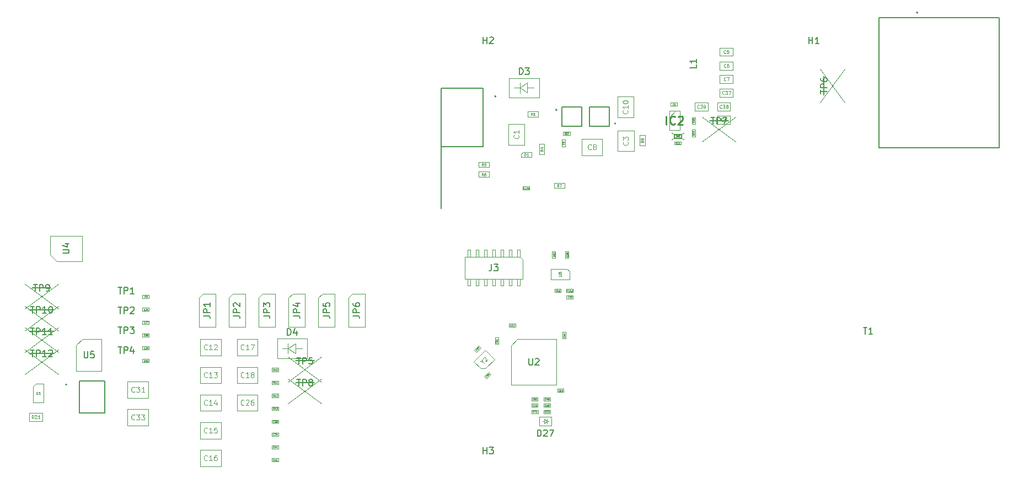
<source format=gbr>
G04 #@! TF.GenerationSoftware,KiCad,Pcbnew,9.0.1+1*
G04 #@! TF.CreationDate,2025-10-08T10:55:13+00:00*
G04 #@! TF.ProjectId,c64psu,63363470-7375-42e6-9b69-6361645f7063,rev?*
G04 #@! TF.SameCoordinates,Original*
G04 #@! TF.FileFunction,AssemblyDrawing,Top*
%FSLAX46Y46*%
G04 Gerber Fmt 4.6, Leading zero omitted, Abs format (unit mm)*
G04 Created by KiCad (PCBNEW 9.0.1+1) date 2025-10-08 10:55:13*
%MOMM*%
%LPD*%
G01*
G04 APERTURE LIST*
%ADD10C,0.150000*%
%ADD11C,0.120000*%
%ADD12C,0.080000*%
%ADD13C,0.060000*%
%ADD14C,0.040000*%
%ADD15C,0.254000*%
%ADD16C,0.090000*%
%ADD17C,0.100000*%
%ADD18C,0.127000*%
%ADD19C,0.200000*%
G04 APERTURE END LIST*
D10*
X197608095Y-86064819D02*
X198179523Y-86064819D01*
X197893809Y-87064819D02*
X197893809Y-86064819D01*
X199036666Y-87064819D02*
X198465238Y-87064819D01*
X198750952Y-87064819D02*
X198750952Y-86064819D01*
X198750952Y-86064819D02*
X198655714Y-86207676D01*
X198655714Y-86207676D02*
X198560476Y-86302914D01*
X198560476Y-86302914D02*
X198465238Y-86350533D01*
D11*
X102517314Y-89408464D02*
X102479218Y-89446560D01*
X102479218Y-89446560D02*
X102364933Y-89484655D01*
X102364933Y-89484655D02*
X102288742Y-89484655D01*
X102288742Y-89484655D02*
X102174456Y-89446560D01*
X102174456Y-89446560D02*
X102098266Y-89370369D01*
X102098266Y-89370369D02*
X102060171Y-89294179D01*
X102060171Y-89294179D02*
X102022075Y-89141798D01*
X102022075Y-89141798D02*
X102022075Y-89027512D01*
X102022075Y-89027512D02*
X102060171Y-88875131D01*
X102060171Y-88875131D02*
X102098266Y-88798940D01*
X102098266Y-88798940D02*
X102174456Y-88722750D01*
X102174456Y-88722750D02*
X102288742Y-88684655D01*
X102288742Y-88684655D02*
X102364933Y-88684655D01*
X102364933Y-88684655D02*
X102479218Y-88722750D01*
X102479218Y-88722750D02*
X102517314Y-88760845D01*
X103279218Y-89484655D02*
X102822075Y-89484655D01*
X103050647Y-89484655D02*
X103050647Y-88684655D01*
X103050647Y-88684655D02*
X102974456Y-88798940D01*
X102974456Y-88798940D02*
X102898266Y-88875131D01*
X102898266Y-88875131D02*
X102822075Y-88913226D01*
X103545885Y-88684655D02*
X104079219Y-88684655D01*
X104079219Y-88684655D02*
X103736361Y-89484655D01*
D12*
X176098966Y-54360280D02*
X176075157Y-54384090D01*
X176075157Y-54384090D02*
X176003728Y-54407899D01*
X176003728Y-54407899D02*
X175956109Y-54407899D01*
X175956109Y-54407899D02*
X175884681Y-54384090D01*
X175884681Y-54384090D02*
X175837062Y-54336470D01*
X175837062Y-54336470D02*
X175813252Y-54288851D01*
X175813252Y-54288851D02*
X175789443Y-54193613D01*
X175789443Y-54193613D02*
X175789443Y-54122185D01*
X175789443Y-54122185D02*
X175813252Y-54026947D01*
X175813252Y-54026947D02*
X175837062Y-53979328D01*
X175837062Y-53979328D02*
X175884681Y-53931709D01*
X175884681Y-53931709D02*
X175956109Y-53907899D01*
X175956109Y-53907899D02*
X176003728Y-53907899D01*
X176003728Y-53907899D02*
X176075157Y-53931709D01*
X176075157Y-53931709D02*
X176098966Y-53955518D01*
X176527538Y-54074566D02*
X176527538Y-54407899D01*
X176408490Y-53884090D02*
X176289443Y-54241232D01*
X176289443Y-54241232D02*
X176598966Y-54241232D01*
X176267271Y-50194680D02*
X176243462Y-50218490D01*
X176243462Y-50218490D02*
X176172033Y-50242299D01*
X176172033Y-50242299D02*
X176124414Y-50242299D01*
X176124414Y-50242299D02*
X176052986Y-50218490D01*
X176052986Y-50218490D02*
X176005367Y-50170870D01*
X176005367Y-50170870D02*
X175981557Y-50123251D01*
X175981557Y-50123251D02*
X175957748Y-50028013D01*
X175957748Y-50028013D02*
X175957748Y-49956585D01*
X175957748Y-49956585D02*
X175981557Y-49861347D01*
X175981557Y-49861347D02*
X176005367Y-49813728D01*
X176005367Y-49813728D02*
X176052986Y-49766109D01*
X176052986Y-49766109D02*
X176124414Y-49742299D01*
X176124414Y-49742299D02*
X176172033Y-49742299D01*
X176172033Y-49742299D02*
X176243462Y-49766109D01*
X176243462Y-49766109D02*
X176267271Y-49789918D01*
X176433938Y-49742299D02*
X176743462Y-49742299D01*
X176743462Y-49742299D02*
X176576795Y-49932775D01*
X176576795Y-49932775D02*
X176648224Y-49932775D01*
X176648224Y-49932775D02*
X176695843Y-49956585D01*
X176695843Y-49956585D02*
X176719652Y-49980394D01*
X176719652Y-49980394D02*
X176743462Y-50028013D01*
X176743462Y-50028013D02*
X176743462Y-50147061D01*
X176743462Y-50147061D02*
X176719652Y-50194680D01*
X176719652Y-50194680D02*
X176695843Y-50218490D01*
X176695843Y-50218490D02*
X176648224Y-50242299D01*
X176648224Y-50242299D02*
X176505367Y-50242299D01*
X176505367Y-50242299D02*
X176457748Y-50218490D01*
X176457748Y-50218490D02*
X176433938Y-50194680D01*
X176910128Y-49742299D02*
X177243461Y-49742299D01*
X177243461Y-49742299D02*
X177029176Y-50242299D01*
D13*
X145594762Y-59691927D02*
X145594762Y-59291927D01*
X145594762Y-59291927D02*
X145690000Y-59291927D01*
X145690000Y-59291927D02*
X145747143Y-59310975D01*
X145747143Y-59310975D02*
X145785238Y-59349070D01*
X145785238Y-59349070D02*
X145804285Y-59387165D01*
X145804285Y-59387165D02*
X145823333Y-59463356D01*
X145823333Y-59463356D02*
X145823333Y-59520499D01*
X145823333Y-59520499D02*
X145804285Y-59596689D01*
X145804285Y-59596689D02*
X145785238Y-59634784D01*
X145785238Y-59634784D02*
X145747143Y-59672880D01*
X145747143Y-59672880D02*
X145690000Y-59691927D01*
X145690000Y-59691927D02*
X145594762Y-59691927D01*
X146204285Y-59691927D02*
X145975714Y-59691927D01*
X146090000Y-59691927D02*
X146090000Y-59291927D01*
X146090000Y-59291927D02*
X146051904Y-59349070D01*
X146051904Y-59349070D02*
X146013809Y-59387165D01*
X146013809Y-59387165D02*
X145975714Y-59406213D01*
D14*
X107130885Y-102550565D02*
X107118981Y-102562470D01*
X107118981Y-102562470D02*
X107083266Y-102574374D01*
X107083266Y-102574374D02*
X107059457Y-102574374D01*
X107059457Y-102574374D02*
X107023743Y-102562470D01*
X107023743Y-102562470D02*
X106999933Y-102538660D01*
X106999933Y-102538660D02*
X106988028Y-102514850D01*
X106988028Y-102514850D02*
X106976124Y-102467231D01*
X106976124Y-102467231D02*
X106976124Y-102431517D01*
X106976124Y-102431517D02*
X106988028Y-102383898D01*
X106988028Y-102383898D02*
X106999933Y-102360089D01*
X106999933Y-102360089D02*
X107023743Y-102336279D01*
X107023743Y-102336279D02*
X107059457Y-102324374D01*
X107059457Y-102324374D02*
X107083266Y-102324374D01*
X107083266Y-102324374D02*
X107118981Y-102336279D01*
X107118981Y-102336279D02*
X107130885Y-102348184D01*
X107214219Y-102324374D02*
X107368981Y-102324374D01*
X107368981Y-102324374D02*
X107285647Y-102419612D01*
X107285647Y-102419612D02*
X107321362Y-102419612D01*
X107321362Y-102419612D02*
X107345171Y-102431517D01*
X107345171Y-102431517D02*
X107357076Y-102443422D01*
X107357076Y-102443422D02*
X107368981Y-102467231D01*
X107368981Y-102467231D02*
X107368981Y-102526755D01*
X107368981Y-102526755D02*
X107357076Y-102550565D01*
X107357076Y-102550565D02*
X107345171Y-102562470D01*
X107345171Y-102562470D02*
X107321362Y-102574374D01*
X107321362Y-102574374D02*
X107249933Y-102574374D01*
X107249933Y-102574374D02*
X107226124Y-102562470D01*
X107226124Y-102562470D02*
X107214219Y-102550565D01*
X107583266Y-102407708D02*
X107583266Y-102574374D01*
X107523742Y-102312470D02*
X107464219Y-102491041D01*
X107464219Y-102491041D02*
X107618980Y-102491041D01*
X150533784Y-80487465D02*
X150521880Y-80499370D01*
X150521880Y-80499370D02*
X150486165Y-80511274D01*
X150486165Y-80511274D02*
X150462356Y-80511274D01*
X150462356Y-80511274D02*
X150426642Y-80499370D01*
X150426642Y-80499370D02*
X150402832Y-80475560D01*
X150402832Y-80475560D02*
X150390927Y-80451750D01*
X150390927Y-80451750D02*
X150379023Y-80404131D01*
X150379023Y-80404131D02*
X150379023Y-80368417D01*
X150379023Y-80368417D02*
X150390927Y-80320798D01*
X150390927Y-80320798D02*
X150402832Y-80296989D01*
X150402832Y-80296989D02*
X150426642Y-80273179D01*
X150426642Y-80273179D02*
X150462356Y-80261274D01*
X150462356Y-80261274D02*
X150486165Y-80261274D01*
X150486165Y-80261274D02*
X150521880Y-80273179D01*
X150521880Y-80273179D02*
X150533784Y-80285084D01*
X150748070Y-80344608D02*
X150748070Y-80511274D01*
X150688546Y-80249370D02*
X150629023Y-80427941D01*
X150629023Y-80427941D02*
X150783784Y-80427941D01*
X150986165Y-80261274D02*
X150938546Y-80261274D01*
X150938546Y-80261274D02*
X150914737Y-80273179D01*
X150914737Y-80273179D02*
X150902832Y-80285084D01*
X150902832Y-80285084D02*
X150879022Y-80320798D01*
X150879022Y-80320798D02*
X150867118Y-80368417D01*
X150867118Y-80368417D02*
X150867118Y-80463655D01*
X150867118Y-80463655D02*
X150879022Y-80487465D01*
X150879022Y-80487465D02*
X150890927Y-80499370D01*
X150890927Y-80499370D02*
X150914737Y-80511274D01*
X150914737Y-80511274D02*
X150962356Y-80511274D01*
X150962356Y-80511274D02*
X150986165Y-80499370D01*
X150986165Y-80499370D02*
X150998070Y-80487465D01*
X150998070Y-80487465D02*
X151009975Y-80463655D01*
X151009975Y-80463655D02*
X151009975Y-80404131D01*
X151009975Y-80404131D02*
X150998070Y-80380322D01*
X150998070Y-80380322D02*
X150986165Y-80368417D01*
X150986165Y-80368417D02*
X150962356Y-80356512D01*
X150962356Y-80356512D02*
X150914737Y-80356512D01*
X150914737Y-80356512D02*
X150890927Y-80368417D01*
X150890927Y-80368417D02*
X150879022Y-80380322D01*
X150879022Y-80380322D02*
X150867118Y-80404131D01*
D10*
X189238095Y-42454819D02*
X189238095Y-41454819D01*
X189238095Y-41931009D02*
X189809523Y-41931009D01*
X189809523Y-42454819D02*
X189809523Y-41454819D01*
X190809523Y-42454819D02*
X190238095Y-42454819D01*
X190523809Y-42454819D02*
X190523809Y-41454819D01*
X190523809Y-41454819D02*
X190428571Y-41597676D01*
X190428571Y-41597676D02*
X190333333Y-41692914D01*
X190333333Y-41692914D02*
X190238095Y-41740533D01*
D13*
X139285633Y-61220677D02*
X139152300Y-61030201D01*
X139057062Y-61220677D02*
X139057062Y-60820677D01*
X139057062Y-60820677D02*
X139209443Y-60820677D01*
X139209443Y-60820677D02*
X139247538Y-60839725D01*
X139247538Y-60839725D02*
X139266585Y-60858772D01*
X139266585Y-60858772D02*
X139285633Y-60896868D01*
X139285633Y-60896868D02*
X139285633Y-60954010D01*
X139285633Y-60954010D02*
X139266585Y-60992106D01*
X139266585Y-60992106D02*
X139247538Y-61011153D01*
X139247538Y-61011153D02*
X139209443Y-61030201D01*
X139209443Y-61030201D02*
X139057062Y-61030201D01*
X139647538Y-60820677D02*
X139457062Y-60820677D01*
X139457062Y-60820677D02*
X139438014Y-61011153D01*
X139438014Y-61011153D02*
X139457062Y-60992106D01*
X139457062Y-60992106D02*
X139495157Y-60973058D01*
X139495157Y-60973058D02*
X139590395Y-60973058D01*
X139590395Y-60973058D02*
X139628490Y-60992106D01*
X139628490Y-60992106D02*
X139647538Y-61011153D01*
X139647538Y-61011153D02*
X139666585Y-61049249D01*
X139666585Y-61049249D02*
X139666585Y-61144487D01*
X139666585Y-61144487D02*
X139647538Y-61182582D01*
X139647538Y-61182582D02*
X139628490Y-61201630D01*
X139628490Y-61201630D02*
X139590395Y-61220677D01*
X139590395Y-61220677D02*
X139495157Y-61220677D01*
X139495157Y-61220677D02*
X139457062Y-61201630D01*
X139457062Y-61201630D02*
X139438014Y-61182582D01*
D12*
X176490165Y-43895480D02*
X176466356Y-43919290D01*
X176466356Y-43919290D02*
X176394927Y-43943099D01*
X176394927Y-43943099D02*
X176347308Y-43943099D01*
X176347308Y-43943099D02*
X176275880Y-43919290D01*
X176275880Y-43919290D02*
X176228261Y-43871670D01*
X176228261Y-43871670D02*
X176204451Y-43824051D01*
X176204451Y-43824051D02*
X176180642Y-43728813D01*
X176180642Y-43728813D02*
X176180642Y-43657385D01*
X176180642Y-43657385D02*
X176204451Y-43562147D01*
X176204451Y-43562147D02*
X176228261Y-43514528D01*
X176228261Y-43514528D02*
X176275880Y-43466909D01*
X176275880Y-43466909D02*
X176347308Y-43443099D01*
X176347308Y-43443099D02*
X176394927Y-43443099D01*
X176394927Y-43443099D02*
X176466356Y-43466909D01*
X176466356Y-43466909D02*
X176490165Y-43490718D01*
X176942546Y-43443099D02*
X176704451Y-43443099D01*
X176704451Y-43443099D02*
X176680642Y-43681194D01*
X176680642Y-43681194D02*
X176704451Y-43657385D01*
X176704451Y-43657385D02*
X176752070Y-43633575D01*
X176752070Y-43633575D02*
X176871118Y-43633575D01*
X176871118Y-43633575D02*
X176918737Y-43657385D01*
X176918737Y-43657385D02*
X176942546Y-43681194D01*
X176942546Y-43681194D02*
X176966356Y-43728813D01*
X176966356Y-43728813D02*
X176966356Y-43847861D01*
X176966356Y-43847861D02*
X176942546Y-43895480D01*
X176942546Y-43895480D02*
X176918737Y-43919290D01*
X176918737Y-43919290D02*
X176871118Y-43943099D01*
X176871118Y-43943099D02*
X176752070Y-43943099D01*
X176752070Y-43943099D02*
X176704451Y-43919290D01*
X176704451Y-43919290D02*
X176680642Y-43895480D01*
D14*
X151713300Y-57782081D02*
X151589491Y-57868748D01*
X151713300Y-57930653D02*
X151453300Y-57930653D01*
X151453300Y-57930653D02*
X151453300Y-57831605D01*
X151453300Y-57831605D02*
X151465681Y-57806843D01*
X151465681Y-57806843D02*
X151478062Y-57794462D01*
X151478062Y-57794462D02*
X151502824Y-57782081D01*
X151502824Y-57782081D02*
X151539967Y-57782081D01*
X151539967Y-57782081D02*
X151564729Y-57794462D01*
X151564729Y-57794462D02*
X151577110Y-57806843D01*
X151577110Y-57806843D02*
X151589491Y-57831605D01*
X151589491Y-57831605D02*
X151589491Y-57930653D01*
X151453300Y-57695415D02*
X151453300Y-57534462D01*
X151453300Y-57534462D02*
X151552348Y-57621129D01*
X151552348Y-57621129D02*
X151552348Y-57583986D01*
X151552348Y-57583986D02*
X151564729Y-57559224D01*
X151564729Y-57559224D02*
X151577110Y-57546843D01*
X151577110Y-57546843D02*
X151601872Y-57534462D01*
X151601872Y-57534462D02*
X151663777Y-57534462D01*
X151663777Y-57534462D02*
X151688539Y-57546843D01*
X151688539Y-57546843D02*
X151700920Y-57559224D01*
X151700920Y-57559224D02*
X151713300Y-57583986D01*
X151713300Y-57583986D02*
X151713300Y-57658272D01*
X151713300Y-57658272D02*
X151700920Y-57683034D01*
X151700920Y-57683034D02*
X151688539Y-57695415D01*
X87275885Y-85352565D02*
X87263981Y-85364470D01*
X87263981Y-85364470D02*
X87228266Y-85376374D01*
X87228266Y-85376374D02*
X87204457Y-85376374D01*
X87204457Y-85376374D02*
X87168743Y-85364470D01*
X87168743Y-85364470D02*
X87144933Y-85340660D01*
X87144933Y-85340660D02*
X87133028Y-85316850D01*
X87133028Y-85316850D02*
X87121124Y-85269231D01*
X87121124Y-85269231D02*
X87121124Y-85233517D01*
X87121124Y-85233517D02*
X87133028Y-85185898D01*
X87133028Y-85185898D02*
X87144933Y-85162089D01*
X87144933Y-85162089D02*
X87168743Y-85138279D01*
X87168743Y-85138279D02*
X87204457Y-85126374D01*
X87204457Y-85126374D02*
X87228266Y-85126374D01*
X87228266Y-85126374D02*
X87263981Y-85138279D01*
X87263981Y-85138279D02*
X87275885Y-85150184D01*
X87371124Y-85150184D02*
X87383028Y-85138279D01*
X87383028Y-85138279D02*
X87406838Y-85126374D01*
X87406838Y-85126374D02*
X87466362Y-85126374D01*
X87466362Y-85126374D02*
X87490171Y-85138279D01*
X87490171Y-85138279D02*
X87502076Y-85150184D01*
X87502076Y-85150184D02*
X87513981Y-85173993D01*
X87513981Y-85173993D02*
X87513981Y-85197803D01*
X87513981Y-85197803D02*
X87502076Y-85233517D01*
X87502076Y-85233517D02*
X87359219Y-85376374D01*
X87359219Y-85376374D02*
X87513981Y-85376374D01*
X87597314Y-85126374D02*
X87763980Y-85126374D01*
X87763980Y-85126374D02*
X87656838Y-85376374D01*
X148881485Y-98116765D02*
X148869581Y-98128670D01*
X148869581Y-98128670D02*
X148833866Y-98140574D01*
X148833866Y-98140574D02*
X148810057Y-98140574D01*
X148810057Y-98140574D02*
X148774343Y-98128670D01*
X148774343Y-98128670D02*
X148750533Y-98104860D01*
X148750533Y-98104860D02*
X148738628Y-98081050D01*
X148738628Y-98081050D02*
X148726724Y-98033431D01*
X148726724Y-98033431D02*
X148726724Y-97997717D01*
X148726724Y-97997717D02*
X148738628Y-97950098D01*
X148738628Y-97950098D02*
X148750533Y-97926289D01*
X148750533Y-97926289D02*
X148774343Y-97902479D01*
X148774343Y-97902479D02*
X148810057Y-97890574D01*
X148810057Y-97890574D02*
X148833866Y-97890574D01*
X148833866Y-97890574D02*
X148869581Y-97902479D01*
X148869581Y-97902479D02*
X148881485Y-97914384D01*
X149095771Y-97973908D02*
X149095771Y-98140574D01*
X149036247Y-97878670D02*
X148976724Y-98057241D01*
X148976724Y-98057241D02*
X149131485Y-98057241D01*
X149262438Y-97997717D02*
X149238628Y-97985812D01*
X149238628Y-97985812D02*
X149226723Y-97973908D01*
X149226723Y-97973908D02*
X149214819Y-97950098D01*
X149214819Y-97950098D02*
X149214819Y-97938193D01*
X149214819Y-97938193D02*
X149226723Y-97914384D01*
X149226723Y-97914384D02*
X149238628Y-97902479D01*
X149238628Y-97902479D02*
X149262438Y-97890574D01*
X149262438Y-97890574D02*
X149310057Y-97890574D01*
X149310057Y-97890574D02*
X149333866Y-97902479D01*
X149333866Y-97902479D02*
X149345771Y-97914384D01*
X149345771Y-97914384D02*
X149357676Y-97938193D01*
X149357676Y-97938193D02*
X149357676Y-97950098D01*
X149357676Y-97950098D02*
X149345771Y-97973908D01*
X149345771Y-97973908D02*
X149333866Y-97985812D01*
X149333866Y-97985812D02*
X149310057Y-97997717D01*
X149310057Y-97997717D02*
X149262438Y-97997717D01*
X149262438Y-97997717D02*
X149238628Y-98009622D01*
X149238628Y-98009622D02*
X149226723Y-98021527D01*
X149226723Y-98021527D02*
X149214819Y-98045336D01*
X149214819Y-98045336D02*
X149214819Y-98092955D01*
X149214819Y-98092955D02*
X149226723Y-98116765D01*
X149226723Y-98116765D02*
X149238628Y-98128670D01*
X149238628Y-98128670D02*
X149262438Y-98140574D01*
X149262438Y-98140574D02*
X149310057Y-98140574D01*
X149310057Y-98140574D02*
X149333866Y-98128670D01*
X149333866Y-98128670D02*
X149345771Y-98116765D01*
X149345771Y-98116765D02*
X149357676Y-98092955D01*
X149357676Y-98092955D02*
X149357676Y-98045336D01*
X149357676Y-98045336D02*
X149345771Y-98021527D01*
X149345771Y-98021527D02*
X149333866Y-98009622D01*
X149333866Y-98009622D02*
X149310057Y-97997717D01*
D10*
X74700366Y-74660666D02*
X75493700Y-74660666D01*
X75493700Y-74660666D02*
X75587033Y-74614000D01*
X75587033Y-74614000D02*
X75633700Y-74567333D01*
X75633700Y-74567333D02*
X75680366Y-74474000D01*
X75680366Y-74474000D02*
X75680366Y-74287333D01*
X75680366Y-74287333D02*
X75633700Y-74194000D01*
X75633700Y-74194000D02*
X75587033Y-74147333D01*
X75587033Y-74147333D02*
X75493700Y-74100666D01*
X75493700Y-74100666D02*
X74700366Y-74100666D01*
X75027033Y-73213999D02*
X75680366Y-73213999D01*
X74653700Y-73447333D02*
X75353700Y-73680666D01*
X75353700Y-73680666D02*
X75353700Y-73073999D01*
D14*
X171677700Y-54451491D02*
X171553891Y-54538158D01*
X171677700Y-54600063D02*
X171417700Y-54600063D01*
X171417700Y-54600063D02*
X171417700Y-54501015D01*
X171417700Y-54501015D02*
X171430081Y-54476253D01*
X171430081Y-54476253D02*
X171442462Y-54463872D01*
X171442462Y-54463872D02*
X171467224Y-54451491D01*
X171467224Y-54451491D02*
X171504367Y-54451491D01*
X171504367Y-54451491D02*
X171529129Y-54463872D01*
X171529129Y-54463872D02*
X171541510Y-54476253D01*
X171541510Y-54476253D02*
X171553891Y-54501015D01*
X171553891Y-54501015D02*
X171553891Y-54600063D01*
X171442462Y-54352444D02*
X171430081Y-54340063D01*
X171430081Y-54340063D02*
X171417700Y-54315301D01*
X171417700Y-54315301D02*
X171417700Y-54253396D01*
X171417700Y-54253396D02*
X171430081Y-54228634D01*
X171430081Y-54228634D02*
X171442462Y-54216253D01*
X171442462Y-54216253D02*
X171467224Y-54203872D01*
X171467224Y-54203872D02*
X171491986Y-54203872D01*
X171491986Y-54203872D02*
X171529129Y-54216253D01*
X171529129Y-54216253D02*
X171677700Y-54364825D01*
X171677700Y-54364825D02*
X171677700Y-54203872D01*
X171677700Y-54080063D02*
X171677700Y-54030539D01*
X171677700Y-54030539D02*
X171665320Y-54005777D01*
X171665320Y-54005777D02*
X171652939Y-53993396D01*
X171652939Y-53993396D02*
X171615796Y-53968634D01*
X171615796Y-53968634D02*
X171566272Y-53956253D01*
X171566272Y-53956253D02*
X171467224Y-53956253D01*
X171467224Y-53956253D02*
X171442462Y-53968634D01*
X171442462Y-53968634D02*
X171430081Y-53981015D01*
X171430081Y-53981015D02*
X171417700Y-54005777D01*
X171417700Y-54005777D02*
X171417700Y-54055301D01*
X171417700Y-54055301D02*
X171430081Y-54080063D01*
X171430081Y-54080063D02*
X171442462Y-54092444D01*
X171442462Y-54092444D02*
X171467224Y-54104825D01*
X171467224Y-54104825D02*
X171529129Y-54104825D01*
X171529129Y-54104825D02*
X171553891Y-54092444D01*
X171553891Y-54092444D02*
X171566272Y-54080063D01*
X171566272Y-54080063D02*
X171578653Y-54055301D01*
X171578653Y-54055301D02*
X171578653Y-54005777D01*
X171578653Y-54005777D02*
X171566272Y-53981015D01*
X171566272Y-53981015D02*
X171553891Y-53968634D01*
X171553891Y-53968634D02*
X171529129Y-53956253D01*
X138324031Y-89517315D02*
X138324031Y-89534151D01*
X138324031Y-89534151D02*
X138307195Y-89567823D01*
X138307195Y-89567823D02*
X138290359Y-89584659D01*
X138290359Y-89584659D02*
X138256688Y-89601494D01*
X138256688Y-89601494D02*
X138223016Y-89601494D01*
X138223016Y-89601494D02*
X138197762Y-89593077D01*
X138197762Y-89593077D02*
X138155672Y-89567823D01*
X138155672Y-89567823D02*
X138130419Y-89542569D01*
X138130419Y-89542569D02*
X138105165Y-89500479D01*
X138105165Y-89500479D02*
X138096747Y-89475225D01*
X138096747Y-89475225D02*
X138096747Y-89441554D01*
X138096747Y-89441554D02*
X138113583Y-89407882D01*
X138113583Y-89407882D02*
X138130419Y-89391046D01*
X138130419Y-89391046D02*
X138164090Y-89374210D01*
X138164090Y-89374210D02*
X138180926Y-89374210D01*
X138425046Y-89449972D02*
X138458718Y-89416300D01*
X138458718Y-89416300D02*
X138467136Y-89391046D01*
X138467136Y-89391046D02*
X138467136Y-89374210D01*
X138467136Y-89374210D02*
X138458718Y-89332120D01*
X138458718Y-89332120D02*
X138433464Y-89290031D01*
X138433464Y-89290031D02*
X138366121Y-89222687D01*
X138366121Y-89222687D02*
X138340867Y-89214269D01*
X138340867Y-89214269D02*
X138324031Y-89214269D01*
X138324031Y-89214269D02*
X138298777Y-89222687D01*
X138298777Y-89222687D02*
X138265106Y-89256359D01*
X138265106Y-89256359D02*
X138256688Y-89281613D01*
X138256688Y-89281613D02*
X138256688Y-89298449D01*
X138256688Y-89298449D02*
X138265106Y-89323703D01*
X138265106Y-89323703D02*
X138307195Y-89365792D01*
X138307195Y-89365792D02*
X138332449Y-89374210D01*
X138332449Y-89374210D02*
X138349285Y-89374210D01*
X138349285Y-89374210D02*
X138374539Y-89365792D01*
X138374539Y-89365792D02*
X138408210Y-89332120D01*
X138408210Y-89332120D02*
X138416628Y-89306867D01*
X138416628Y-89306867D02*
X138416628Y-89290031D01*
X138416628Y-89290031D02*
X138408210Y-89264777D01*
X138391374Y-89130090D02*
X138509226Y-89012239D01*
X138509226Y-89012239D02*
X138610241Y-89264777D01*
D13*
X146804033Y-53499077D02*
X146670700Y-53308601D01*
X146575462Y-53499077D02*
X146575462Y-53099077D01*
X146575462Y-53099077D02*
X146727843Y-53099077D01*
X146727843Y-53099077D02*
X146765938Y-53118125D01*
X146765938Y-53118125D02*
X146784985Y-53137172D01*
X146784985Y-53137172D02*
X146804033Y-53175268D01*
X146804033Y-53175268D02*
X146804033Y-53232410D01*
X146804033Y-53232410D02*
X146784985Y-53270506D01*
X146784985Y-53270506D02*
X146765938Y-53289553D01*
X146765938Y-53289553D02*
X146727843Y-53308601D01*
X146727843Y-53308601D02*
X146575462Y-53308601D01*
X147184985Y-53499077D02*
X146956414Y-53499077D01*
X147070700Y-53499077D02*
X147070700Y-53099077D01*
X147070700Y-53099077D02*
X147032604Y-53156220D01*
X147032604Y-53156220D02*
X146994509Y-53194315D01*
X146994509Y-53194315D02*
X146956414Y-53213363D01*
D10*
X100896419Y-84254133D02*
X101610704Y-84254133D01*
X101610704Y-84254133D02*
X101753561Y-84301752D01*
X101753561Y-84301752D02*
X101848800Y-84396990D01*
X101848800Y-84396990D02*
X101896419Y-84539847D01*
X101896419Y-84539847D02*
X101896419Y-84635085D01*
X101896419Y-83777942D02*
X100896419Y-83777942D01*
X100896419Y-83777942D02*
X100896419Y-83396990D01*
X100896419Y-83396990D02*
X100944038Y-83301752D01*
X100944038Y-83301752D02*
X100991657Y-83254133D01*
X100991657Y-83254133D02*
X101086895Y-83206514D01*
X101086895Y-83206514D02*
X101229752Y-83206514D01*
X101229752Y-83206514D02*
X101324990Y-83254133D01*
X101324990Y-83254133D02*
X101372609Y-83301752D01*
X101372609Y-83301752D02*
X101420228Y-83396990D01*
X101420228Y-83396990D02*
X101420228Y-83777942D01*
X100991657Y-82825561D02*
X100944038Y-82777942D01*
X100944038Y-82777942D02*
X100896419Y-82682704D01*
X100896419Y-82682704D02*
X100896419Y-82444609D01*
X100896419Y-82444609D02*
X100944038Y-82349371D01*
X100944038Y-82349371D02*
X100991657Y-82301752D01*
X100991657Y-82301752D02*
X101086895Y-82254133D01*
X101086895Y-82254133D02*
X101182133Y-82254133D01*
X101182133Y-82254133D02*
X101324990Y-82301752D01*
X101324990Y-82301752D02*
X101896419Y-82873180D01*
X101896419Y-82873180D02*
X101896419Y-82254133D01*
D14*
X171677700Y-56379892D02*
X171553891Y-56466559D01*
X171677700Y-56528464D02*
X171417700Y-56528464D01*
X171417700Y-56528464D02*
X171417700Y-56429416D01*
X171417700Y-56429416D02*
X171430081Y-56404654D01*
X171430081Y-56404654D02*
X171442462Y-56392273D01*
X171442462Y-56392273D02*
X171467224Y-56379892D01*
X171467224Y-56379892D02*
X171504367Y-56379892D01*
X171504367Y-56379892D02*
X171529129Y-56392273D01*
X171529129Y-56392273D02*
X171541510Y-56404654D01*
X171541510Y-56404654D02*
X171553891Y-56429416D01*
X171553891Y-56429416D02*
X171553891Y-56528464D01*
X171417700Y-56293226D02*
X171417700Y-56132273D01*
X171417700Y-56132273D02*
X171516748Y-56218940D01*
X171516748Y-56218940D02*
X171516748Y-56181797D01*
X171516748Y-56181797D02*
X171529129Y-56157035D01*
X171529129Y-56157035D02*
X171541510Y-56144654D01*
X171541510Y-56144654D02*
X171566272Y-56132273D01*
X171566272Y-56132273D02*
X171628177Y-56132273D01*
X171628177Y-56132273D02*
X171652939Y-56144654D01*
X171652939Y-56144654D02*
X171665320Y-56157035D01*
X171665320Y-56157035D02*
X171677700Y-56181797D01*
X171677700Y-56181797D02*
X171677700Y-56256083D01*
X171677700Y-56256083D02*
X171665320Y-56280845D01*
X171665320Y-56280845D02*
X171652939Y-56293226D01*
X171417700Y-55971321D02*
X171417700Y-55946559D01*
X171417700Y-55946559D02*
X171430081Y-55921797D01*
X171430081Y-55921797D02*
X171442462Y-55909416D01*
X171442462Y-55909416D02*
X171467224Y-55897035D01*
X171467224Y-55897035D02*
X171516748Y-55884654D01*
X171516748Y-55884654D02*
X171578653Y-55884654D01*
X171578653Y-55884654D02*
X171628177Y-55897035D01*
X171628177Y-55897035D02*
X171652939Y-55909416D01*
X171652939Y-55909416D02*
X171665320Y-55921797D01*
X171665320Y-55921797D02*
X171677700Y-55946559D01*
X171677700Y-55946559D02*
X171677700Y-55971321D01*
X171677700Y-55971321D02*
X171665320Y-55996083D01*
X171665320Y-55996083D02*
X171652939Y-56008464D01*
X171652939Y-56008464D02*
X171628177Y-56020845D01*
X171628177Y-56020845D02*
X171578653Y-56033226D01*
X171578653Y-56033226D02*
X171516748Y-56033226D01*
X171516748Y-56033226D02*
X171467224Y-56020845D01*
X171467224Y-56020845D02*
X171442462Y-56008464D01*
X171442462Y-56008464D02*
X171430081Y-55996083D01*
X171430081Y-55996083D02*
X171417700Y-55971321D01*
D10*
X83214695Y-82917619D02*
X83786123Y-82917619D01*
X83500409Y-83917619D02*
X83500409Y-82917619D01*
X84119457Y-83917619D02*
X84119457Y-82917619D01*
X84119457Y-82917619D02*
X84500409Y-82917619D01*
X84500409Y-82917619D02*
X84595647Y-82965238D01*
X84595647Y-82965238D02*
X84643266Y-83012857D01*
X84643266Y-83012857D02*
X84690885Y-83108095D01*
X84690885Y-83108095D02*
X84690885Y-83250952D01*
X84690885Y-83250952D02*
X84643266Y-83346190D01*
X84643266Y-83346190D02*
X84595647Y-83393809D01*
X84595647Y-83393809D02*
X84500409Y-83441428D01*
X84500409Y-83441428D02*
X84119457Y-83441428D01*
X85071838Y-83012857D02*
X85119457Y-82965238D01*
X85119457Y-82965238D02*
X85214695Y-82917619D01*
X85214695Y-82917619D02*
X85452790Y-82917619D01*
X85452790Y-82917619D02*
X85548028Y-82965238D01*
X85548028Y-82965238D02*
X85595647Y-83012857D01*
X85595647Y-83012857D02*
X85643266Y-83108095D01*
X85643266Y-83108095D02*
X85643266Y-83203333D01*
X85643266Y-83203333D02*
X85595647Y-83346190D01*
X85595647Y-83346190D02*
X85024219Y-83917619D01*
X85024219Y-83917619D02*
X85643266Y-83917619D01*
X144793004Y-47207969D02*
X144793004Y-46207969D01*
X144793004Y-46207969D02*
X145031099Y-46207969D01*
X145031099Y-46207969D02*
X145173956Y-46255588D01*
X145173956Y-46255588D02*
X145269194Y-46350826D01*
X145269194Y-46350826D02*
X145316813Y-46446064D01*
X145316813Y-46446064D02*
X145364432Y-46636540D01*
X145364432Y-46636540D02*
X145364432Y-46779397D01*
X145364432Y-46779397D02*
X145316813Y-46969873D01*
X145316813Y-46969873D02*
X145269194Y-47065111D01*
X145269194Y-47065111D02*
X145173956Y-47160350D01*
X145173956Y-47160350D02*
X145031099Y-47207969D01*
X145031099Y-47207969D02*
X144793004Y-47207969D01*
X145697766Y-46207969D02*
X146316813Y-46207969D01*
X146316813Y-46207969D02*
X145983480Y-46588921D01*
X145983480Y-46588921D02*
X146126337Y-46588921D01*
X146126337Y-46588921D02*
X146221575Y-46636540D01*
X146221575Y-46636540D02*
X146269194Y-46684159D01*
X146269194Y-46684159D02*
X146316813Y-46779397D01*
X146316813Y-46779397D02*
X146316813Y-47017492D01*
X146316813Y-47017492D02*
X146269194Y-47112730D01*
X146269194Y-47112730D02*
X146221575Y-47160350D01*
X146221575Y-47160350D02*
X146126337Y-47207969D01*
X146126337Y-47207969D02*
X145840623Y-47207969D01*
X145840623Y-47207969D02*
X145745385Y-47160350D01*
X145745385Y-47160350D02*
X145697766Y-47112730D01*
X110076419Y-84254133D02*
X110790704Y-84254133D01*
X110790704Y-84254133D02*
X110933561Y-84301752D01*
X110933561Y-84301752D02*
X111028800Y-84396990D01*
X111028800Y-84396990D02*
X111076419Y-84539847D01*
X111076419Y-84539847D02*
X111076419Y-84635085D01*
X111076419Y-83777942D02*
X110076419Y-83777942D01*
X110076419Y-83777942D02*
X110076419Y-83396990D01*
X110076419Y-83396990D02*
X110124038Y-83301752D01*
X110124038Y-83301752D02*
X110171657Y-83254133D01*
X110171657Y-83254133D02*
X110266895Y-83206514D01*
X110266895Y-83206514D02*
X110409752Y-83206514D01*
X110409752Y-83206514D02*
X110504990Y-83254133D01*
X110504990Y-83254133D02*
X110552609Y-83301752D01*
X110552609Y-83301752D02*
X110600228Y-83396990D01*
X110600228Y-83396990D02*
X110600228Y-83777942D01*
X110409752Y-82349371D02*
X111076419Y-82349371D01*
X110028800Y-82587466D02*
X110743085Y-82825561D01*
X110743085Y-82825561D02*
X110743085Y-82206514D01*
D14*
X150174664Y-75021214D02*
X150186569Y-75033118D01*
X150186569Y-75033118D02*
X150198473Y-75068833D01*
X150198473Y-75068833D02*
X150198473Y-75092642D01*
X150198473Y-75092642D02*
X150186569Y-75128356D01*
X150186569Y-75128356D02*
X150162759Y-75152166D01*
X150162759Y-75152166D02*
X150138949Y-75164071D01*
X150138949Y-75164071D02*
X150091330Y-75175975D01*
X150091330Y-75175975D02*
X150055616Y-75175975D01*
X150055616Y-75175975D02*
X150007997Y-75164071D01*
X150007997Y-75164071D02*
X149984188Y-75152166D01*
X149984188Y-75152166D02*
X149960378Y-75128356D01*
X149960378Y-75128356D02*
X149948473Y-75092642D01*
X149948473Y-75092642D02*
X149948473Y-75068833D01*
X149948473Y-75068833D02*
X149960378Y-75033118D01*
X149960378Y-75033118D02*
X149972283Y-75021214D01*
X149948473Y-74806928D02*
X149948473Y-74854547D01*
X149948473Y-74854547D02*
X149960378Y-74878356D01*
X149960378Y-74878356D02*
X149972283Y-74890261D01*
X149972283Y-74890261D02*
X150007997Y-74914071D01*
X150007997Y-74914071D02*
X150055616Y-74925975D01*
X150055616Y-74925975D02*
X150150854Y-74925975D01*
X150150854Y-74925975D02*
X150174664Y-74914071D01*
X150174664Y-74914071D02*
X150186569Y-74902166D01*
X150186569Y-74902166D02*
X150198473Y-74878356D01*
X150198473Y-74878356D02*
X150198473Y-74830737D01*
X150198473Y-74830737D02*
X150186569Y-74806928D01*
X150186569Y-74806928D02*
X150174664Y-74795023D01*
X150174664Y-74795023D02*
X150150854Y-74783118D01*
X150150854Y-74783118D02*
X150091330Y-74783118D01*
X150091330Y-74783118D02*
X150067521Y-74795023D01*
X150067521Y-74795023D02*
X150055616Y-74806928D01*
X150055616Y-74806928D02*
X150043711Y-74830737D01*
X150043711Y-74830737D02*
X150043711Y-74878356D01*
X150043711Y-74878356D02*
X150055616Y-74902166D01*
X150055616Y-74902166D02*
X150067521Y-74914071D01*
X150067521Y-74914071D02*
X150091330Y-74925975D01*
X149972283Y-74687880D02*
X149960378Y-74675976D01*
X149960378Y-74675976D02*
X149948473Y-74652166D01*
X149948473Y-74652166D02*
X149948473Y-74592642D01*
X149948473Y-74592642D02*
X149960378Y-74568833D01*
X149960378Y-74568833D02*
X149972283Y-74556928D01*
X149972283Y-74556928D02*
X149996092Y-74545023D01*
X149996092Y-74545023D02*
X150019902Y-74545023D01*
X150019902Y-74545023D02*
X150055616Y-74556928D01*
X150055616Y-74556928D02*
X150198473Y-74699785D01*
X150198473Y-74699785D02*
X150198473Y-74545023D01*
D10*
X69738505Y-82817619D02*
X70309933Y-82817619D01*
X70024219Y-83817619D02*
X70024219Y-82817619D01*
X70643267Y-83817619D02*
X70643267Y-82817619D01*
X70643267Y-82817619D02*
X71024219Y-82817619D01*
X71024219Y-82817619D02*
X71119457Y-82865238D01*
X71119457Y-82865238D02*
X71167076Y-82912857D01*
X71167076Y-82912857D02*
X71214695Y-83008095D01*
X71214695Y-83008095D02*
X71214695Y-83150952D01*
X71214695Y-83150952D02*
X71167076Y-83246190D01*
X71167076Y-83246190D02*
X71119457Y-83293809D01*
X71119457Y-83293809D02*
X71024219Y-83341428D01*
X71024219Y-83341428D02*
X70643267Y-83341428D01*
X72167076Y-83817619D02*
X71595648Y-83817619D01*
X71881362Y-83817619D02*
X71881362Y-82817619D01*
X71881362Y-82817619D02*
X71786124Y-82960476D01*
X71786124Y-82960476D02*
X71690886Y-83055714D01*
X71690886Y-83055714D02*
X71595648Y-83103333D01*
X72786124Y-82817619D02*
X72881362Y-82817619D01*
X72881362Y-82817619D02*
X72976600Y-82865238D01*
X72976600Y-82865238D02*
X73024219Y-82912857D01*
X73024219Y-82912857D02*
X73071838Y-83008095D01*
X73071838Y-83008095D02*
X73119457Y-83198571D01*
X73119457Y-83198571D02*
X73119457Y-83436666D01*
X73119457Y-83436666D02*
X73071838Y-83627142D01*
X73071838Y-83627142D02*
X73024219Y-83722380D01*
X73024219Y-83722380D02*
X72976600Y-83770000D01*
X72976600Y-83770000D02*
X72881362Y-83817619D01*
X72881362Y-83817619D02*
X72786124Y-83817619D01*
X72786124Y-83817619D02*
X72690886Y-83770000D01*
X72690886Y-83770000D02*
X72643267Y-83722380D01*
X72643267Y-83722380D02*
X72595648Y-83627142D01*
X72595648Y-83627142D02*
X72548029Y-83436666D01*
X72548029Y-83436666D02*
X72548029Y-83198571D01*
X72548029Y-83198571D02*
X72595648Y-83008095D01*
X72595648Y-83008095D02*
X72643267Y-82912857D01*
X72643267Y-82912857D02*
X72690886Y-82865238D01*
X72690886Y-82865238D02*
X72786124Y-82817619D01*
X69519214Y-83317619D02*
X73344457Y-83317619D01*
X83214695Y-79867619D02*
X83786123Y-79867619D01*
X83500409Y-80867619D02*
X83500409Y-79867619D01*
X84119457Y-80867619D02*
X84119457Y-79867619D01*
X84119457Y-79867619D02*
X84500409Y-79867619D01*
X84500409Y-79867619D02*
X84595647Y-79915238D01*
X84595647Y-79915238D02*
X84643266Y-79962857D01*
X84643266Y-79962857D02*
X84690885Y-80058095D01*
X84690885Y-80058095D02*
X84690885Y-80200952D01*
X84690885Y-80200952D02*
X84643266Y-80296190D01*
X84643266Y-80296190D02*
X84595647Y-80343809D01*
X84595647Y-80343809D02*
X84500409Y-80391428D01*
X84500409Y-80391428D02*
X84119457Y-80391428D01*
X85643266Y-80867619D02*
X85071838Y-80867619D01*
X85357552Y-80867619D02*
X85357552Y-79867619D01*
X85357552Y-79867619D02*
X85262314Y-80010476D01*
X85262314Y-80010476D02*
X85167076Y-80105714D01*
X85167076Y-80105714D02*
X85071838Y-80153333D01*
D14*
X87275885Y-83382565D02*
X87263981Y-83394470D01*
X87263981Y-83394470D02*
X87228266Y-83406374D01*
X87228266Y-83406374D02*
X87204457Y-83406374D01*
X87204457Y-83406374D02*
X87168743Y-83394470D01*
X87168743Y-83394470D02*
X87144933Y-83370660D01*
X87144933Y-83370660D02*
X87133028Y-83346850D01*
X87133028Y-83346850D02*
X87121124Y-83299231D01*
X87121124Y-83299231D02*
X87121124Y-83263517D01*
X87121124Y-83263517D02*
X87133028Y-83215898D01*
X87133028Y-83215898D02*
X87144933Y-83192089D01*
X87144933Y-83192089D02*
X87168743Y-83168279D01*
X87168743Y-83168279D02*
X87204457Y-83156374D01*
X87204457Y-83156374D02*
X87228266Y-83156374D01*
X87228266Y-83156374D02*
X87263981Y-83168279D01*
X87263981Y-83168279D02*
X87275885Y-83180184D01*
X87371124Y-83180184D02*
X87383028Y-83168279D01*
X87383028Y-83168279D02*
X87406838Y-83156374D01*
X87406838Y-83156374D02*
X87466362Y-83156374D01*
X87466362Y-83156374D02*
X87490171Y-83168279D01*
X87490171Y-83168279D02*
X87502076Y-83180184D01*
X87502076Y-83180184D02*
X87513981Y-83203993D01*
X87513981Y-83203993D02*
X87513981Y-83227803D01*
X87513981Y-83227803D02*
X87502076Y-83263517D01*
X87502076Y-83263517D02*
X87359219Y-83406374D01*
X87359219Y-83406374D02*
X87513981Y-83406374D01*
X87728266Y-83239708D02*
X87728266Y-83406374D01*
X87668742Y-83144470D02*
X87609219Y-83323041D01*
X87609219Y-83323041D02*
X87763980Y-83323041D01*
D10*
X96306419Y-84254133D02*
X97020704Y-84254133D01*
X97020704Y-84254133D02*
X97163561Y-84301752D01*
X97163561Y-84301752D02*
X97258800Y-84396990D01*
X97258800Y-84396990D02*
X97306419Y-84539847D01*
X97306419Y-84539847D02*
X97306419Y-84635085D01*
X97306419Y-83777942D02*
X96306419Y-83777942D01*
X96306419Y-83777942D02*
X96306419Y-83396990D01*
X96306419Y-83396990D02*
X96354038Y-83301752D01*
X96354038Y-83301752D02*
X96401657Y-83254133D01*
X96401657Y-83254133D02*
X96496895Y-83206514D01*
X96496895Y-83206514D02*
X96639752Y-83206514D01*
X96639752Y-83206514D02*
X96734990Y-83254133D01*
X96734990Y-83254133D02*
X96782609Y-83301752D01*
X96782609Y-83301752D02*
X96830228Y-83396990D01*
X96830228Y-83396990D02*
X96830228Y-83777942D01*
X97306419Y-82254133D02*
X97306419Y-82825561D01*
X97306419Y-82539847D02*
X96306419Y-82539847D01*
X96306419Y-82539847D02*
X96449276Y-82635085D01*
X96449276Y-82635085D02*
X96544514Y-82730323D01*
X96544514Y-82730323D02*
X96592133Y-82825561D01*
D14*
X87275885Y-87322565D02*
X87263981Y-87334470D01*
X87263981Y-87334470D02*
X87228266Y-87346374D01*
X87228266Y-87346374D02*
X87204457Y-87346374D01*
X87204457Y-87346374D02*
X87168743Y-87334470D01*
X87168743Y-87334470D02*
X87144933Y-87310660D01*
X87144933Y-87310660D02*
X87133028Y-87286850D01*
X87133028Y-87286850D02*
X87121124Y-87239231D01*
X87121124Y-87239231D02*
X87121124Y-87203517D01*
X87121124Y-87203517D02*
X87133028Y-87155898D01*
X87133028Y-87155898D02*
X87144933Y-87132089D01*
X87144933Y-87132089D02*
X87168743Y-87108279D01*
X87168743Y-87108279D02*
X87204457Y-87096374D01*
X87204457Y-87096374D02*
X87228266Y-87096374D01*
X87228266Y-87096374D02*
X87263981Y-87108279D01*
X87263981Y-87108279D02*
X87275885Y-87120184D01*
X87371124Y-87120184D02*
X87383028Y-87108279D01*
X87383028Y-87108279D02*
X87406838Y-87096374D01*
X87406838Y-87096374D02*
X87466362Y-87096374D01*
X87466362Y-87096374D02*
X87490171Y-87108279D01*
X87490171Y-87108279D02*
X87502076Y-87120184D01*
X87502076Y-87120184D02*
X87513981Y-87143993D01*
X87513981Y-87143993D02*
X87513981Y-87167803D01*
X87513981Y-87167803D02*
X87502076Y-87203517D01*
X87502076Y-87203517D02*
X87359219Y-87346374D01*
X87359219Y-87346374D02*
X87513981Y-87346374D01*
X87656838Y-87203517D02*
X87633028Y-87191612D01*
X87633028Y-87191612D02*
X87621123Y-87179708D01*
X87621123Y-87179708D02*
X87609219Y-87155898D01*
X87609219Y-87155898D02*
X87609219Y-87143993D01*
X87609219Y-87143993D02*
X87621123Y-87120184D01*
X87621123Y-87120184D02*
X87633028Y-87108279D01*
X87633028Y-87108279D02*
X87656838Y-87096374D01*
X87656838Y-87096374D02*
X87704457Y-87096374D01*
X87704457Y-87096374D02*
X87728266Y-87108279D01*
X87728266Y-87108279D02*
X87740171Y-87120184D01*
X87740171Y-87120184D02*
X87752076Y-87143993D01*
X87752076Y-87143993D02*
X87752076Y-87155898D01*
X87752076Y-87155898D02*
X87740171Y-87179708D01*
X87740171Y-87179708D02*
X87728266Y-87191612D01*
X87728266Y-87191612D02*
X87704457Y-87203517D01*
X87704457Y-87203517D02*
X87656838Y-87203517D01*
X87656838Y-87203517D02*
X87633028Y-87215422D01*
X87633028Y-87215422D02*
X87621123Y-87227327D01*
X87621123Y-87227327D02*
X87609219Y-87251136D01*
X87609219Y-87251136D02*
X87609219Y-87298755D01*
X87609219Y-87298755D02*
X87621123Y-87322565D01*
X87621123Y-87322565D02*
X87633028Y-87334470D01*
X87633028Y-87334470D02*
X87656838Y-87346374D01*
X87656838Y-87346374D02*
X87704457Y-87346374D01*
X87704457Y-87346374D02*
X87728266Y-87334470D01*
X87728266Y-87334470D02*
X87740171Y-87322565D01*
X87740171Y-87322565D02*
X87752076Y-87298755D01*
X87752076Y-87298755D02*
X87752076Y-87251136D01*
X87752076Y-87251136D02*
X87740171Y-87227327D01*
X87740171Y-87227327D02*
X87728266Y-87215422D01*
X87728266Y-87215422D02*
X87704457Y-87203517D01*
D12*
X172406471Y-52328280D02*
X172382662Y-52352090D01*
X172382662Y-52352090D02*
X172311233Y-52375899D01*
X172311233Y-52375899D02*
X172263614Y-52375899D01*
X172263614Y-52375899D02*
X172192186Y-52352090D01*
X172192186Y-52352090D02*
X172144567Y-52304470D01*
X172144567Y-52304470D02*
X172120757Y-52256851D01*
X172120757Y-52256851D02*
X172096948Y-52161613D01*
X172096948Y-52161613D02*
X172096948Y-52090185D01*
X172096948Y-52090185D02*
X172120757Y-51994947D01*
X172120757Y-51994947D02*
X172144567Y-51947328D01*
X172144567Y-51947328D02*
X172192186Y-51899709D01*
X172192186Y-51899709D02*
X172263614Y-51875899D01*
X172263614Y-51875899D02*
X172311233Y-51875899D01*
X172311233Y-51875899D02*
X172382662Y-51899709D01*
X172382662Y-51899709D02*
X172406471Y-51923518D01*
X172573138Y-51875899D02*
X172882662Y-51875899D01*
X172882662Y-51875899D02*
X172715995Y-52066375D01*
X172715995Y-52066375D02*
X172787424Y-52066375D01*
X172787424Y-52066375D02*
X172835043Y-52090185D01*
X172835043Y-52090185D02*
X172858852Y-52113994D01*
X172858852Y-52113994D02*
X172882662Y-52161613D01*
X172882662Y-52161613D02*
X172882662Y-52280661D01*
X172882662Y-52280661D02*
X172858852Y-52328280D01*
X172858852Y-52328280D02*
X172835043Y-52352090D01*
X172835043Y-52352090D02*
X172787424Y-52375899D01*
X172787424Y-52375899D02*
X172644567Y-52375899D01*
X172644567Y-52375899D02*
X172596948Y-52352090D01*
X172596948Y-52352090D02*
X172573138Y-52328280D01*
X173120757Y-52375899D02*
X173215995Y-52375899D01*
X173215995Y-52375899D02*
X173263614Y-52352090D01*
X173263614Y-52352090D02*
X173287423Y-52328280D01*
X173287423Y-52328280D02*
X173335042Y-52256851D01*
X173335042Y-52256851D02*
X173358852Y-52161613D01*
X173358852Y-52161613D02*
X173358852Y-51971137D01*
X173358852Y-51971137D02*
X173335042Y-51923518D01*
X173335042Y-51923518D02*
X173311233Y-51899709D01*
X173311233Y-51899709D02*
X173263614Y-51875899D01*
X173263614Y-51875899D02*
X173168376Y-51875899D01*
X173168376Y-51875899D02*
X173120757Y-51899709D01*
X173120757Y-51899709D02*
X173096947Y-51923518D01*
X173096947Y-51923518D02*
X173073138Y-51971137D01*
X173073138Y-51971137D02*
X173073138Y-52090185D01*
X173073138Y-52090185D02*
X173096947Y-52137804D01*
X173096947Y-52137804D02*
X173120757Y-52161613D01*
X173120757Y-52161613D02*
X173168376Y-52185423D01*
X173168376Y-52185423D02*
X173263614Y-52185423D01*
X173263614Y-52185423D02*
X173311233Y-52161613D01*
X173311233Y-52161613D02*
X173335042Y-52137804D01*
X173335042Y-52137804D02*
X173358852Y-52090185D01*
D14*
X152206664Y-75044014D02*
X152218569Y-75055918D01*
X152218569Y-75055918D02*
X152230473Y-75091633D01*
X152230473Y-75091633D02*
X152230473Y-75115442D01*
X152230473Y-75115442D02*
X152218569Y-75151156D01*
X152218569Y-75151156D02*
X152194759Y-75174966D01*
X152194759Y-75174966D02*
X152170949Y-75186871D01*
X152170949Y-75186871D02*
X152123330Y-75198775D01*
X152123330Y-75198775D02*
X152087616Y-75198775D01*
X152087616Y-75198775D02*
X152039997Y-75186871D01*
X152039997Y-75186871D02*
X152016188Y-75174966D01*
X152016188Y-75174966D02*
X151992378Y-75151156D01*
X151992378Y-75151156D02*
X151980473Y-75115442D01*
X151980473Y-75115442D02*
X151980473Y-75091633D01*
X151980473Y-75091633D02*
X151992378Y-75055918D01*
X151992378Y-75055918D02*
X152004283Y-75044014D01*
X151980473Y-74960680D02*
X151980473Y-74805918D01*
X151980473Y-74805918D02*
X152075711Y-74889252D01*
X152075711Y-74889252D02*
X152075711Y-74853537D01*
X152075711Y-74853537D02*
X152087616Y-74829728D01*
X152087616Y-74829728D02*
X152099521Y-74817823D01*
X152099521Y-74817823D02*
X152123330Y-74805918D01*
X152123330Y-74805918D02*
X152182854Y-74805918D01*
X152182854Y-74805918D02*
X152206664Y-74817823D01*
X152206664Y-74817823D02*
X152218569Y-74829728D01*
X152218569Y-74829728D02*
X152230473Y-74853537D01*
X152230473Y-74853537D02*
X152230473Y-74924966D01*
X152230473Y-74924966D02*
X152218569Y-74948775D01*
X152218569Y-74948775D02*
X152206664Y-74960680D01*
X151980473Y-74579728D02*
X151980473Y-74698776D01*
X151980473Y-74698776D02*
X152099521Y-74710680D01*
X152099521Y-74710680D02*
X152087616Y-74698776D01*
X152087616Y-74698776D02*
X152075711Y-74674966D01*
X152075711Y-74674966D02*
X152075711Y-74615442D01*
X152075711Y-74615442D02*
X152087616Y-74591633D01*
X152087616Y-74591633D02*
X152099521Y-74579728D01*
X152099521Y-74579728D02*
X152123330Y-74567823D01*
X152123330Y-74567823D02*
X152182854Y-74567823D01*
X152182854Y-74567823D02*
X152206664Y-74579728D01*
X152206664Y-74579728D02*
X152218569Y-74591633D01*
X152218569Y-74591633D02*
X152230473Y-74615442D01*
X152230473Y-74615442D02*
X152230473Y-74674966D01*
X152230473Y-74674966D02*
X152218569Y-74698776D01*
X152218569Y-74698776D02*
X152206664Y-74710680D01*
X146979085Y-98116765D02*
X146967181Y-98128670D01*
X146967181Y-98128670D02*
X146931466Y-98140574D01*
X146931466Y-98140574D02*
X146907657Y-98140574D01*
X146907657Y-98140574D02*
X146871943Y-98128670D01*
X146871943Y-98128670D02*
X146848133Y-98104860D01*
X146848133Y-98104860D02*
X146836228Y-98081050D01*
X146836228Y-98081050D02*
X146824324Y-98033431D01*
X146824324Y-98033431D02*
X146824324Y-97997717D01*
X146824324Y-97997717D02*
X146836228Y-97950098D01*
X146836228Y-97950098D02*
X146848133Y-97926289D01*
X146848133Y-97926289D02*
X146871943Y-97902479D01*
X146871943Y-97902479D02*
X146907657Y-97890574D01*
X146907657Y-97890574D02*
X146931466Y-97890574D01*
X146931466Y-97890574D02*
X146967181Y-97902479D01*
X146967181Y-97902479D02*
X146979085Y-97914384D01*
X147074324Y-97914384D02*
X147086228Y-97902479D01*
X147086228Y-97902479D02*
X147110038Y-97890574D01*
X147110038Y-97890574D02*
X147169562Y-97890574D01*
X147169562Y-97890574D02*
X147193371Y-97902479D01*
X147193371Y-97902479D02*
X147205276Y-97914384D01*
X147205276Y-97914384D02*
X147217181Y-97938193D01*
X147217181Y-97938193D02*
X147217181Y-97962003D01*
X147217181Y-97962003D02*
X147205276Y-97997717D01*
X147205276Y-97997717D02*
X147062419Y-98140574D01*
X147062419Y-98140574D02*
X147217181Y-98140574D01*
X147371942Y-97890574D02*
X147395752Y-97890574D01*
X147395752Y-97890574D02*
X147419561Y-97902479D01*
X147419561Y-97902479D02*
X147431466Y-97914384D01*
X147431466Y-97914384D02*
X147443371Y-97938193D01*
X147443371Y-97938193D02*
X147455276Y-97985812D01*
X147455276Y-97985812D02*
X147455276Y-98045336D01*
X147455276Y-98045336D02*
X147443371Y-98092955D01*
X147443371Y-98092955D02*
X147431466Y-98116765D01*
X147431466Y-98116765D02*
X147419561Y-98128670D01*
X147419561Y-98128670D02*
X147395752Y-98140574D01*
X147395752Y-98140574D02*
X147371942Y-98140574D01*
X147371942Y-98140574D02*
X147348133Y-98128670D01*
X147348133Y-98128670D02*
X147336228Y-98116765D01*
X147336228Y-98116765D02*
X147324323Y-98092955D01*
X147324323Y-98092955D02*
X147312419Y-98045336D01*
X147312419Y-98045336D02*
X147312419Y-97985812D01*
X147312419Y-97985812D02*
X147324323Y-97938193D01*
X147324323Y-97938193D02*
X147336228Y-97914384D01*
X147336228Y-97914384D02*
X147348133Y-97902479D01*
X147348133Y-97902479D02*
X147371942Y-97890574D01*
D11*
X96867314Y-106408464D02*
X96829218Y-106446560D01*
X96829218Y-106446560D02*
X96714933Y-106484655D01*
X96714933Y-106484655D02*
X96638742Y-106484655D01*
X96638742Y-106484655D02*
X96524456Y-106446560D01*
X96524456Y-106446560D02*
X96448266Y-106370369D01*
X96448266Y-106370369D02*
X96410171Y-106294179D01*
X96410171Y-106294179D02*
X96372075Y-106141798D01*
X96372075Y-106141798D02*
X96372075Y-106027512D01*
X96372075Y-106027512D02*
X96410171Y-105875131D01*
X96410171Y-105875131D02*
X96448266Y-105798940D01*
X96448266Y-105798940D02*
X96524456Y-105722750D01*
X96524456Y-105722750D02*
X96638742Y-105684655D01*
X96638742Y-105684655D02*
X96714933Y-105684655D01*
X96714933Y-105684655D02*
X96829218Y-105722750D01*
X96829218Y-105722750D02*
X96867314Y-105760845D01*
X97629218Y-106484655D02*
X97172075Y-106484655D01*
X97400647Y-106484655D02*
X97400647Y-105684655D01*
X97400647Y-105684655D02*
X97324456Y-105798940D01*
X97324456Y-105798940D02*
X97248266Y-105875131D01*
X97248266Y-105875131D02*
X97172075Y-105913226D01*
X98314933Y-105684655D02*
X98162552Y-105684655D01*
X98162552Y-105684655D02*
X98086361Y-105722750D01*
X98086361Y-105722750D02*
X98048266Y-105760845D01*
X98048266Y-105760845D02*
X97972076Y-105875131D01*
X97972076Y-105875131D02*
X97933980Y-106027512D01*
X97933980Y-106027512D02*
X97933980Y-106332274D01*
X97933980Y-106332274D02*
X97972076Y-106408464D01*
X97972076Y-106408464D02*
X98010171Y-106446560D01*
X98010171Y-106446560D02*
X98086361Y-106484655D01*
X98086361Y-106484655D02*
X98238742Y-106484655D01*
X98238742Y-106484655D02*
X98314933Y-106446560D01*
X98314933Y-106446560D02*
X98353028Y-106408464D01*
X98353028Y-106408464D02*
X98391123Y-106332274D01*
X98391123Y-106332274D02*
X98391123Y-106141798D01*
X98391123Y-106141798D02*
X98353028Y-106065607D01*
X98353028Y-106065607D02*
X98314933Y-106027512D01*
X98314933Y-106027512D02*
X98238742Y-105989417D01*
X98238742Y-105989417D02*
X98086361Y-105989417D01*
X98086361Y-105989417D02*
X98010171Y-106027512D01*
X98010171Y-106027512D02*
X97972076Y-106065607D01*
X97972076Y-106065607D02*
X97933980Y-106141798D01*
D14*
X148875057Y-99110400D02*
X148788390Y-98986591D01*
X148726485Y-99110400D02*
X148726485Y-98850400D01*
X148726485Y-98850400D02*
X148825533Y-98850400D01*
X148825533Y-98850400D02*
X148850295Y-98862781D01*
X148850295Y-98862781D02*
X148862676Y-98875162D01*
X148862676Y-98875162D02*
X148875057Y-98899924D01*
X148875057Y-98899924D02*
X148875057Y-98937067D01*
X148875057Y-98937067D02*
X148862676Y-98961829D01*
X148862676Y-98961829D02*
X148850295Y-98974210D01*
X148850295Y-98974210D02*
X148825533Y-98986591D01*
X148825533Y-98986591D02*
X148726485Y-98986591D01*
X148974104Y-98875162D02*
X148986485Y-98862781D01*
X148986485Y-98862781D02*
X149011247Y-98850400D01*
X149011247Y-98850400D02*
X149073152Y-98850400D01*
X149073152Y-98850400D02*
X149097914Y-98862781D01*
X149097914Y-98862781D02*
X149110295Y-98875162D01*
X149110295Y-98875162D02*
X149122676Y-98899924D01*
X149122676Y-98899924D02*
X149122676Y-98924686D01*
X149122676Y-98924686D02*
X149110295Y-98961829D01*
X149110295Y-98961829D02*
X148961723Y-99110400D01*
X148961723Y-99110400D02*
X149122676Y-99110400D01*
X149209342Y-98850400D02*
X149370295Y-98850400D01*
X149370295Y-98850400D02*
X149283628Y-98949448D01*
X149283628Y-98949448D02*
X149320771Y-98949448D01*
X149320771Y-98949448D02*
X149345533Y-98961829D01*
X149345533Y-98961829D02*
X149357914Y-98974210D01*
X149357914Y-98974210D02*
X149370295Y-98998972D01*
X149370295Y-98998972D02*
X149370295Y-99060877D01*
X149370295Y-99060877D02*
X149357914Y-99085639D01*
X149357914Y-99085639D02*
X149345533Y-99098020D01*
X149345533Y-99098020D02*
X149320771Y-99110400D01*
X149320771Y-99110400D02*
X149246485Y-99110400D01*
X149246485Y-99110400D02*
X149221723Y-99098020D01*
X149221723Y-99098020D02*
X149209342Y-99085639D01*
D11*
X96867314Y-102158464D02*
X96829218Y-102196560D01*
X96829218Y-102196560D02*
X96714933Y-102234655D01*
X96714933Y-102234655D02*
X96638742Y-102234655D01*
X96638742Y-102234655D02*
X96524456Y-102196560D01*
X96524456Y-102196560D02*
X96448266Y-102120369D01*
X96448266Y-102120369D02*
X96410171Y-102044179D01*
X96410171Y-102044179D02*
X96372075Y-101891798D01*
X96372075Y-101891798D02*
X96372075Y-101777512D01*
X96372075Y-101777512D02*
X96410171Y-101625131D01*
X96410171Y-101625131D02*
X96448266Y-101548940D01*
X96448266Y-101548940D02*
X96524456Y-101472750D01*
X96524456Y-101472750D02*
X96638742Y-101434655D01*
X96638742Y-101434655D02*
X96714933Y-101434655D01*
X96714933Y-101434655D02*
X96829218Y-101472750D01*
X96829218Y-101472750D02*
X96867314Y-101510845D01*
X97629218Y-102234655D02*
X97172075Y-102234655D01*
X97400647Y-102234655D02*
X97400647Y-101434655D01*
X97400647Y-101434655D02*
X97324456Y-101548940D01*
X97324456Y-101548940D02*
X97248266Y-101625131D01*
X97248266Y-101625131D02*
X97172075Y-101663226D01*
X98353028Y-101434655D02*
X97972076Y-101434655D01*
X97972076Y-101434655D02*
X97933980Y-101815607D01*
X97933980Y-101815607D02*
X97972076Y-101777512D01*
X97972076Y-101777512D02*
X98048266Y-101739417D01*
X98048266Y-101739417D02*
X98238742Y-101739417D01*
X98238742Y-101739417D02*
X98314933Y-101777512D01*
X98314933Y-101777512D02*
X98353028Y-101815607D01*
X98353028Y-101815607D02*
X98391123Y-101891798D01*
X98391123Y-101891798D02*
X98391123Y-102082274D01*
X98391123Y-102082274D02*
X98353028Y-102158464D01*
X98353028Y-102158464D02*
X98314933Y-102196560D01*
X98314933Y-102196560D02*
X98238742Y-102234655D01*
X98238742Y-102234655D02*
X98048266Y-102234655D01*
X98048266Y-102234655D02*
X97972076Y-102196560D01*
X97972076Y-102196560D02*
X97933980Y-102158464D01*
D10*
X146248295Y-90827019D02*
X146248295Y-91636542D01*
X146248295Y-91636542D02*
X146295914Y-91731780D01*
X146295914Y-91731780D02*
X146343533Y-91779400D01*
X146343533Y-91779400D02*
X146438771Y-91827019D01*
X146438771Y-91827019D02*
X146629247Y-91827019D01*
X146629247Y-91827019D02*
X146724485Y-91779400D01*
X146724485Y-91779400D02*
X146772104Y-91731780D01*
X146772104Y-91731780D02*
X146819723Y-91636542D01*
X146819723Y-91636542D02*
X146819723Y-90827019D01*
X147248295Y-90922257D02*
X147295914Y-90874638D01*
X147295914Y-90874638D02*
X147391152Y-90827019D01*
X147391152Y-90827019D02*
X147629247Y-90827019D01*
X147629247Y-90827019D02*
X147724485Y-90874638D01*
X147724485Y-90874638D02*
X147772104Y-90922257D01*
X147772104Y-90922257D02*
X147819723Y-91017495D01*
X147819723Y-91017495D02*
X147819723Y-91112733D01*
X147819723Y-91112733D02*
X147772104Y-91255590D01*
X147772104Y-91255590D02*
X147200676Y-91827019D01*
X147200676Y-91827019D02*
X147819723Y-91827019D01*
D15*
X167373337Y-54856668D02*
X167373337Y-53586668D01*
X168703814Y-54735715D02*
X168643338Y-54796192D01*
X168643338Y-54796192D02*
X168461909Y-54856668D01*
X168461909Y-54856668D02*
X168340957Y-54856668D01*
X168340957Y-54856668D02*
X168159528Y-54796192D01*
X168159528Y-54796192D02*
X168038576Y-54675239D01*
X168038576Y-54675239D02*
X167978099Y-54554287D01*
X167978099Y-54554287D02*
X167917623Y-54312382D01*
X167917623Y-54312382D02*
X167917623Y-54130953D01*
X167917623Y-54130953D02*
X167978099Y-53889049D01*
X167978099Y-53889049D02*
X168038576Y-53768096D01*
X168038576Y-53768096D02*
X168159528Y-53647144D01*
X168159528Y-53647144D02*
X168340957Y-53586668D01*
X168340957Y-53586668D02*
X168461909Y-53586668D01*
X168461909Y-53586668D02*
X168643338Y-53647144D01*
X168643338Y-53647144D02*
X168703814Y-53707620D01*
X169187623Y-53707620D02*
X169248099Y-53647144D01*
X169248099Y-53647144D02*
X169369052Y-53586668D01*
X169369052Y-53586668D02*
X169671433Y-53586668D01*
X169671433Y-53586668D02*
X169792385Y-53647144D01*
X169792385Y-53647144D02*
X169852861Y-53707620D01*
X169852861Y-53707620D02*
X169913338Y-53828572D01*
X169913338Y-53828572D02*
X169913338Y-53949525D01*
X169913338Y-53949525D02*
X169852861Y-54130953D01*
X169852861Y-54130953D02*
X169127147Y-54856668D01*
X169127147Y-54856668D02*
X169913338Y-54856668D01*
D14*
X87275885Y-91262565D02*
X87263981Y-91274470D01*
X87263981Y-91274470D02*
X87228266Y-91286374D01*
X87228266Y-91286374D02*
X87204457Y-91286374D01*
X87204457Y-91286374D02*
X87168743Y-91274470D01*
X87168743Y-91274470D02*
X87144933Y-91250660D01*
X87144933Y-91250660D02*
X87133028Y-91226850D01*
X87133028Y-91226850D02*
X87121124Y-91179231D01*
X87121124Y-91179231D02*
X87121124Y-91143517D01*
X87121124Y-91143517D02*
X87133028Y-91095898D01*
X87133028Y-91095898D02*
X87144933Y-91072089D01*
X87144933Y-91072089D02*
X87168743Y-91048279D01*
X87168743Y-91048279D02*
X87204457Y-91036374D01*
X87204457Y-91036374D02*
X87228266Y-91036374D01*
X87228266Y-91036374D02*
X87263981Y-91048279D01*
X87263981Y-91048279D02*
X87275885Y-91060184D01*
X87359219Y-91036374D02*
X87513981Y-91036374D01*
X87513981Y-91036374D02*
X87430647Y-91131612D01*
X87430647Y-91131612D02*
X87466362Y-91131612D01*
X87466362Y-91131612D02*
X87490171Y-91143517D01*
X87490171Y-91143517D02*
X87502076Y-91155422D01*
X87502076Y-91155422D02*
X87513981Y-91179231D01*
X87513981Y-91179231D02*
X87513981Y-91238755D01*
X87513981Y-91238755D02*
X87502076Y-91262565D01*
X87502076Y-91262565D02*
X87490171Y-91274470D01*
X87490171Y-91274470D02*
X87466362Y-91286374D01*
X87466362Y-91286374D02*
X87394933Y-91286374D01*
X87394933Y-91286374D02*
X87371124Y-91274470D01*
X87371124Y-91274470D02*
X87359219Y-91262565D01*
X87668742Y-91036374D02*
X87692552Y-91036374D01*
X87692552Y-91036374D02*
X87716361Y-91048279D01*
X87716361Y-91048279D02*
X87728266Y-91060184D01*
X87728266Y-91060184D02*
X87740171Y-91083993D01*
X87740171Y-91083993D02*
X87752076Y-91131612D01*
X87752076Y-91131612D02*
X87752076Y-91191136D01*
X87752076Y-91191136D02*
X87740171Y-91238755D01*
X87740171Y-91238755D02*
X87728266Y-91262565D01*
X87728266Y-91262565D02*
X87716361Y-91274470D01*
X87716361Y-91274470D02*
X87692552Y-91286374D01*
X87692552Y-91286374D02*
X87668742Y-91286374D01*
X87668742Y-91286374D02*
X87644933Y-91274470D01*
X87644933Y-91274470D02*
X87633028Y-91262565D01*
X87633028Y-91262565D02*
X87621123Y-91238755D01*
X87621123Y-91238755D02*
X87609219Y-91191136D01*
X87609219Y-91191136D02*
X87609219Y-91131612D01*
X87609219Y-91131612D02*
X87621123Y-91083993D01*
X87621123Y-91083993D02*
X87633028Y-91060184D01*
X87633028Y-91060184D02*
X87644933Y-91048279D01*
X87644933Y-91048279D02*
X87668742Y-91036374D01*
D11*
X85742314Y-100160464D02*
X85704218Y-100198560D01*
X85704218Y-100198560D02*
X85589933Y-100236655D01*
X85589933Y-100236655D02*
X85513742Y-100236655D01*
X85513742Y-100236655D02*
X85399456Y-100198560D01*
X85399456Y-100198560D02*
X85323266Y-100122369D01*
X85323266Y-100122369D02*
X85285171Y-100046179D01*
X85285171Y-100046179D02*
X85247075Y-99893798D01*
X85247075Y-99893798D02*
X85247075Y-99779512D01*
X85247075Y-99779512D02*
X85285171Y-99627131D01*
X85285171Y-99627131D02*
X85323266Y-99550940D01*
X85323266Y-99550940D02*
X85399456Y-99474750D01*
X85399456Y-99474750D02*
X85513742Y-99436655D01*
X85513742Y-99436655D02*
X85589933Y-99436655D01*
X85589933Y-99436655D02*
X85704218Y-99474750D01*
X85704218Y-99474750D02*
X85742314Y-99512845D01*
X86008980Y-99436655D02*
X86504218Y-99436655D01*
X86504218Y-99436655D02*
X86237552Y-99741417D01*
X86237552Y-99741417D02*
X86351837Y-99741417D01*
X86351837Y-99741417D02*
X86428028Y-99779512D01*
X86428028Y-99779512D02*
X86466123Y-99817607D01*
X86466123Y-99817607D02*
X86504218Y-99893798D01*
X86504218Y-99893798D02*
X86504218Y-100084274D01*
X86504218Y-100084274D02*
X86466123Y-100160464D01*
X86466123Y-100160464D02*
X86428028Y-100198560D01*
X86428028Y-100198560D02*
X86351837Y-100236655D01*
X86351837Y-100236655D02*
X86123266Y-100236655D01*
X86123266Y-100236655D02*
X86047075Y-100198560D01*
X86047075Y-100198560D02*
X86008980Y-100160464D01*
X86770885Y-99436655D02*
X87266123Y-99436655D01*
X87266123Y-99436655D02*
X86999457Y-99741417D01*
X86999457Y-99741417D02*
X87113742Y-99741417D01*
X87113742Y-99741417D02*
X87189933Y-99779512D01*
X87189933Y-99779512D02*
X87228028Y-99817607D01*
X87228028Y-99817607D02*
X87266123Y-99893798D01*
X87266123Y-99893798D02*
X87266123Y-100084274D01*
X87266123Y-100084274D02*
X87228028Y-100160464D01*
X87228028Y-100160464D02*
X87189933Y-100198560D01*
X87189933Y-100198560D02*
X87113742Y-100236655D01*
X87113742Y-100236655D02*
X86885171Y-100236655D01*
X86885171Y-100236655D02*
X86808980Y-100198560D01*
X86808980Y-100198560D02*
X86770885Y-100160464D01*
D10*
X69738505Y-86167619D02*
X70309933Y-86167619D01*
X70024219Y-87167619D02*
X70024219Y-86167619D01*
X70643267Y-87167619D02*
X70643267Y-86167619D01*
X70643267Y-86167619D02*
X71024219Y-86167619D01*
X71024219Y-86167619D02*
X71119457Y-86215238D01*
X71119457Y-86215238D02*
X71167076Y-86262857D01*
X71167076Y-86262857D02*
X71214695Y-86358095D01*
X71214695Y-86358095D02*
X71214695Y-86500952D01*
X71214695Y-86500952D02*
X71167076Y-86596190D01*
X71167076Y-86596190D02*
X71119457Y-86643809D01*
X71119457Y-86643809D02*
X71024219Y-86691428D01*
X71024219Y-86691428D02*
X70643267Y-86691428D01*
X72167076Y-87167619D02*
X71595648Y-87167619D01*
X71881362Y-87167619D02*
X71881362Y-86167619D01*
X71881362Y-86167619D02*
X71786124Y-86310476D01*
X71786124Y-86310476D02*
X71690886Y-86405714D01*
X71690886Y-86405714D02*
X71595648Y-86453333D01*
X73119457Y-87167619D02*
X72548029Y-87167619D01*
X72833743Y-87167619D02*
X72833743Y-86167619D01*
X72833743Y-86167619D02*
X72738505Y-86310476D01*
X72738505Y-86310476D02*
X72643267Y-86405714D01*
X72643267Y-86405714D02*
X72548029Y-86453333D01*
X69519214Y-86667619D02*
X73338748Y-86667619D01*
D11*
X155816667Y-58662664D02*
X155778571Y-58700760D01*
X155778571Y-58700760D02*
X155664286Y-58738855D01*
X155664286Y-58738855D02*
X155588095Y-58738855D01*
X155588095Y-58738855D02*
X155473809Y-58700760D01*
X155473809Y-58700760D02*
X155397619Y-58624569D01*
X155397619Y-58624569D02*
X155359524Y-58548379D01*
X155359524Y-58548379D02*
X155321428Y-58395998D01*
X155321428Y-58395998D02*
X155321428Y-58281712D01*
X155321428Y-58281712D02*
X155359524Y-58129331D01*
X155359524Y-58129331D02*
X155397619Y-58053140D01*
X155397619Y-58053140D02*
X155473809Y-57976950D01*
X155473809Y-57976950D02*
X155588095Y-57938855D01*
X155588095Y-57938855D02*
X155664286Y-57938855D01*
X155664286Y-57938855D02*
X155778571Y-57976950D01*
X155778571Y-57976950D02*
X155816667Y-58015045D01*
X156273809Y-58281712D02*
X156197619Y-58243617D01*
X156197619Y-58243617D02*
X156159524Y-58205521D01*
X156159524Y-58205521D02*
X156121428Y-58129331D01*
X156121428Y-58129331D02*
X156121428Y-58091236D01*
X156121428Y-58091236D02*
X156159524Y-58015045D01*
X156159524Y-58015045D02*
X156197619Y-57976950D01*
X156197619Y-57976950D02*
X156273809Y-57938855D01*
X156273809Y-57938855D02*
X156426190Y-57938855D01*
X156426190Y-57938855D02*
X156502381Y-57976950D01*
X156502381Y-57976950D02*
X156540476Y-58015045D01*
X156540476Y-58015045D02*
X156578571Y-58091236D01*
X156578571Y-58091236D02*
X156578571Y-58129331D01*
X156578571Y-58129331D02*
X156540476Y-58205521D01*
X156540476Y-58205521D02*
X156502381Y-58243617D01*
X156502381Y-58243617D02*
X156426190Y-58281712D01*
X156426190Y-58281712D02*
X156273809Y-58281712D01*
X156273809Y-58281712D02*
X156197619Y-58319807D01*
X156197619Y-58319807D02*
X156159524Y-58357902D01*
X156159524Y-58357902D02*
X156121428Y-58434093D01*
X156121428Y-58434093D02*
X156121428Y-58586474D01*
X156121428Y-58586474D02*
X156159524Y-58662664D01*
X156159524Y-58662664D02*
X156197619Y-58700760D01*
X156197619Y-58700760D02*
X156273809Y-58738855D01*
X156273809Y-58738855D02*
X156426190Y-58738855D01*
X156426190Y-58738855D02*
X156502381Y-58700760D01*
X156502381Y-58700760D02*
X156540476Y-58662664D01*
X156540476Y-58662664D02*
X156578571Y-58586474D01*
X156578571Y-58586474D02*
X156578571Y-58434093D01*
X156578571Y-58434093D02*
X156540476Y-58357902D01*
X156540476Y-58357902D02*
X156502381Y-58319807D01*
X156502381Y-58319807D02*
X156426190Y-58281712D01*
D14*
X141410365Y-88281714D02*
X141422270Y-88293618D01*
X141422270Y-88293618D02*
X141434174Y-88329333D01*
X141434174Y-88329333D02*
X141434174Y-88353142D01*
X141434174Y-88353142D02*
X141422270Y-88388856D01*
X141422270Y-88388856D02*
X141398460Y-88412666D01*
X141398460Y-88412666D02*
X141374650Y-88424571D01*
X141374650Y-88424571D02*
X141327031Y-88436475D01*
X141327031Y-88436475D02*
X141291317Y-88436475D01*
X141291317Y-88436475D02*
X141243698Y-88424571D01*
X141243698Y-88424571D02*
X141219889Y-88412666D01*
X141219889Y-88412666D02*
X141196079Y-88388856D01*
X141196079Y-88388856D02*
X141184174Y-88353142D01*
X141184174Y-88353142D02*
X141184174Y-88329333D01*
X141184174Y-88329333D02*
X141196079Y-88293618D01*
X141196079Y-88293618D02*
X141207984Y-88281714D01*
X141184174Y-88067428D02*
X141184174Y-88115047D01*
X141184174Y-88115047D02*
X141196079Y-88138856D01*
X141196079Y-88138856D02*
X141207984Y-88150761D01*
X141207984Y-88150761D02*
X141243698Y-88174571D01*
X141243698Y-88174571D02*
X141291317Y-88186475D01*
X141291317Y-88186475D02*
X141386555Y-88186475D01*
X141386555Y-88186475D02*
X141410365Y-88174571D01*
X141410365Y-88174571D02*
X141422270Y-88162666D01*
X141422270Y-88162666D02*
X141434174Y-88138856D01*
X141434174Y-88138856D02*
X141434174Y-88091237D01*
X141434174Y-88091237D02*
X141422270Y-88067428D01*
X141422270Y-88067428D02*
X141410365Y-88055523D01*
X141410365Y-88055523D02*
X141386555Y-88043618D01*
X141386555Y-88043618D02*
X141327031Y-88043618D01*
X141327031Y-88043618D02*
X141303222Y-88055523D01*
X141303222Y-88055523D02*
X141291317Y-88067428D01*
X141291317Y-88067428D02*
X141279412Y-88091237D01*
X141279412Y-88091237D02*
X141279412Y-88138856D01*
X141279412Y-88138856D02*
X141291317Y-88162666D01*
X141291317Y-88162666D02*
X141303222Y-88174571D01*
X141303222Y-88174571D02*
X141327031Y-88186475D01*
X141434174Y-87805523D02*
X141434174Y-87948380D01*
X141434174Y-87876952D02*
X141184174Y-87876952D01*
X141184174Y-87876952D02*
X141219889Y-87900761D01*
X141219889Y-87900761D02*
X141243698Y-87924571D01*
X141243698Y-87924571D02*
X141255603Y-87948380D01*
X107144457Y-96639000D02*
X107057790Y-96515191D01*
X106995885Y-96639000D02*
X106995885Y-96379000D01*
X106995885Y-96379000D02*
X107094933Y-96379000D01*
X107094933Y-96379000D02*
X107119695Y-96391381D01*
X107119695Y-96391381D02*
X107132076Y-96403762D01*
X107132076Y-96403762D02*
X107144457Y-96428524D01*
X107144457Y-96428524D02*
X107144457Y-96465667D01*
X107144457Y-96465667D02*
X107132076Y-96490429D01*
X107132076Y-96490429D02*
X107119695Y-96502810D01*
X107119695Y-96502810D02*
X107094933Y-96515191D01*
X107094933Y-96515191D02*
X106995885Y-96515191D01*
X107392076Y-96639000D02*
X107243504Y-96639000D01*
X107317790Y-96639000D02*
X107317790Y-96379000D01*
X107317790Y-96379000D02*
X107293028Y-96416143D01*
X107293028Y-96416143D02*
X107268266Y-96440905D01*
X107268266Y-96440905D02*
X107243504Y-96453286D01*
X107491123Y-96403762D02*
X107503504Y-96391381D01*
X107503504Y-96391381D02*
X107528266Y-96379000D01*
X107528266Y-96379000D02*
X107590171Y-96379000D01*
X107590171Y-96379000D02*
X107614933Y-96391381D01*
X107614933Y-96391381D02*
X107627314Y-96403762D01*
X107627314Y-96403762D02*
X107639695Y-96428524D01*
X107639695Y-96428524D02*
X107639695Y-96453286D01*
X107639695Y-96453286D02*
X107627314Y-96490429D01*
X107627314Y-96490429D02*
X107478742Y-96639000D01*
X107478742Y-96639000D02*
X107639695Y-96639000D01*
X107130885Y-104520565D02*
X107118981Y-104532470D01*
X107118981Y-104532470D02*
X107083266Y-104544374D01*
X107083266Y-104544374D02*
X107059457Y-104544374D01*
X107059457Y-104544374D02*
X107023743Y-104532470D01*
X107023743Y-104532470D02*
X106999933Y-104508660D01*
X106999933Y-104508660D02*
X106988028Y-104484850D01*
X106988028Y-104484850D02*
X106976124Y-104437231D01*
X106976124Y-104437231D02*
X106976124Y-104401517D01*
X106976124Y-104401517D02*
X106988028Y-104353898D01*
X106988028Y-104353898D02*
X106999933Y-104330089D01*
X106999933Y-104330089D02*
X107023743Y-104306279D01*
X107023743Y-104306279D02*
X107059457Y-104294374D01*
X107059457Y-104294374D02*
X107083266Y-104294374D01*
X107083266Y-104294374D02*
X107118981Y-104306279D01*
X107118981Y-104306279D02*
X107130885Y-104318184D01*
X107345171Y-104377708D02*
X107345171Y-104544374D01*
X107285647Y-104282470D02*
X107226124Y-104461041D01*
X107226124Y-104461041D02*
X107380885Y-104461041D01*
X107523742Y-104294374D02*
X107547552Y-104294374D01*
X107547552Y-104294374D02*
X107571361Y-104306279D01*
X107571361Y-104306279D02*
X107583266Y-104318184D01*
X107583266Y-104318184D02*
X107595171Y-104341993D01*
X107595171Y-104341993D02*
X107607076Y-104389612D01*
X107607076Y-104389612D02*
X107607076Y-104449136D01*
X107607076Y-104449136D02*
X107595171Y-104496755D01*
X107595171Y-104496755D02*
X107583266Y-104520565D01*
X107583266Y-104520565D02*
X107571361Y-104532470D01*
X107571361Y-104532470D02*
X107547552Y-104544374D01*
X107547552Y-104544374D02*
X107523742Y-104544374D01*
X107523742Y-104544374D02*
X107499933Y-104532470D01*
X107499933Y-104532470D02*
X107488028Y-104520565D01*
X107488028Y-104520565D02*
X107476123Y-104496755D01*
X107476123Y-104496755D02*
X107464219Y-104449136D01*
X107464219Y-104449136D02*
X107464219Y-104389612D01*
X107464219Y-104389612D02*
X107476123Y-104341993D01*
X107476123Y-104341993D02*
X107488028Y-104318184D01*
X107488028Y-104318184D02*
X107499933Y-104306279D01*
X107499933Y-104306279D02*
X107523742Y-104294374D01*
D11*
X144637664Y-56523332D02*
X144675760Y-56561428D01*
X144675760Y-56561428D02*
X144713855Y-56675713D01*
X144713855Y-56675713D02*
X144713855Y-56751904D01*
X144713855Y-56751904D02*
X144675760Y-56866190D01*
X144675760Y-56866190D02*
X144599569Y-56942380D01*
X144599569Y-56942380D02*
X144523379Y-56980475D01*
X144523379Y-56980475D02*
X144370998Y-57018571D01*
X144370998Y-57018571D02*
X144256712Y-57018571D01*
X144256712Y-57018571D02*
X144104331Y-56980475D01*
X144104331Y-56980475D02*
X144028140Y-56942380D01*
X144028140Y-56942380D02*
X143951950Y-56866190D01*
X143951950Y-56866190D02*
X143913855Y-56751904D01*
X143913855Y-56751904D02*
X143913855Y-56675713D01*
X143913855Y-56675713D02*
X143951950Y-56561428D01*
X143951950Y-56561428D02*
X143990045Y-56523332D01*
X144713855Y-55761428D02*
X144713855Y-56218571D01*
X144713855Y-55989999D02*
X143913855Y-55989999D01*
X143913855Y-55989999D02*
X144028140Y-56066190D01*
X144028140Y-56066190D02*
X144104331Y-56142380D01*
X144104331Y-56142380D02*
X144142426Y-56218571D01*
D10*
X171974319Y-45711416D02*
X171974319Y-46187606D01*
X171974319Y-46187606D02*
X170974319Y-46187606D01*
X171974319Y-44854273D02*
X171974319Y-45425701D01*
X171974319Y-45139987D02*
X170974319Y-45139987D01*
X170974319Y-45139987D02*
X171117176Y-45235225D01*
X171117176Y-45235225D02*
X171212414Y-45330463D01*
X171212414Y-45330463D02*
X171260033Y-45425701D01*
X139238095Y-105454819D02*
X139238095Y-104454819D01*
X139238095Y-104931009D02*
X139809523Y-104931009D01*
X139809523Y-105454819D02*
X139809523Y-104454819D01*
X140190476Y-104454819D02*
X140809523Y-104454819D01*
X140809523Y-104454819D02*
X140476190Y-104835771D01*
X140476190Y-104835771D02*
X140619047Y-104835771D01*
X140619047Y-104835771D02*
X140714285Y-104883390D01*
X140714285Y-104883390D02*
X140761904Y-104931009D01*
X140761904Y-104931009D02*
X140809523Y-105026247D01*
X140809523Y-105026247D02*
X140809523Y-105264342D01*
X140809523Y-105264342D02*
X140761904Y-105359580D01*
X140761904Y-105359580D02*
X140714285Y-105407200D01*
X140714285Y-105407200D02*
X140619047Y-105454819D01*
X140619047Y-105454819D02*
X140333333Y-105454819D01*
X140333333Y-105454819D02*
X140238095Y-105407200D01*
X140238095Y-105407200D02*
X140190476Y-105359580D01*
X110629695Y-94025619D02*
X111201123Y-94025619D01*
X110915409Y-95025619D02*
X110915409Y-94025619D01*
X111534457Y-95025619D02*
X111534457Y-94025619D01*
X111534457Y-94025619D02*
X111915409Y-94025619D01*
X111915409Y-94025619D02*
X112010647Y-94073238D01*
X112010647Y-94073238D02*
X112058266Y-94120857D01*
X112058266Y-94120857D02*
X112105885Y-94216095D01*
X112105885Y-94216095D02*
X112105885Y-94358952D01*
X112105885Y-94358952D02*
X112058266Y-94454190D01*
X112058266Y-94454190D02*
X112010647Y-94501809D01*
X112010647Y-94501809D02*
X111915409Y-94549428D01*
X111915409Y-94549428D02*
X111534457Y-94549428D01*
X112677314Y-94454190D02*
X112582076Y-94406571D01*
X112582076Y-94406571D02*
X112534457Y-94358952D01*
X112534457Y-94358952D02*
X112486838Y-94263714D01*
X112486838Y-94263714D02*
X112486838Y-94216095D01*
X112486838Y-94216095D02*
X112534457Y-94120857D01*
X112534457Y-94120857D02*
X112582076Y-94073238D01*
X112582076Y-94073238D02*
X112677314Y-94025619D01*
X112677314Y-94025619D02*
X112867790Y-94025619D01*
X112867790Y-94025619D02*
X112963028Y-94073238D01*
X112963028Y-94073238D02*
X113010647Y-94120857D01*
X113010647Y-94120857D02*
X113058266Y-94216095D01*
X113058266Y-94216095D02*
X113058266Y-94263714D01*
X113058266Y-94263714D02*
X113010647Y-94358952D01*
X113010647Y-94358952D02*
X112963028Y-94406571D01*
X112963028Y-94406571D02*
X112867790Y-94454190D01*
X112867790Y-94454190D02*
X112677314Y-94454190D01*
X112677314Y-94454190D02*
X112582076Y-94501809D01*
X112582076Y-94501809D02*
X112534457Y-94549428D01*
X112534457Y-94549428D02*
X112486838Y-94644666D01*
X112486838Y-94644666D02*
X112486838Y-94835142D01*
X112486838Y-94835142D02*
X112534457Y-94930380D01*
X112534457Y-94930380D02*
X112582076Y-94978000D01*
X112582076Y-94978000D02*
X112677314Y-95025619D01*
X112677314Y-95025619D02*
X112867790Y-95025619D01*
X112867790Y-95025619D02*
X112963028Y-94978000D01*
X112963028Y-94978000D02*
X113010647Y-94930380D01*
X113010647Y-94930380D02*
X113058266Y-94835142D01*
X113058266Y-94835142D02*
X113058266Y-94644666D01*
X113058266Y-94644666D02*
X113010647Y-94549428D01*
X113010647Y-94549428D02*
X112963028Y-94501809D01*
X112963028Y-94501809D02*
X112867790Y-94454190D01*
X110410404Y-94525619D02*
X113283266Y-94525619D01*
D11*
X102517314Y-93658464D02*
X102479218Y-93696560D01*
X102479218Y-93696560D02*
X102364933Y-93734655D01*
X102364933Y-93734655D02*
X102288742Y-93734655D01*
X102288742Y-93734655D02*
X102174456Y-93696560D01*
X102174456Y-93696560D02*
X102098266Y-93620369D01*
X102098266Y-93620369D02*
X102060171Y-93544179D01*
X102060171Y-93544179D02*
X102022075Y-93391798D01*
X102022075Y-93391798D02*
X102022075Y-93277512D01*
X102022075Y-93277512D02*
X102060171Y-93125131D01*
X102060171Y-93125131D02*
X102098266Y-93048940D01*
X102098266Y-93048940D02*
X102174456Y-92972750D01*
X102174456Y-92972750D02*
X102288742Y-92934655D01*
X102288742Y-92934655D02*
X102364933Y-92934655D01*
X102364933Y-92934655D02*
X102479218Y-92972750D01*
X102479218Y-92972750D02*
X102517314Y-93010845D01*
X103279218Y-93734655D02*
X102822075Y-93734655D01*
X103050647Y-93734655D02*
X103050647Y-92934655D01*
X103050647Y-92934655D02*
X102974456Y-93048940D01*
X102974456Y-93048940D02*
X102898266Y-93125131D01*
X102898266Y-93125131D02*
X102822075Y-93163226D01*
X103736361Y-93277512D02*
X103660171Y-93239417D01*
X103660171Y-93239417D02*
X103622076Y-93201321D01*
X103622076Y-93201321D02*
X103583980Y-93125131D01*
X103583980Y-93125131D02*
X103583980Y-93087036D01*
X103583980Y-93087036D02*
X103622076Y-93010845D01*
X103622076Y-93010845D02*
X103660171Y-92972750D01*
X103660171Y-92972750D02*
X103736361Y-92934655D01*
X103736361Y-92934655D02*
X103888742Y-92934655D01*
X103888742Y-92934655D02*
X103964933Y-92972750D01*
X103964933Y-92972750D02*
X104003028Y-93010845D01*
X104003028Y-93010845D02*
X104041123Y-93087036D01*
X104041123Y-93087036D02*
X104041123Y-93125131D01*
X104041123Y-93125131D02*
X104003028Y-93201321D01*
X104003028Y-93201321D02*
X103964933Y-93239417D01*
X103964933Y-93239417D02*
X103888742Y-93277512D01*
X103888742Y-93277512D02*
X103736361Y-93277512D01*
X103736361Y-93277512D02*
X103660171Y-93315607D01*
X103660171Y-93315607D02*
X103622076Y-93353702D01*
X103622076Y-93353702D02*
X103583980Y-93429893D01*
X103583980Y-93429893D02*
X103583980Y-93582274D01*
X103583980Y-93582274D02*
X103622076Y-93658464D01*
X103622076Y-93658464D02*
X103660171Y-93696560D01*
X103660171Y-93696560D02*
X103736361Y-93734655D01*
X103736361Y-93734655D02*
X103888742Y-93734655D01*
X103888742Y-93734655D02*
X103964933Y-93696560D01*
X103964933Y-93696560D02*
X104003028Y-93658464D01*
X104003028Y-93658464D02*
X104041123Y-93582274D01*
X104041123Y-93582274D02*
X104041123Y-93429893D01*
X104041123Y-93429893D02*
X104003028Y-93353702D01*
X104003028Y-93353702D02*
X103964933Y-93315607D01*
X103964933Y-93315607D02*
X103888742Y-93277512D01*
D14*
X107144457Y-92659000D02*
X107057790Y-92535191D01*
X106995885Y-92659000D02*
X106995885Y-92399000D01*
X106995885Y-92399000D02*
X107094933Y-92399000D01*
X107094933Y-92399000D02*
X107119695Y-92411381D01*
X107119695Y-92411381D02*
X107132076Y-92423762D01*
X107132076Y-92423762D02*
X107144457Y-92448524D01*
X107144457Y-92448524D02*
X107144457Y-92485667D01*
X107144457Y-92485667D02*
X107132076Y-92510429D01*
X107132076Y-92510429D02*
X107119695Y-92522810D01*
X107119695Y-92522810D02*
X107094933Y-92535191D01*
X107094933Y-92535191D02*
X106995885Y-92535191D01*
X107392076Y-92659000D02*
X107243504Y-92659000D01*
X107317790Y-92659000D02*
X107317790Y-92399000D01*
X107317790Y-92399000D02*
X107293028Y-92436143D01*
X107293028Y-92436143D02*
X107268266Y-92460905D01*
X107268266Y-92460905D02*
X107243504Y-92473286D01*
X107553028Y-92399000D02*
X107577790Y-92399000D01*
X107577790Y-92399000D02*
X107602552Y-92411381D01*
X107602552Y-92411381D02*
X107614933Y-92423762D01*
X107614933Y-92423762D02*
X107627314Y-92448524D01*
X107627314Y-92448524D02*
X107639695Y-92498048D01*
X107639695Y-92498048D02*
X107639695Y-92559953D01*
X107639695Y-92559953D02*
X107627314Y-92609477D01*
X107627314Y-92609477D02*
X107614933Y-92634239D01*
X107614933Y-92634239D02*
X107602552Y-92646620D01*
X107602552Y-92646620D02*
X107577790Y-92659000D01*
X107577790Y-92659000D02*
X107553028Y-92659000D01*
X107553028Y-92659000D02*
X107528266Y-92646620D01*
X107528266Y-92646620D02*
X107515885Y-92634239D01*
X107515885Y-92634239D02*
X107503504Y-92609477D01*
X107503504Y-92609477D02*
X107491123Y-92559953D01*
X107491123Y-92559953D02*
X107491123Y-92498048D01*
X107491123Y-92498048D02*
X107503504Y-92448524D01*
X107503504Y-92448524D02*
X107515885Y-92423762D01*
X107515885Y-92423762D02*
X107528266Y-92411381D01*
X107528266Y-92411381D02*
X107553028Y-92399000D01*
D10*
X140530066Y-76349019D02*
X140530066Y-77063304D01*
X140530066Y-77063304D02*
X140482447Y-77206161D01*
X140482447Y-77206161D02*
X140387209Y-77301400D01*
X140387209Y-77301400D02*
X140244352Y-77349019D01*
X140244352Y-77349019D02*
X140149114Y-77349019D01*
X140911019Y-76349019D02*
X141530066Y-76349019D01*
X141530066Y-76349019D02*
X141196733Y-76729971D01*
X141196733Y-76729971D02*
X141339590Y-76729971D01*
X141339590Y-76729971D02*
X141434828Y-76777590D01*
X141434828Y-76777590D02*
X141482447Y-76825209D01*
X141482447Y-76825209D02*
X141530066Y-76920447D01*
X141530066Y-76920447D02*
X141530066Y-77158542D01*
X141530066Y-77158542D02*
X141482447Y-77253780D01*
X141482447Y-77253780D02*
X141434828Y-77301400D01*
X141434828Y-77301400D02*
X141339590Y-77349019D01*
X141339590Y-77349019D02*
X141053876Y-77349019D01*
X141053876Y-77349019D02*
X140958638Y-77301400D01*
X140958638Y-77301400D02*
X140911019Y-77253780D01*
D14*
X143547485Y-85823165D02*
X143535581Y-85835070D01*
X143535581Y-85835070D02*
X143499866Y-85846974D01*
X143499866Y-85846974D02*
X143476057Y-85846974D01*
X143476057Y-85846974D02*
X143440343Y-85835070D01*
X143440343Y-85835070D02*
X143416533Y-85811260D01*
X143416533Y-85811260D02*
X143404628Y-85787450D01*
X143404628Y-85787450D02*
X143392724Y-85739831D01*
X143392724Y-85739831D02*
X143392724Y-85704117D01*
X143392724Y-85704117D02*
X143404628Y-85656498D01*
X143404628Y-85656498D02*
X143416533Y-85632689D01*
X143416533Y-85632689D02*
X143440343Y-85608879D01*
X143440343Y-85608879D02*
X143476057Y-85596974D01*
X143476057Y-85596974D02*
X143499866Y-85596974D01*
X143499866Y-85596974D02*
X143535581Y-85608879D01*
X143535581Y-85608879D02*
X143547485Y-85620784D01*
X143761771Y-85680308D02*
X143761771Y-85846974D01*
X143702247Y-85585070D02*
X143642724Y-85763641D01*
X143642724Y-85763641D02*
X143797485Y-85763641D01*
X143868914Y-85596974D02*
X144035580Y-85596974D01*
X144035580Y-85596974D02*
X143928438Y-85846974D01*
X87275885Y-89292565D02*
X87263981Y-89304470D01*
X87263981Y-89304470D02*
X87228266Y-89316374D01*
X87228266Y-89316374D02*
X87204457Y-89316374D01*
X87204457Y-89316374D02*
X87168743Y-89304470D01*
X87168743Y-89304470D02*
X87144933Y-89280660D01*
X87144933Y-89280660D02*
X87133028Y-89256850D01*
X87133028Y-89256850D02*
X87121124Y-89209231D01*
X87121124Y-89209231D02*
X87121124Y-89173517D01*
X87121124Y-89173517D02*
X87133028Y-89125898D01*
X87133028Y-89125898D02*
X87144933Y-89102089D01*
X87144933Y-89102089D02*
X87168743Y-89078279D01*
X87168743Y-89078279D02*
X87204457Y-89066374D01*
X87204457Y-89066374D02*
X87228266Y-89066374D01*
X87228266Y-89066374D02*
X87263981Y-89078279D01*
X87263981Y-89078279D02*
X87275885Y-89090184D01*
X87371124Y-89090184D02*
X87383028Y-89078279D01*
X87383028Y-89078279D02*
X87406838Y-89066374D01*
X87406838Y-89066374D02*
X87466362Y-89066374D01*
X87466362Y-89066374D02*
X87490171Y-89078279D01*
X87490171Y-89078279D02*
X87502076Y-89090184D01*
X87502076Y-89090184D02*
X87513981Y-89113993D01*
X87513981Y-89113993D02*
X87513981Y-89137803D01*
X87513981Y-89137803D02*
X87502076Y-89173517D01*
X87502076Y-89173517D02*
X87359219Y-89316374D01*
X87359219Y-89316374D02*
X87513981Y-89316374D01*
X87633028Y-89316374D02*
X87680647Y-89316374D01*
X87680647Y-89316374D02*
X87704457Y-89304470D01*
X87704457Y-89304470D02*
X87716361Y-89292565D01*
X87716361Y-89292565D02*
X87740171Y-89256850D01*
X87740171Y-89256850D02*
X87752076Y-89209231D01*
X87752076Y-89209231D02*
X87752076Y-89113993D01*
X87752076Y-89113993D02*
X87740171Y-89090184D01*
X87740171Y-89090184D02*
X87728266Y-89078279D01*
X87728266Y-89078279D02*
X87704457Y-89066374D01*
X87704457Y-89066374D02*
X87656838Y-89066374D01*
X87656838Y-89066374D02*
X87633028Y-89078279D01*
X87633028Y-89078279D02*
X87621123Y-89090184D01*
X87621123Y-89090184D02*
X87609219Y-89113993D01*
X87609219Y-89113993D02*
X87609219Y-89173517D01*
X87609219Y-89173517D02*
X87621123Y-89197327D01*
X87621123Y-89197327D02*
X87633028Y-89209231D01*
X87633028Y-89209231D02*
X87656838Y-89221136D01*
X87656838Y-89221136D02*
X87704457Y-89221136D01*
X87704457Y-89221136D02*
X87728266Y-89209231D01*
X87728266Y-89209231D02*
X87740171Y-89197327D01*
X87740171Y-89197327D02*
X87752076Y-89173517D01*
D12*
X176505366Y-46029080D02*
X176481557Y-46052890D01*
X176481557Y-46052890D02*
X176410128Y-46076699D01*
X176410128Y-46076699D02*
X176362509Y-46076699D01*
X176362509Y-46076699D02*
X176291081Y-46052890D01*
X176291081Y-46052890D02*
X176243462Y-46005270D01*
X176243462Y-46005270D02*
X176219652Y-45957651D01*
X176219652Y-45957651D02*
X176195843Y-45862413D01*
X176195843Y-45862413D02*
X176195843Y-45790985D01*
X176195843Y-45790985D02*
X176219652Y-45695747D01*
X176219652Y-45695747D02*
X176243462Y-45648128D01*
X176243462Y-45648128D02*
X176291081Y-45600509D01*
X176291081Y-45600509D02*
X176362509Y-45576699D01*
X176362509Y-45576699D02*
X176410128Y-45576699D01*
X176410128Y-45576699D02*
X176481557Y-45600509D01*
X176481557Y-45600509D02*
X176505366Y-45624318D01*
X176933938Y-45576699D02*
X176838700Y-45576699D01*
X176838700Y-45576699D02*
X176791081Y-45600509D01*
X176791081Y-45600509D02*
X176767271Y-45624318D01*
X176767271Y-45624318D02*
X176719652Y-45695747D01*
X176719652Y-45695747D02*
X176695843Y-45790985D01*
X176695843Y-45790985D02*
X176695843Y-45981461D01*
X176695843Y-45981461D02*
X176719652Y-46029080D01*
X176719652Y-46029080D02*
X176743462Y-46052890D01*
X176743462Y-46052890D02*
X176791081Y-46076699D01*
X176791081Y-46076699D02*
X176886319Y-46076699D01*
X176886319Y-46076699D02*
X176933938Y-46052890D01*
X176933938Y-46052890D02*
X176957747Y-46029080D01*
X176957747Y-46029080D02*
X176981557Y-45981461D01*
X176981557Y-45981461D02*
X176981557Y-45862413D01*
X176981557Y-45862413D02*
X176957747Y-45814794D01*
X176957747Y-45814794D02*
X176933938Y-45790985D01*
X176933938Y-45790985D02*
X176886319Y-45767175D01*
X176886319Y-45767175D02*
X176791081Y-45767175D01*
X176791081Y-45767175D02*
X176743462Y-45790985D01*
X176743462Y-45790985D02*
X176719652Y-45814794D01*
X176719652Y-45814794D02*
X176695843Y-45862413D01*
D13*
X139280633Y-62730677D02*
X139147300Y-62540201D01*
X139052062Y-62730677D02*
X139052062Y-62330677D01*
X139052062Y-62330677D02*
X139204443Y-62330677D01*
X139204443Y-62330677D02*
X139242538Y-62349725D01*
X139242538Y-62349725D02*
X139261585Y-62368772D01*
X139261585Y-62368772D02*
X139280633Y-62406868D01*
X139280633Y-62406868D02*
X139280633Y-62464010D01*
X139280633Y-62464010D02*
X139261585Y-62502106D01*
X139261585Y-62502106D02*
X139242538Y-62521153D01*
X139242538Y-62521153D02*
X139204443Y-62540201D01*
X139204443Y-62540201D02*
X139052062Y-62540201D01*
X139623490Y-62330677D02*
X139547300Y-62330677D01*
X139547300Y-62330677D02*
X139509204Y-62349725D01*
X139509204Y-62349725D02*
X139490157Y-62368772D01*
X139490157Y-62368772D02*
X139452062Y-62425915D01*
X139452062Y-62425915D02*
X139433014Y-62502106D01*
X139433014Y-62502106D02*
X139433014Y-62654487D01*
X139433014Y-62654487D02*
X139452062Y-62692582D01*
X139452062Y-62692582D02*
X139471109Y-62711630D01*
X139471109Y-62711630D02*
X139509204Y-62730677D01*
X139509204Y-62730677D02*
X139585395Y-62730677D01*
X139585395Y-62730677D02*
X139623490Y-62711630D01*
X139623490Y-62711630D02*
X139642538Y-62692582D01*
X139642538Y-62692582D02*
X139661585Y-62654487D01*
X139661585Y-62654487D02*
X139661585Y-62559249D01*
X139661585Y-62559249D02*
X139642538Y-62521153D01*
X139642538Y-62521153D02*
X139623490Y-62502106D01*
X139623490Y-62502106D02*
X139585395Y-62483058D01*
X139585395Y-62483058D02*
X139509204Y-62483058D01*
X139509204Y-62483058D02*
X139471109Y-62502106D01*
X139471109Y-62502106D02*
X139452062Y-62521153D01*
X139452062Y-62521153D02*
X139433014Y-62559249D01*
D14*
X150964285Y-95830765D02*
X150952381Y-95842670D01*
X150952381Y-95842670D02*
X150916666Y-95854574D01*
X150916666Y-95854574D02*
X150892857Y-95854574D01*
X150892857Y-95854574D02*
X150857143Y-95842670D01*
X150857143Y-95842670D02*
X150833333Y-95818860D01*
X150833333Y-95818860D02*
X150821428Y-95795050D01*
X150821428Y-95795050D02*
X150809524Y-95747431D01*
X150809524Y-95747431D02*
X150809524Y-95711717D01*
X150809524Y-95711717D02*
X150821428Y-95664098D01*
X150821428Y-95664098D02*
X150833333Y-95640289D01*
X150833333Y-95640289D02*
X150857143Y-95616479D01*
X150857143Y-95616479D02*
X150892857Y-95604574D01*
X150892857Y-95604574D02*
X150916666Y-95604574D01*
X150916666Y-95604574D02*
X150952381Y-95616479D01*
X150952381Y-95616479D02*
X150964285Y-95628384D01*
X151190476Y-95604574D02*
X151071428Y-95604574D01*
X151071428Y-95604574D02*
X151059524Y-95723622D01*
X151059524Y-95723622D02*
X151071428Y-95711717D01*
X151071428Y-95711717D02*
X151095238Y-95699812D01*
X151095238Y-95699812D02*
X151154762Y-95699812D01*
X151154762Y-95699812D02*
X151178571Y-95711717D01*
X151178571Y-95711717D02*
X151190476Y-95723622D01*
X151190476Y-95723622D02*
X151202381Y-95747431D01*
X151202381Y-95747431D02*
X151202381Y-95806955D01*
X151202381Y-95806955D02*
X151190476Y-95830765D01*
X151190476Y-95830765D02*
X151178571Y-95842670D01*
X151178571Y-95842670D02*
X151154762Y-95854574D01*
X151154762Y-95854574D02*
X151095238Y-95854574D01*
X151095238Y-95854574D02*
X151071428Y-95842670D01*
X151071428Y-95842670D02*
X151059524Y-95830765D01*
X151321428Y-95854574D02*
X151369047Y-95854574D01*
X151369047Y-95854574D02*
X151392857Y-95842670D01*
X151392857Y-95842670D02*
X151404761Y-95830765D01*
X151404761Y-95830765D02*
X151428571Y-95795050D01*
X151428571Y-95795050D02*
X151440476Y-95747431D01*
X151440476Y-95747431D02*
X151440476Y-95652193D01*
X151440476Y-95652193D02*
X151428571Y-95628384D01*
X151428571Y-95628384D02*
X151416666Y-95616479D01*
X151416666Y-95616479D02*
X151392857Y-95604574D01*
X151392857Y-95604574D02*
X151345238Y-95604574D01*
X151345238Y-95604574D02*
X151321428Y-95616479D01*
X151321428Y-95616479D02*
X151309523Y-95628384D01*
X151309523Y-95628384D02*
X151297619Y-95652193D01*
X151297619Y-95652193D02*
X151297619Y-95711717D01*
X151297619Y-95711717D02*
X151309523Y-95735527D01*
X151309523Y-95735527D02*
X151321428Y-95747431D01*
X151321428Y-95747431D02*
X151345238Y-95759336D01*
X151345238Y-95759336D02*
X151392857Y-95759336D01*
X151392857Y-95759336D02*
X151416666Y-95747431D01*
X151416666Y-95747431D02*
X151428571Y-95735527D01*
X151428571Y-95735527D02*
X151440476Y-95711717D01*
D16*
X139172176Y-91317705D02*
X139380941Y-91526470D01*
X138796399Y-91234199D02*
X139172176Y-91317705D01*
X139172176Y-91317705D02*
X139088670Y-90941928D01*
X139255682Y-90858422D02*
X139255682Y-90816669D01*
X139255682Y-90816669D02*
X139276559Y-90754040D01*
X139276559Y-90754040D02*
X139380941Y-90649657D01*
X139380941Y-90649657D02*
X139443570Y-90628781D01*
X139443570Y-90628781D02*
X139485323Y-90628781D01*
X139485323Y-90628781D02*
X139547953Y-90649657D01*
X139547953Y-90649657D02*
X139589706Y-90691410D01*
X139589706Y-90691410D02*
X139631459Y-90774916D01*
X139631459Y-90774916D02*
X139631459Y-91275952D01*
X139631459Y-91275952D02*
X139902853Y-91004557D01*
D10*
X105486419Y-84254133D02*
X106200704Y-84254133D01*
X106200704Y-84254133D02*
X106343561Y-84301752D01*
X106343561Y-84301752D02*
X106438800Y-84396990D01*
X106438800Y-84396990D02*
X106486419Y-84539847D01*
X106486419Y-84539847D02*
X106486419Y-84635085D01*
X106486419Y-83777942D02*
X105486419Y-83777942D01*
X105486419Y-83777942D02*
X105486419Y-83396990D01*
X105486419Y-83396990D02*
X105534038Y-83301752D01*
X105534038Y-83301752D02*
X105581657Y-83254133D01*
X105581657Y-83254133D02*
X105676895Y-83206514D01*
X105676895Y-83206514D02*
X105819752Y-83206514D01*
X105819752Y-83206514D02*
X105914990Y-83254133D01*
X105914990Y-83254133D02*
X105962609Y-83301752D01*
X105962609Y-83301752D02*
X106010228Y-83396990D01*
X106010228Y-83396990D02*
X106010228Y-83777942D01*
X105486419Y-82873180D02*
X105486419Y-82254133D01*
X105486419Y-82254133D02*
X105867371Y-82587466D01*
X105867371Y-82587466D02*
X105867371Y-82444609D01*
X105867371Y-82444609D02*
X105914990Y-82349371D01*
X105914990Y-82349371D02*
X105962609Y-82301752D01*
X105962609Y-82301752D02*
X106057847Y-82254133D01*
X106057847Y-82254133D02*
X106295942Y-82254133D01*
X106295942Y-82254133D02*
X106391180Y-82301752D01*
X106391180Y-82301752D02*
X106438800Y-82349371D01*
X106438800Y-82349371D02*
X106486419Y-82444609D01*
X106486419Y-82444609D02*
X106486419Y-82730323D01*
X106486419Y-82730323D02*
X106438800Y-82825561D01*
X106438800Y-82825561D02*
X106391180Y-82873180D01*
D14*
X107144457Y-94649000D02*
X107057790Y-94525191D01*
X106995885Y-94649000D02*
X106995885Y-94389000D01*
X106995885Y-94389000D02*
X107094933Y-94389000D01*
X107094933Y-94389000D02*
X107119695Y-94401381D01*
X107119695Y-94401381D02*
X107132076Y-94413762D01*
X107132076Y-94413762D02*
X107144457Y-94438524D01*
X107144457Y-94438524D02*
X107144457Y-94475667D01*
X107144457Y-94475667D02*
X107132076Y-94500429D01*
X107132076Y-94500429D02*
X107119695Y-94512810D01*
X107119695Y-94512810D02*
X107094933Y-94525191D01*
X107094933Y-94525191D02*
X106995885Y-94525191D01*
X107392076Y-94649000D02*
X107243504Y-94649000D01*
X107317790Y-94649000D02*
X107317790Y-94389000D01*
X107317790Y-94389000D02*
X107293028Y-94426143D01*
X107293028Y-94426143D02*
X107268266Y-94450905D01*
X107268266Y-94450905D02*
X107243504Y-94463286D01*
X107639695Y-94649000D02*
X107491123Y-94649000D01*
X107565409Y-94649000D02*
X107565409Y-94389000D01*
X107565409Y-94389000D02*
X107540647Y-94426143D01*
X107540647Y-94426143D02*
X107515885Y-94450905D01*
X107515885Y-94450905D02*
X107491123Y-94463286D01*
X146995457Y-99110400D02*
X146908790Y-98986591D01*
X146846885Y-99110400D02*
X146846885Y-98850400D01*
X146846885Y-98850400D02*
X146945933Y-98850400D01*
X146945933Y-98850400D02*
X146970695Y-98862781D01*
X146970695Y-98862781D02*
X146983076Y-98875162D01*
X146983076Y-98875162D02*
X146995457Y-98899924D01*
X146995457Y-98899924D02*
X146995457Y-98937067D01*
X146995457Y-98937067D02*
X146983076Y-98961829D01*
X146983076Y-98961829D02*
X146970695Y-98974210D01*
X146970695Y-98974210D02*
X146945933Y-98986591D01*
X146945933Y-98986591D02*
X146846885Y-98986591D01*
X147082123Y-98850400D02*
X147255457Y-98850400D01*
X147255457Y-98850400D02*
X147144028Y-99110400D01*
X147490695Y-99110400D02*
X147342123Y-99110400D01*
X147416409Y-99110400D02*
X147416409Y-98850400D01*
X147416409Y-98850400D02*
X147391647Y-98887543D01*
X147391647Y-98887543D02*
X147366885Y-98912305D01*
X147366885Y-98912305D02*
X147342123Y-98924686D01*
X169077767Y-56788149D02*
X168991100Y-56664340D01*
X168929195Y-56788149D02*
X168929195Y-56528149D01*
X168929195Y-56528149D02*
X169028243Y-56528149D01*
X169028243Y-56528149D02*
X169053005Y-56540530D01*
X169053005Y-56540530D02*
X169065386Y-56552911D01*
X169065386Y-56552911D02*
X169077767Y-56577673D01*
X169077767Y-56577673D02*
X169077767Y-56614816D01*
X169077767Y-56614816D02*
X169065386Y-56639578D01*
X169065386Y-56639578D02*
X169053005Y-56651959D01*
X169053005Y-56651959D02*
X169028243Y-56664340D01*
X169028243Y-56664340D02*
X168929195Y-56664340D01*
X169201576Y-56788149D02*
X169251100Y-56788149D01*
X169251100Y-56788149D02*
X169275862Y-56775769D01*
X169275862Y-56775769D02*
X169288243Y-56763388D01*
X169288243Y-56763388D02*
X169313005Y-56726245D01*
X169313005Y-56726245D02*
X169325386Y-56676721D01*
X169325386Y-56676721D02*
X169325386Y-56577673D01*
X169325386Y-56577673D02*
X169313005Y-56552911D01*
X169313005Y-56552911D02*
X169300624Y-56540530D01*
X169300624Y-56540530D02*
X169275862Y-56528149D01*
X169275862Y-56528149D02*
X169226338Y-56528149D01*
X169226338Y-56528149D02*
X169201576Y-56540530D01*
X169201576Y-56540530D02*
X169189195Y-56552911D01*
X169189195Y-56552911D02*
X169176814Y-56577673D01*
X169176814Y-56577673D02*
X169176814Y-56639578D01*
X169176814Y-56639578D02*
X169189195Y-56664340D01*
X169189195Y-56664340D02*
X169201576Y-56676721D01*
X169201576Y-56676721D02*
X169226338Y-56689102D01*
X169226338Y-56689102D02*
X169275862Y-56689102D01*
X169275862Y-56689102D02*
X169300624Y-56676721D01*
X169300624Y-56676721D02*
X169313005Y-56664340D01*
X169313005Y-56664340D02*
X169325386Y-56639578D01*
X168869195Y-56658149D02*
X169385386Y-56658149D01*
X87394933Y-81412565D02*
X87383029Y-81424470D01*
X87383029Y-81424470D02*
X87347314Y-81436374D01*
X87347314Y-81436374D02*
X87323505Y-81436374D01*
X87323505Y-81436374D02*
X87287791Y-81424470D01*
X87287791Y-81424470D02*
X87263981Y-81400660D01*
X87263981Y-81400660D02*
X87252076Y-81376850D01*
X87252076Y-81376850D02*
X87240172Y-81329231D01*
X87240172Y-81329231D02*
X87240172Y-81293517D01*
X87240172Y-81293517D02*
X87252076Y-81245898D01*
X87252076Y-81245898D02*
X87263981Y-81222089D01*
X87263981Y-81222089D02*
X87287791Y-81198279D01*
X87287791Y-81198279D02*
X87323505Y-81186374D01*
X87323505Y-81186374D02*
X87347314Y-81186374D01*
X87347314Y-81186374D02*
X87383029Y-81198279D01*
X87383029Y-81198279D02*
X87394933Y-81210184D01*
X87490172Y-81210184D02*
X87502076Y-81198279D01*
X87502076Y-81198279D02*
X87525886Y-81186374D01*
X87525886Y-81186374D02*
X87585410Y-81186374D01*
X87585410Y-81186374D02*
X87609219Y-81198279D01*
X87609219Y-81198279D02*
X87621124Y-81210184D01*
X87621124Y-81210184D02*
X87633029Y-81233993D01*
X87633029Y-81233993D02*
X87633029Y-81257803D01*
X87633029Y-81257803D02*
X87621124Y-81293517D01*
X87621124Y-81293517D02*
X87478267Y-81436374D01*
X87478267Y-81436374D02*
X87633029Y-81436374D01*
D13*
X150846126Y-78162461D02*
X151169936Y-78162461D01*
X151169936Y-78162461D02*
X151208031Y-78143414D01*
X151208031Y-78143414D02*
X151227079Y-78124366D01*
X151227079Y-78124366D02*
X151246126Y-78086271D01*
X151246126Y-78086271D02*
X151246126Y-78010080D01*
X151246126Y-78010080D02*
X151227079Y-77971985D01*
X151227079Y-77971985D02*
X151208031Y-77952938D01*
X151208031Y-77952938D02*
X151169936Y-77933890D01*
X151169936Y-77933890D02*
X150846126Y-77933890D01*
X151017555Y-77686271D02*
X150998507Y-77724366D01*
X150998507Y-77724366D02*
X150979459Y-77743413D01*
X150979459Y-77743413D02*
X150941364Y-77762461D01*
X150941364Y-77762461D02*
X150922317Y-77762461D01*
X150922317Y-77762461D02*
X150884221Y-77743413D01*
X150884221Y-77743413D02*
X150865174Y-77724366D01*
X150865174Y-77724366D02*
X150846126Y-77686271D01*
X150846126Y-77686271D02*
X150846126Y-77610080D01*
X150846126Y-77610080D02*
X150865174Y-77571985D01*
X150865174Y-77571985D02*
X150884221Y-77552937D01*
X150884221Y-77552937D02*
X150922317Y-77533890D01*
X150922317Y-77533890D02*
X150941364Y-77533890D01*
X150941364Y-77533890D02*
X150979459Y-77552937D01*
X150979459Y-77552937D02*
X150998507Y-77571985D01*
X150998507Y-77571985D02*
X151017555Y-77610080D01*
X151017555Y-77610080D02*
X151017555Y-77686271D01*
X151017555Y-77686271D02*
X151036602Y-77724366D01*
X151036602Y-77724366D02*
X151055650Y-77743413D01*
X151055650Y-77743413D02*
X151093745Y-77762461D01*
X151093745Y-77762461D02*
X151169936Y-77762461D01*
X151169936Y-77762461D02*
X151208031Y-77743413D01*
X151208031Y-77743413D02*
X151227079Y-77724366D01*
X151227079Y-77724366D02*
X151246126Y-77686271D01*
X151246126Y-77686271D02*
X151246126Y-77610080D01*
X151246126Y-77610080D02*
X151227079Y-77571985D01*
X151227079Y-77571985D02*
X151208031Y-77552937D01*
X151208031Y-77552937D02*
X151169936Y-77533890D01*
X151169936Y-77533890D02*
X151093745Y-77533890D01*
X151093745Y-77533890D02*
X151055650Y-77552937D01*
X151055650Y-77552937D02*
X151036602Y-77571985D01*
X151036602Y-77571985D02*
X151017555Y-77610080D01*
D10*
X70214695Y-79467619D02*
X70786123Y-79467619D01*
X70500409Y-80467619D02*
X70500409Y-79467619D01*
X71119457Y-80467619D02*
X71119457Y-79467619D01*
X71119457Y-79467619D02*
X71500409Y-79467619D01*
X71500409Y-79467619D02*
X71595647Y-79515238D01*
X71595647Y-79515238D02*
X71643266Y-79562857D01*
X71643266Y-79562857D02*
X71690885Y-79658095D01*
X71690885Y-79658095D02*
X71690885Y-79800952D01*
X71690885Y-79800952D02*
X71643266Y-79896190D01*
X71643266Y-79896190D02*
X71595647Y-79943809D01*
X71595647Y-79943809D02*
X71500409Y-79991428D01*
X71500409Y-79991428D02*
X71119457Y-79991428D01*
X72167076Y-80467619D02*
X72357552Y-80467619D01*
X72357552Y-80467619D02*
X72452790Y-80420000D01*
X72452790Y-80420000D02*
X72500409Y-80372380D01*
X72500409Y-80372380D02*
X72595647Y-80229523D01*
X72595647Y-80229523D02*
X72643266Y-80039047D01*
X72643266Y-80039047D02*
X72643266Y-79658095D01*
X72643266Y-79658095D02*
X72595647Y-79562857D01*
X72595647Y-79562857D02*
X72548028Y-79515238D01*
X72548028Y-79515238D02*
X72452790Y-79467619D01*
X72452790Y-79467619D02*
X72262314Y-79467619D01*
X72262314Y-79467619D02*
X72167076Y-79515238D01*
X72167076Y-79515238D02*
X72119457Y-79562857D01*
X72119457Y-79562857D02*
X72071838Y-79658095D01*
X72071838Y-79658095D02*
X72071838Y-79896190D01*
X72071838Y-79896190D02*
X72119457Y-79991428D01*
X72119457Y-79991428D02*
X72167076Y-80039047D01*
X72167076Y-80039047D02*
X72262314Y-80086666D01*
X72262314Y-80086666D02*
X72452790Y-80086666D01*
X72452790Y-80086666D02*
X72548028Y-80039047D01*
X72548028Y-80039047D02*
X72595647Y-79991428D01*
X72595647Y-79991428D02*
X72643266Y-79896190D01*
X69995404Y-79967619D02*
X72868266Y-79967619D01*
D11*
X161382364Y-52713835D02*
X161420460Y-52751931D01*
X161420460Y-52751931D02*
X161458555Y-52866216D01*
X161458555Y-52866216D02*
X161458555Y-52942407D01*
X161458555Y-52942407D02*
X161420460Y-53056693D01*
X161420460Y-53056693D02*
X161344269Y-53132883D01*
X161344269Y-53132883D02*
X161268079Y-53170978D01*
X161268079Y-53170978D02*
X161115698Y-53209074D01*
X161115698Y-53209074D02*
X161001412Y-53209074D01*
X161001412Y-53209074D02*
X160849031Y-53170978D01*
X160849031Y-53170978D02*
X160772840Y-53132883D01*
X160772840Y-53132883D02*
X160696650Y-53056693D01*
X160696650Y-53056693D02*
X160658555Y-52942407D01*
X160658555Y-52942407D02*
X160658555Y-52866216D01*
X160658555Y-52866216D02*
X160696650Y-52751931D01*
X160696650Y-52751931D02*
X160734745Y-52713835D01*
X161458555Y-51951931D02*
X161458555Y-52409074D01*
X161458555Y-52180502D02*
X160658555Y-52180502D01*
X160658555Y-52180502D02*
X160772840Y-52256693D01*
X160772840Y-52256693D02*
X160849031Y-52332883D01*
X160849031Y-52332883D02*
X160887126Y-52409074D01*
X160658555Y-51456692D02*
X160658555Y-51380502D01*
X160658555Y-51380502D02*
X160696650Y-51304311D01*
X160696650Y-51304311D02*
X160734745Y-51266216D01*
X160734745Y-51266216D02*
X160810936Y-51228121D01*
X160810936Y-51228121D02*
X160963317Y-51190026D01*
X160963317Y-51190026D02*
X161153793Y-51190026D01*
X161153793Y-51190026D02*
X161306174Y-51228121D01*
X161306174Y-51228121D02*
X161382364Y-51266216D01*
X161382364Y-51266216D02*
X161420460Y-51304311D01*
X161420460Y-51304311D02*
X161458555Y-51380502D01*
X161458555Y-51380502D02*
X161458555Y-51456692D01*
X161458555Y-51456692D02*
X161420460Y-51532883D01*
X161420460Y-51532883D02*
X161382364Y-51570978D01*
X161382364Y-51570978D02*
X161306174Y-51609073D01*
X161306174Y-51609073D02*
X161153793Y-51647169D01*
X161153793Y-51647169D02*
X160963317Y-51647169D01*
X160963317Y-51647169D02*
X160810936Y-51609073D01*
X160810936Y-51609073D02*
X160734745Y-51570978D01*
X160734745Y-51570978D02*
X160696650Y-51532883D01*
X160696650Y-51532883D02*
X160658555Y-51456692D01*
D10*
X83214695Y-85967619D02*
X83786123Y-85967619D01*
X83500409Y-86967619D02*
X83500409Y-85967619D01*
X84119457Y-86967619D02*
X84119457Y-85967619D01*
X84119457Y-85967619D02*
X84500409Y-85967619D01*
X84500409Y-85967619D02*
X84595647Y-86015238D01*
X84595647Y-86015238D02*
X84643266Y-86062857D01*
X84643266Y-86062857D02*
X84690885Y-86158095D01*
X84690885Y-86158095D02*
X84690885Y-86300952D01*
X84690885Y-86300952D02*
X84643266Y-86396190D01*
X84643266Y-86396190D02*
X84595647Y-86443809D01*
X84595647Y-86443809D02*
X84500409Y-86491428D01*
X84500409Y-86491428D02*
X84119457Y-86491428D01*
X85024219Y-85967619D02*
X85643266Y-85967619D01*
X85643266Y-85967619D02*
X85309933Y-86348571D01*
X85309933Y-86348571D02*
X85452790Y-86348571D01*
X85452790Y-86348571D02*
X85548028Y-86396190D01*
X85548028Y-86396190D02*
X85595647Y-86443809D01*
X85595647Y-86443809D02*
X85643266Y-86539047D01*
X85643266Y-86539047D02*
X85643266Y-86777142D01*
X85643266Y-86777142D02*
X85595647Y-86872380D01*
X85595647Y-86872380D02*
X85548028Y-86920000D01*
X85548028Y-86920000D02*
X85452790Y-86967619D01*
X85452790Y-86967619D02*
X85167076Y-86967619D01*
X85167076Y-86967619D02*
X85071838Y-86920000D01*
X85071838Y-86920000D02*
X85024219Y-86872380D01*
D14*
X151773565Y-87418114D02*
X151785470Y-87430018D01*
X151785470Y-87430018D02*
X151797374Y-87465733D01*
X151797374Y-87465733D02*
X151797374Y-87489542D01*
X151797374Y-87489542D02*
X151785470Y-87525256D01*
X151785470Y-87525256D02*
X151761660Y-87549066D01*
X151761660Y-87549066D02*
X151737850Y-87560971D01*
X151737850Y-87560971D02*
X151690231Y-87572875D01*
X151690231Y-87572875D02*
X151654517Y-87572875D01*
X151654517Y-87572875D02*
X151606898Y-87560971D01*
X151606898Y-87560971D02*
X151583089Y-87549066D01*
X151583089Y-87549066D02*
X151559279Y-87525256D01*
X151559279Y-87525256D02*
X151547374Y-87489542D01*
X151547374Y-87489542D02*
X151547374Y-87465733D01*
X151547374Y-87465733D02*
X151559279Y-87430018D01*
X151559279Y-87430018D02*
X151571184Y-87418114D01*
X151547374Y-87203828D02*
X151547374Y-87251447D01*
X151547374Y-87251447D02*
X151559279Y-87275256D01*
X151559279Y-87275256D02*
X151571184Y-87287161D01*
X151571184Y-87287161D02*
X151606898Y-87310971D01*
X151606898Y-87310971D02*
X151654517Y-87322875D01*
X151654517Y-87322875D02*
X151749755Y-87322875D01*
X151749755Y-87322875D02*
X151773565Y-87310971D01*
X151773565Y-87310971D02*
X151785470Y-87299066D01*
X151785470Y-87299066D02*
X151797374Y-87275256D01*
X151797374Y-87275256D02*
X151797374Y-87227637D01*
X151797374Y-87227637D02*
X151785470Y-87203828D01*
X151785470Y-87203828D02*
X151773565Y-87191923D01*
X151773565Y-87191923D02*
X151749755Y-87180018D01*
X151749755Y-87180018D02*
X151690231Y-87180018D01*
X151690231Y-87180018D02*
X151666422Y-87191923D01*
X151666422Y-87191923D02*
X151654517Y-87203828D01*
X151654517Y-87203828D02*
X151642612Y-87227637D01*
X151642612Y-87227637D02*
X151642612Y-87275256D01*
X151642612Y-87275256D02*
X151654517Y-87299066D01*
X151654517Y-87299066D02*
X151666422Y-87310971D01*
X151666422Y-87310971D02*
X151690231Y-87322875D01*
X151547374Y-87025257D02*
X151547374Y-87001447D01*
X151547374Y-87001447D02*
X151559279Y-86977638D01*
X151559279Y-86977638D02*
X151571184Y-86965733D01*
X151571184Y-86965733D02*
X151594993Y-86953828D01*
X151594993Y-86953828D02*
X151642612Y-86941923D01*
X151642612Y-86941923D02*
X151702136Y-86941923D01*
X151702136Y-86941923D02*
X151749755Y-86953828D01*
X151749755Y-86953828D02*
X151773565Y-86965733D01*
X151773565Y-86965733D02*
X151785470Y-86977638D01*
X151785470Y-86977638D02*
X151797374Y-87001447D01*
X151797374Y-87001447D02*
X151797374Y-87025257D01*
X151797374Y-87025257D02*
X151785470Y-87049066D01*
X151785470Y-87049066D02*
X151773565Y-87060971D01*
X151773565Y-87060971D02*
X151749755Y-87072876D01*
X151749755Y-87072876D02*
X151702136Y-87084780D01*
X151702136Y-87084780D02*
X151642612Y-87084780D01*
X151642612Y-87084780D02*
X151594993Y-87072876D01*
X151594993Y-87072876D02*
X151571184Y-87060971D01*
X151571184Y-87060971D02*
X151559279Y-87049066D01*
X151559279Y-87049066D02*
X151547374Y-87025257D01*
X151883158Y-56381750D02*
X151796491Y-56257941D01*
X151734586Y-56381750D02*
X151734586Y-56121750D01*
X151734586Y-56121750D02*
X151833634Y-56121750D01*
X151833634Y-56121750D02*
X151858396Y-56134131D01*
X151858396Y-56134131D02*
X151870777Y-56146512D01*
X151870777Y-56146512D02*
X151883158Y-56171274D01*
X151883158Y-56171274D02*
X151883158Y-56208417D01*
X151883158Y-56208417D02*
X151870777Y-56233179D01*
X151870777Y-56233179D02*
X151858396Y-56245560D01*
X151858396Y-56245560D02*
X151833634Y-56257941D01*
X151833634Y-56257941D02*
X151734586Y-56257941D01*
X151969824Y-56121750D02*
X152130777Y-56121750D01*
X152130777Y-56121750D02*
X152044110Y-56220798D01*
X152044110Y-56220798D02*
X152081253Y-56220798D01*
X152081253Y-56220798D02*
X152106015Y-56233179D01*
X152106015Y-56233179D02*
X152118396Y-56245560D01*
X152118396Y-56245560D02*
X152130777Y-56270322D01*
X152130777Y-56270322D02*
X152130777Y-56332227D01*
X152130777Y-56332227D02*
X152118396Y-56356989D01*
X152118396Y-56356989D02*
X152106015Y-56369370D01*
X152106015Y-56369370D02*
X152081253Y-56381750D01*
X152081253Y-56381750D02*
X152006967Y-56381750D01*
X152006967Y-56381750D02*
X151982205Y-56369370D01*
X151982205Y-56369370D02*
X151969824Y-56356989D01*
X152217443Y-56121750D02*
X152390777Y-56121750D01*
X152390777Y-56121750D02*
X152279348Y-56381750D01*
D11*
X96867314Y-89408464D02*
X96829218Y-89446560D01*
X96829218Y-89446560D02*
X96714933Y-89484655D01*
X96714933Y-89484655D02*
X96638742Y-89484655D01*
X96638742Y-89484655D02*
X96524456Y-89446560D01*
X96524456Y-89446560D02*
X96448266Y-89370369D01*
X96448266Y-89370369D02*
X96410171Y-89294179D01*
X96410171Y-89294179D02*
X96372075Y-89141798D01*
X96372075Y-89141798D02*
X96372075Y-89027512D01*
X96372075Y-89027512D02*
X96410171Y-88875131D01*
X96410171Y-88875131D02*
X96448266Y-88798940D01*
X96448266Y-88798940D02*
X96524456Y-88722750D01*
X96524456Y-88722750D02*
X96638742Y-88684655D01*
X96638742Y-88684655D02*
X96714933Y-88684655D01*
X96714933Y-88684655D02*
X96829218Y-88722750D01*
X96829218Y-88722750D02*
X96867314Y-88760845D01*
X97629218Y-89484655D02*
X97172075Y-89484655D01*
X97400647Y-89484655D02*
X97400647Y-88684655D01*
X97400647Y-88684655D02*
X97324456Y-88798940D01*
X97324456Y-88798940D02*
X97248266Y-88875131D01*
X97248266Y-88875131D02*
X97172075Y-88913226D01*
X97933980Y-88760845D02*
X97972076Y-88722750D01*
X97972076Y-88722750D02*
X98048266Y-88684655D01*
X98048266Y-88684655D02*
X98238742Y-88684655D01*
X98238742Y-88684655D02*
X98314933Y-88722750D01*
X98314933Y-88722750D02*
X98353028Y-88760845D01*
X98353028Y-88760845D02*
X98391123Y-88837036D01*
X98391123Y-88837036D02*
X98391123Y-88913226D01*
X98391123Y-88913226D02*
X98353028Y-89027512D01*
X98353028Y-89027512D02*
X97895885Y-89484655D01*
X97895885Y-89484655D02*
X98391123Y-89484655D01*
X96867314Y-93658464D02*
X96829218Y-93696560D01*
X96829218Y-93696560D02*
X96714933Y-93734655D01*
X96714933Y-93734655D02*
X96638742Y-93734655D01*
X96638742Y-93734655D02*
X96524456Y-93696560D01*
X96524456Y-93696560D02*
X96448266Y-93620369D01*
X96448266Y-93620369D02*
X96410171Y-93544179D01*
X96410171Y-93544179D02*
X96372075Y-93391798D01*
X96372075Y-93391798D02*
X96372075Y-93277512D01*
X96372075Y-93277512D02*
X96410171Y-93125131D01*
X96410171Y-93125131D02*
X96448266Y-93048940D01*
X96448266Y-93048940D02*
X96524456Y-92972750D01*
X96524456Y-92972750D02*
X96638742Y-92934655D01*
X96638742Y-92934655D02*
X96714933Y-92934655D01*
X96714933Y-92934655D02*
X96829218Y-92972750D01*
X96829218Y-92972750D02*
X96867314Y-93010845D01*
X97629218Y-93734655D02*
X97172075Y-93734655D01*
X97400647Y-93734655D02*
X97400647Y-92934655D01*
X97400647Y-92934655D02*
X97324456Y-93048940D01*
X97324456Y-93048940D02*
X97248266Y-93125131D01*
X97248266Y-93125131D02*
X97172075Y-93163226D01*
X97895885Y-92934655D02*
X98391123Y-92934655D01*
X98391123Y-92934655D02*
X98124457Y-93239417D01*
X98124457Y-93239417D02*
X98238742Y-93239417D01*
X98238742Y-93239417D02*
X98314933Y-93277512D01*
X98314933Y-93277512D02*
X98353028Y-93315607D01*
X98353028Y-93315607D02*
X98391123Y-93391798D01*
X98391123Y-93391798D02*
X98391123Y-93582274D01*
X98391123Y-93582274D02*
X98353028Y-93658464D01*
X98353028Y-93658464D02*
X98314933Y-93696560D01*
X98314933Y-93696560D02*
X98238742Y-93734655D01*
X98238742Y-93734655D02*
X98010171Y-93734655D01*
X98010171Y-93734655D02*
X97933980Y-93696560D01*
X97933980Y-93696560D02*
X97895885Y-93658464D01*
D10*
X174208395Y-53819969D02*
X174779823Y-53819969D01*
X174494109Y-54819969D02*
X174494109Y-53819969D01*
X175113157Y-54819969D02*
X175113157Y-53819969D01*
X175113157Y-53819969D02*
X175494109Y-53819969D01*
X175494109Y-53819969D02*
X175589347Y-53867588D01*
X175589347Y-53867588D02*
X175636966Y-53915207D01*
X175636966Y-53915207D02*
X175684585Y-54010445D01*
X175684585Y-54010445D02*
X175684585Y-54153302D01*
X175684585Y-54153302D02*
X175636966Y-54248540D01*
X175636966Y-54248540D02*
X175589347Y-54296159D01*
X175589347Y-54296159D02*
X175494109Y-54343778D01*
X175494109Y-54343778D02*
X175113157Y-54343778D01*
X176017919Y-53819969D02*
X176684585Y-53819969D01*
X176684585Y-53819969D02*
X176256014Y-54819969D01*
X173989104Y-54319966D02*
X176909579Y-54319966D01*
D13*
X148429427Y-58733416D02*
X148238951Y-58866749D01*
X148429427Y-58961987D02*
X148029427Y-58961987D01*
X148029427Y-58961987D02*
X148029427Y-58809606D01*
X148029427Y-58809606D02*
X148048475Y-58771511D01*
X148048475Y-58771511D02*
X148067522Y-58752464D01*
X148067522Y-58752464D02*
X148105618Y-58733416D01*
X148105618Y-58733416D02*
X148162760Y-58733416D01*
X148162760Y-58733416D02*
X148200856Y-58752464D01*
X148200856Y-58752464D02*
X148219903Y-58771511D01*
X148219903Y-58771511D02*
X148238951Y-58809606D01*
X148238951Y-58809606D02*
X148238951Y-58961987D01*
X148162760Y-58390559D02*
X148429427Y-58390559D01*
X148010380Y-58485797D02*
X148296094Y-58581035D01*
X148296094Y-58581035D02*
X148296094Y-58333416D01*
D14*
X146973885Y-97151565D02*
X146961981Y-97163470D01*
X146961981Y-97163470D02*
X146926266Y-97175374D01*
X146926266Y-97175374D02*
X146902457Y-97175374D01*
X146902457Y-97175374D02*
X146866743Y-97163470D01*
X146866743Y-97163470D02*
X146842933Y-97139660D01*
X146842933Y-97139660D02*
X146831028Y-97115850D01*
X146831028Y-97115850D02*
X146819124Y-97068231D01*
X146819124Y-97068231D02*
X146819124Y-97032517D01*
X146819124Y-97032517D02*
X146831028Y-96984898D01*
X146831028Y-96984898D02*
X146842933Y-96961089D01*
X146842933Y-96961089D02*
X146866743Y-96937279D01*
X146866743Y-96937279D02*
X146902457Y-96925374D01*
X146902457Y-96925374D02*
X146926266Y-96925374D01*
X146926266Y-96925374D02*
X146961981Y-96937279D01*
X146961981Y-96937279D02*
X146973885Y-96949184D01*
X147057219Y-96925374D02*
X147211981Y-96925374D01*
X147211981Y-96925374D02*
X147128647Y-97020612D01*
X147128647Y-97020612D02*
X147164362Y-97020612D01*
X147164362Y-97020612D02*
X147188171Y-97032517D01*
X147188171Y-97032517D02*
X147200076Y-97044422D01*
X147200076Y-97044422D02*
X147211981Y-97068231D01*
X147211981Y-97068231D02*
X147211981Y-97127755D01*
X147211981Y-97127755D02*
X147200076Y-97151565D01*
X147200076Y-97151565D02*
X147188171Y-97163470D01*
X147188171Y-97163470D02*
X147164362Y-97175374D01*
X147164362Y-97175374D02*
X147092933Y-97175374D01*
X147092933Y-97175374D02*
X147069124Y-97163470D01*
X147069124Y-97163470D02*
X147057219Y-97151565D01*
X147426266Y-96925374D02*
X147378647Y-96925374D01*
X147378647Y-96925374D02*
X147354838Y-96937279D01*
X147354838Y-96937279D02*
X147342933Y-96949184D01*
X147342933Y-96949184D02*
X147319123Y-96984898D01*
X147319123Y-96984898D02*
X147307219Y-97032517D01*
X147307219Y-97032517D02*
X147307219Y-97127755D01*
X147307219Y-97127755D02*
X147319123Y-97151565D01*
X147319123Y-97151565D02*
X147331028Y-97163470D01*
X147331028Y-97163470D02*
X147354838Y-97175374D01*
X147354838Y-97175374D02*
X147402457Y-97175374D01*
X147402457Y-97175374D02*
X147426266Y-97163470D01*
X147426266Y-97163470D02*
X147438171Y-97151565D01*
X147438171Y-97151565D02*
X147450076Y-97127755D01*
X147450076Y-97127755D02*
X147450076Y-97068231D01*
X147450076Y-97068231D02*
X147438171Y-97044422D01*
X147438171Y-97044422D02*
X147426266Y-97032517D01*
X147426266Y-97032517D02*
X147402457Y-97020612D01*
X147402457Y-97020612D02*
X147354838Y-97020612D01*
X147354838Y-97020612D02*
X147331028Y-97032517D01*
X147331028Y-97032517D02*
X147319123Y-97044422D01*
X147319123Y-97044422D02*
X147307219Y-97068231D01*
X168478333Y-51889765D02*
X168466429Y-51901670D01*
X168466429Y-51901670D02*
X168430714Y-51913574D01*
X168430714Y-51913574D02*
X168406905Y-51913574D01*
X168406905Y-51913574D02*
X168371191Y-51901670D01*
X168371191Y-51901670D02*
X168347381Y-51877860D01*
X168347381Y-51877860D02*
X168335476Y-51854050D01*
X168335476Y-51854050D02*
X168323572Y-51806431D01*
X168323572Y-51806431D02*
X168323572Y-51770717D01*
X168323572Y-51770717D02*
X168335476Y-51723098D01*
X168335476Y-51723098D02*
X168347381Y-51699289D01*
X168347381Y-51699289D02*
X168371191Y-51675479D01*
X168371191Y-51675479D02*
X168406905Y-51663574D01*
X168406905Y-51663574D02*
X168430714Y-51663574D01*
X168430714Y-51663574D02*
X168466429Y-51675479D01*
X168466429Y-51675479D02*
X168478333Y-51687384D01*
X168597381Y-51913574D02*
X168645000Y-51913574D01*
X168645000Y-51913574D02*
X168668810Y-51901670D01*
X168668810Y-51901670D02*
X168680714Y-51889765D01*
X168680714Y-51889765D02*
X168704524Y-51854050D01*
X168704524Y-51854050D02*
X168716429Y-51806431D01*
X168716429Y-51806431D02*
X168716429Y-51711193D01*
X168716429Y-51711193D02*
X168704524Y-51687384D01*
X168704524Y-51687384D02*
X168692619Y-51675479D01*
X168692619Y-51675479D02*
X168668810Y-51663574D01*
X168668810Y-51663574D02*
X168621191Y-51663574D01*
X168621191Y-51663574D02*
X168597381Y-51675479D01*
X168597381Y-51675479D02*
X168585476Y-51687384D01*
X168585476Y-51687384D02*
X168573572Y-51711193D01*
X168573572Y-51711193D02*
X168573572Y-51770717D01*
X168573572Y-51770717D02*
X168585476Y-51794527D01*
X168585476Y-51794527D02*
X168597381Y-51806431D01*
X168597381Y-51806431D02*
X168621191Y-51818336D01*
X168621191Y-51818336D02*
X168668810Y-51818336D01*
X168668810Y-51818336D02*
X168692619Y-51806431D01*
X168692619Y-51806431D02*
X168704524Y-51794527D01*
X168704524Y-51794527D02*
X168716429Y-51770717D01*
D10*
X110629695Y-90675619D02*
X111201123Y-90675619D01*
X110915409Y-91675619D02*
X110915409Y-90675619D01*
X111534457Y-91675619D02*
X111534457Y-90675619D01*
X111534457Y-90675619D02*
X111915409Y-90675619D01*
X111915409Y-90675619D02*
X112010647Y-90723238D01*
X112010647Y-90723238D02*
X112058266Y-90770857D01*
X112058266Y-90770857D02*
X112105885Y-90866095D01*
X112105885Y-90866095D02*
X112105885Y-91008952D01*
X112105885Y-91008952D02*
X112058266Y-91104190D01*
X112058266Y-91104190D02*
X112010647Y-91151809D01*
X112010647Y-91151809D02*
X111915409Y-91199428D01*
X111915409Y-91199428D02*
X111534457Y-91199428D01*
X113010647Y-90675619D02*
X112534457Y-90675619D01*
X112534457Y-90675619D02*
X112486838Y-91151809D01*
X112486838Y-91151809D02*
X112534457Y-91104190D01*
X112534457Y-91104190D02*
X112629695Y-91056571D01*
X112629695Y-91056571D02*
X112867790Y-91056571D01*
X112867790Y-91056571D02*
X112963028Y-91104190D01*
X112963028Y-91104190D02*
X113010647Y-91151809D01*
X113010647Y-91151809D02*
X113058266Y-91247047D01*
X113058266Y-91247047D02*
X113058266Y-91485142D01*
X113058266Y-91485142D02*
X113010647Y-91580380D01*
X113010647Y-91580380D02*
X112963028Y-91628000D01*
X112963028Y-91628000D02*
X112867790Y-91675619D01*
X112867790Y-91675619D02*
X112629695Y-91675619D01*
X112629695Y-91675619D02*
X112534457Y-91628000D01*
X112534457Y-91628000D02*
X112486838Y-91580380D01*
X110410404Y-91175619D02*
X113283266Y-91175619D01*
D12*
X70235171Y-100059949D02*
X70068505Y-99821854D01*
X69949457Y-100059949D02*
X69949457Y-99559949D01*
X69949457Y-99559949D02*
X70139933Y-99559949D01*
X70139933Y-99559949D02*
X70187552Y-99583759D01*
X70187552Y-99583759D02*
X70211362Y-99607568D01*
X70211362Y-99607568D02*
X70235171Y-99655187D01*
X70235171Y-99655187D02*
X70235171Y-99726616D01*
X70235171Y-99726616D02*
X70211362Y-99774235D01*
X70211362Y-99774235D02*
X70187552Y-99798044D01*
X70187552Y-99798044D02*
X70139933Y-99821854D01*
X70139933Y-99821854D02*
X69949457Y-99821854D01*
X70425648Y-99607568D02*
X70449457Y-99583759D01*
X70449457Y-99583759D02*
X70497076Y-99559949D01*
X70497076Y-99559949D02*
X70616124Y-99559949D01*
X70616124Y-99559949D02*
X70663743Y-99583759D01*
X70663743Y-99583759D02*
X70687552Y-99607568D01*
X70687552Y-99607568D02*
X70711362Y-99655187D01*
X70711362Y-99655187D02*
X70711362Y-99702806D01*
X70711362Y-99702806D02*
X70687552Y-99774235D01*
X70687552Y-99774235D02*
X70401838Y-100059949D01*
X70401838Y-100059949D02*
X70711362Y-100059949D01*
X71187552Y-100059949D02*
X70901838Y-100059949D01*
X71044695Y-100059949D02*
X71044695Y-99559949D01*
X71044695Y-99559949D02*
X70997076Y-99631378D01*
X70997076Y-99631378D02*
X70949457Y-99678997D01*
X70949457Y-99678997D02*
X70901838Y-99702806D01*
D11*
X102517314Y-97908464D02*
X102479218Y-97946560D01*
X102479218Y-97946560D02*
X102364933Y-97984655D01*
X102364933Y-97984655D02*
X102288742Y-97984655D01*
X102288742Y-97984655D02*
X102174456Y-97946560D01*
X102174456Y-97946560D02*
X102098266Y-97870369D01*
X102098266Y-97870369D02*
X102060171Y-97794179D01*
X102060171Y-97794179D02*
X102022075Y-97641798D01*
X102022075Y-97641798D02*
X102022075Y-97527512D01*
X102022075Y-97527512D02*
X102060171Y-97375131D01*
X102060171Y-97375131D02*
X102098266Y-97298940D01*
X102098266Y-97298940D02*
X102174456Y-97222750D01*
X102174456Y-97222750D02*
X102288742Y-97184655D01*
X102288742Y-97184655D02*
X102364933Y-97184655D01*
X102364933Y-97184655D02*
X102479218Y-97222750D01*
X102479218Y-97222750D02*
X102517314Y-97260845D01*
X102822075Y-97260845D02*
X102860171Y-97222750D01*
X102860171Y-97222750D02*
X102936361Y-97184655D01*
X102936361Y-97184655D02*
X103126837Y-97184655D01*
X103126837Y-97184655D02*
X103203028Y-97222750D01*
X103203028Y-97222750D02*
X103241123Y-97260845D01*
X103241123Y-97260845D02*
X103279218Y-97337036D01*
X103279218Y-97337036D02*
X103279218Y-97413226D01*
X103279218Y-97413226D02*
X103241123Y-97527512D01*
X103241123Y-97527512D02*
X102783980Y-97984655D01*
X102783980Y-97984655D02*
X103279218Y-97984655D01*
X103964933Y-97184655D02*
X103812552Y-97184655D01*
X103812552Y-97184655D02*
X103736361Y-97222750D01*
X103736361Y-97222750D02*
X103698266Y-97260845D01*
X103698266Y-97260845D02*
X103622076Y-97375131D01*
X103622076Y-97375131D02*
X103583980Y-97527512D01*
X103583980Y-97527512D02*
X103583980Y-97832274D01*
X103583980Y-97832274D02*
X103622076Y-97908464D01*
X103622076Y-97908464D02*
X103660171Y-97946560D01*
X103660171Y-97946560D02*
X103736361Y-97984655D01*
X103736361Y-97984655D02*
X103888742Y-97984655D01*
X103888742Y-97984655D02*
X103964933Y-97946560D01*
X103964933Y-97946560D02*
X104003028Y-97908464D01*
X104003028Y-97908464D02*
X104041123Y-97832274D01*
X104041123Y-97832274D02*
X104041123Y-97641798D01*
X104041123Y-97641798D02*
X104003028Y-97565607D01*
X104003028Y-97565607D02*
X103964933Y-97527512D01*
X103964933Y-97527512D02*
X103888742Y-97489417D01*
X103888742Y-97489417D02*
X103736361Y-97489417D01*
X103736361Y-97489417D02*
X103660171Y-97527512D01*
X103660171Y-97527512D02*
X103622076Y-97565607D01*
X103622076Y-97565607D02*
X103583980Y-97641798D01*
D14*
X152243537Y-80487465D02*
X152231633Y-80499370D01*
X152231633Y-80499370D02*
X152195918Y-80511274D01*
X152195918Y-80511274D02*
X152172109Y-80511274D01*
X152172109Y-80511274D02*
X152136395Y-80499370D01*
X152136395Y-80499370D02*
X152112585Y-80475560D01*
X152112585Y-80475560D02*
X152100680Y-80451750D01*
X152100680Y-80451750D02*
X152088776Y-80404131D01*
X152088776Y-80404131D02*
X152088776Y-80368417D01*
X152088776Y-80368417D02*
X152100680Y-80320798D01*
X152100680Y-80320798D02*
X152112585Y-80296989D01*
X152112585Y-80296989D02*
X152136395Y-80273179D01*
X152136395Y-80273179D02*
X152172109Y-80261274D01*
X152172109Y-80261274D02*
X152195918Y-80261274D01*
X152195918Y-80261274D02*
X152231633Y-80273179D01*
X152231633Y-80273179D02*
X152243537Y-80285084D01*
X152481633Y-80511274D02*
X152338776Y-80511274D01*
X152410204Y-80511274D02*
X152410204Y-80261274D01*
X152410204Y-80261274D02*
X152386395Y-80296989D01*
X152386395Y-80296989D02*
X152362585Y-80320798D01*
X152362585Y-80320798D02*
X152338776Y-80332703D01*
X152695918Y-80344608D02*
X152695918Y-80511274D01*
X152636394Y-80249370D02*
X152576871Y-80427941D01*
X152576871Y-80427941D02*
X152731632Y-80427941D01*
X152814966Y-80285084D02*
X152826870Y-80273179D01*
X152826870Y-80273179D02*
X152850680Y-80261274D01*
X152850680Y-80261274D02*
X152910204Y-80261274D01*
X152910204Y-80261274D02*
X152934013Y-80273179D01*
X152934013Y-80273179D02*
X152945918Y-80285084D01*
X152945918Y-80285084D02*
X152957823Y-80308893D01*
X152957823Y-80308893D02*
X152957823Y-80332703D01*
X152957823Y-80332703D02*
X152945918Y-80368417D01*
X152945918Y-80368417D02*
X152803061Y-80511274D01*
X152803061Y-80511274D02*
X152957823Y-80511274D01*
D12*
X176505366Y-48111880D02*
X176481557Y-48135690D01*
X176481557Y-48135690D02*
X176410128Y-48159499D01*
X176410128Y-48159499D02*
X176362509Y-48159499D01*
X176362509Y-48159499D02*
X176291081Y-48135690D01*
X176291081Y-48135690D02*
X176243462Y-48088070D01*
X176243462Y-48088070D02*
X176219652Y-48040451D01*
X176219652Y-48040451D02*
X176195843Y-47945213D01*
X176195843Y-47945213D02*
X176195843Y-47873785D01*
X176195843Y-47873785D02*
X176219652Y-47778547D01*
X176219652Y-47778547D02*
X176243462Y-47730928D01*
X176243462Y-47730928D02*
X176291081Y-47683309D01*
X176291081Y-47683309D02*
X176362509Y-47659499D01*
X176362509Y-47659499D02*
X176410128Y-47659499D01*
X176410128Y-47659499D02*
X176481557Y-47683309D01*
X176481557Y-47683309D02*
X176505366Y-47707118D01*
X176672033Y-47659499D02*
X177005366Y-47659499D01*
X177005366Y-47659499D02*
X176791081Y-48159499D01*
D10*
X114666419Y-84254133D02*
X115380704Y-84254133D01*
X115380704Y-84254133D02*
X115523561Y-84301752D01*
X115523561Y-84301752D02*
X115618800Y-84396990D01*
X115618800Y-84396990D02*
X115666419Y-84539847D01*
X115666419Y-84539847D02*
X115666419Y-84635085D01*
X115666419Y-83777942D02*
X114666419Y-83777942D01*
X114666419Y-83777942D02*
X114666419Y-83396990D01*
X114666419Y-83396990D02*
X114714038Y-83301752D01*
X114714038Y-83301752D02*
X114761657Y-83254133D01*
X114761657Y-83254133D02*
X114856895Y-83206514D01*
X114856895Y-83206514D02*
X114999752Y-83206514D01*
X114999752Y-83206514D02*
X115094990Y-83254133D01*
X115094990Y-83254133D02*
X115142609Y-83301752D01*
X115142609Y-83301752D02*
X115190228Y-83396990D01*
X115190228Y-83396990D02*
X115190228Y-83777942D01*
X114666419Y-82301752D02*
X114666419Y-82777942D01*
X114666419Y-82777942D02*
X115142609Y-82825561D01*
X115142609Y-82825561D02*
X115094990Y-82777942D01*
X115094990Y-82777942D02*
X115047371Y-82682704D01*
X115047371Y-82682704D02*
X115047371Y-82444609D01*
X115047371Y-82444609D02*
X115094990Y-82349371D01*
X115094990Y-82349371D02*
X115142609Y-82301752D01*
X115142609Y-82301752D02*
X115237847Y-82254133D01*
X115237847Y-82254133D02*
X115475942Y-82254133D01*
X115475942Y-82254133D02*
X115571180Y-82301752D01*
X115571180Y-82301752D02*
X115618800Y-82349371D01*
X115618800Y-82349371D02*
X115666419Y-82444609D01*
X115666419Y-82444609D02*
X115666419Y-82682704D01*
X115666419Y-82682704D02*
X115618800Y-82777942D01*
X115618800Y-82777942D02*
X115571180Y-82825561D01*
X69738505Y-89517619D02*
X70309933Y-89517619D01*
X70024219Y-90517619D02*
X70024219Y-89517619D01*
X70643267Y-90517619D02*
X70643267Y-89517619D01*
X70643267Y-89517619D02*
X71024219Y-89517619D01*
X71024219Y-89517619D02*
X71119457Y-89565238D01*
X71119457Y-89565238D02*
X71167076Y-89612857D01*
X71167076Y-89612857D02*
X71214695Y-89708095D01*
X71214695Y-89708095D02*
X71214695Y-89850952D01*
X71214695Y-89850952D02*
X71167076Y-89946190D01*
X71167076Y-89946190D02*
X71119457Y-89993809D01*
X71119457Y-89993809D02*
X71024219Y-90041428D01*
X71024219Y-90041428D02*
X70643267Y-90041428D01*
X72167076Y-90517619D02*
X71595648Y-90517619D01*
X71881362Y-90517619D02*
X71881362Y-89517619D01*
X71881362Y-89517619D02*
X71786124Y-89660476D01*
X71786124Y-89660476D02*
X71690886Y-89755714D01*
X71690886Y-89755714D02*
X71595648Y-89803333D01*
X72548029Y-89612857D02*
X72595648Y-89565238D01*
X72595648Y-89565238D02*
X72690886Y-89517619D01*
X72690886Y-89517619D02*
X72928981Y-89517619D01*
X72928981Y-89517619D02*
X73024219Y-89565238D01*
X73024219Y-89565238D02*
X73071838Y-89612857D01*
X73071838Y-89612857D02*
X73119457Y-89708095D01*
X73119457Y-89708095D02*
X73119457Y-89803333D01*
X73119457Y-89803333D02*
X73071838Y-89946190D01*
X73071838Y-89946190D02*
X72500410Y-90517619D01*
X72500410Y-90517619D02*
X73119457Y-90517619D01*
X69519214Y-90017619D02*
X73344457Y-90017619D01*
D14*
X168960385Y-57826515D02*
X168948481Y-57838420D01*
X168948481Y-57838420D02*
X168912766Y-57850324D01*
X168912766Y-57850324D02*
X168888957Y-57850324D01*
X168888957Y-57850324D02*
X168853243Y-57838420D01*
X168853243Y-57838420D02*
X168829433Y-57814610D01*
X168829433Y-57814610D02*
X168817528Y-57790800D01*
X168817528Y-57790800D02*
X168805624Y-57743181D01*
X168805624Y-57743181D02*
X168805624Y-57707467D01*
X168805624Y-57707467D02*
X168817528Y-57659848D01*
X168817528Y-57659848D02*
X168829433Y-57636039D01*
X168829433Y-57636039D02*
X168853243Y-57612229D01*
X168853243Y-57612229D02*
X168888957Y-57600324D01*
X168888957Y-57600324D02*
X168912766Y-57600324D01*
X168912766Y-57600324D02*
X168948481Y-57612229D01*
X168948481Y-57612229D02*
X168960385Y-57624134D01*
X169198481Y-57850324D02*
X169055624Y-57850324D01*
X169127052Y-57850324D02*
X169127052Y-57600324D01*
X169127052Y-57600324D02*
X169103243Y-57636039D01*
X169103243Y-57636039D02*
X169079433Y-57659848D01*
X169079433Y-57659848D02*
X169055624Y-57671753D01*
X169436576Y-57850324D02*
X169293719Y-57850324D01*
X169365147Y-57850324D02*
X169365147Y-57600324D01*
X169365147Y-57600324D02*
X169341338Y-57636039D01*
X169341338Y-57636039D02*
X169317528Y-57659848D01*
X169317528Y-57659848D02*
X169293719Y-57671753D01*
X107130885Y-106490565D02*
X107118981Y-106502470D01*
X107118981Y-106502470D02*
X107083266Y-106514374D01*
X107083266Y-106514374D02*
X107059457Y-106514374D01*
X107059457Y-106514374D02*
X107023743Y-106502470D01*
X107023743Y-106502470D02*
X106999933Y-106478660D01*
X106999933Y-106478660D02*
X106988028Y-106454850D01*
X106988028Y-106454850D02*
X106976124Y-106407231D01*
X106976124Y-106407231D02*
X106976124Y-106371517D01*
X106976124Y-106371517D02*
X106988028Y-106323898D01*
X106988028Y-106323898D02*
X106999933Y-106300089D01*
X106999933Y-106300089D02*
X107023743Y-106276279D01*
X107023743Y-106276279D02*
X107059457Y-106264374D01*
X107059457Y-106264374D02*
X107083266Y-106264374D01*
X107083266Y-106264374D02*
X107118981Y-106276279D01*
X107118981Y-106276279D02*
X107130885Y-106288184D01*
X107345171Y-106347708D02*
X107345171Y-106514374D01*
X107285647Y-106252470D02*
X107226124Y-106431041D01*
X107226124Y-106431041D02*
X107380885Y-106431041D01*
X107607076Y-106514374D02*
X107464219Y-106514374D01*
X107535647Y-106514374D02*
X107535647Y-106264374D01*
X107535647Y-106264374D02*
X107511838Y-106300089D01*
X107511838Y-106300089D02*
X107488028Y-106323898D01*
X107488028Y-106323898D02*
X107464219Y-106335803D01*
D11*
X161437664Y-57533331D02*
X161475760Y-57571427D01*
X161475760Y-57571427D02*
X161513855Y-57685712D01*
X161513855Y-57685712D02*
X161513855Y-57761903D01*
X161513855Y-57761903D02*
X161475760Y-57876189D01*
X161475760Y-57876189D02*
X161399569Y-57952379D01*
X161399569Y-57952379D02*
X161323379Y-57990474D01*
X161323379Y-57990474D02*
X161170998Y-58028570D01*
X161170998Y-58028570D02*
X161056712Y-58028570D01*
X161056712Y-58028570D02*
X160904331Y-57990474D01*
X160904331Y-57990474D02*
X160828140Y-57952379D01*
X160828140Y-57952379D02*
X160751950Y-57876189D01*
X160751950Y-57876189D02*
X160713855Y-57761903D01*
X160713855Y-57761903D02*
X160713855Y-57685712D01*
X160713855Y-57685712D02*
X160751950Y-57571427D01*
X160751950Y-57571427D02*
X160790045Y-57533331D01*
X160713855Y-57266665D02*
X160713855Y-56771427D01*
X160713855Y-56771427D02*
X161018617Y-57038093D01*
X161018617Y-57038093D02*
X161018617Y-56923808D01*
X161018617Y-56923808D02*
X161056712Y-56847617D01*
X161056712Y-56847617D02*
X161094807Y-56809522D01*
X161094807Y-56809522D02*
X161170998Y-56771427D01*
X161170998Y-56771427D02*
X161361474Y-56771427D01*
X161361474Y-56771427D02*
X161437664Y-56809522D01*
X161437664Y-56809522D02*
X161475760Y-56847617D01*
X161475760Y-56847617D02*
X161513855Y-56923808D01*
X161513855Y-56923808D02*
X161513855Y-57152379D01*
X161513855Y-57152379D02*
X161475760Y-57228570D01*
X161475760Y-57228570D02*
X161437664Y-57266665D01*
D10*
X147573914Y-102770220D02*
X147573914Y-101770220D01*
X147573914Y-101770220D02*
X147812009Y-101770220D01*
X147812009Y-101770220D02*
X147954866Y-101817839D01*
X147954866Y-101817839D02*
X148050104Y-101913077D01*
X148050104Y-101913077D02*
X148097723Y-102008315D01*
X148097723Y-102008315D02*
X148145342Y-102198791D01*
X148145342Y-102198791D02*
X148145342Y-102341648D01*
X148145342Y-102341648D02*
X148097723Y-102532124D01*
X148097723Y-102532124D02*
X148050104Y-102627362D01*
X148050104Y-102627362D02*
X147954866Y-102722601D01*
X147954866Y-102722601D02*
X147812009Y-102770220D01*
X147812009Y-102770220D02*
X147573914Y-102770220D01*
X148526295Y-101865458D02*
X148573914Y-101817839D01*
X148573914Y-101817839D02*
X148669152Y-101770220D01*
X148669152Y-101770220D02*
X148907247Y-101770220D01*
X148907247Y-101770220D02*
X149002485Y-101817839D01*
X149002485Y-101817839D02*
X149050104Y-101865458D01*
X149050104Y-101865458D02*
X149097723Y-101960696D01*
X149097723Y-101960696D02*
X149097723Y-102055934D01*
X149097723Y-102055934D02*
X149050104Y-102198791D01*
X149050104Y-102198791D02*
X148478676Y-102770220D01*
X148478676Y-102770220D02*
X149097723Y-102770220D01*
X149431057Y-101770220D02*
X150097723Y-101770220D01*
X150097723Y-101770220D02*
X149669152Y-102770220D01*
X83214695Y-89017619D02*
X83786123Y-89017619D01*
X83500409Y-90017619D02*
X83500409Y-89017619D01*
X84119457Y-90017619D02*
X84119457Y-89017619D01*
X84119457Y-89017619D02*
X84500409Y-89017619D01*
X84500409Y-89017619D02*
X84595647Y-89065238D01*
X84595647Y-89065238D02*
X84643266Y-89112857D01*
X84643266Y-89112857D02*
X84690885Y-89208095D01*
X84690885Y-89208095D02*
X84690885Y-89350952D01*
X84690885Y-89350952D02*
X84643266Y-89446190D01*
X84643266Y-89446190D02*
X84595647Y-89493809D01*
X84595647Y-89493809D02*
X84500409Y-89541428D01*
X84500409Y-89541428D02*
X84119457Y-89541428D01*
X85548028Y-89350952D02*
X85548028Y-90017619D01*
X85309933Y-88970000D02*
X85071838Y-89684285D01*
X85071838Y-89684285D02*
X85690885Y-89684285D01*
X119256419Y-84254133D02*
X119970704Y-84254133D01*
X119970704Y-84254133D02*
X120113561Y-84301752D01*
X120113561Y-84301752D02*
X120208800Y-84396990D01*
X120208800Y-84396990D02*
X120256419Y-84539847D01*
X120256419Y-84539847D02*
X120256419Y-84635085D01*
X120256419Y-83777942D02*
X119256419Y-83777942D01*
X119256419Y-83777942D02*
X119256419Y-83396990D01*
X119256419Y-83396990D02*
X119304038Y-83301752D01*
X119304038Y-83301752D02*
X119351657Y-83254133D01*
X119351657Y-83254133D02*
X119446895Y-83206514D01*
X119446895Y-83206514D02*
X119589752Y-83206514D01*
X119589752Y-83206514D02*
X119684990Y-83254133D01*
X119684990Y-83254133D02*
X119732609Y-83301752D01*
X119732609Y-83301752D02*
X119780228Y-83396990D01*
X119780228Y-83396990D02*
X119780228Y-83777942D01*
X119256419Y-82349371D02*
X119256419Y-82539847D01*
X119256419Y-82539847D02*
X119304038Y-82635085D01*
X119304038Y-82635085D02*
X119351657Y-82682704D01*
X119351657Y-82682704D02*
X119494514Y-82777942D01*
X119494514Y-82777942D02*
X119684990Y-82825561D01*
X119684990Y-82825561D02*
X120065942Y-82825561D01*
X120065942Y-82825561D02*
X120161180Y-82777942D01*
X120161180Y-82777942D02*
X120208800Y-82730323D01*
X120208800Y-82730323D02*
X120256419Y-82635085D01*
X120256419Y-82635085D02*
X120256419Y-82444609D01*
X120256419Y-82444609D02*
X120208800Y-82349371D01*
X120208800Y-82349371D02*
X120161180Y-82301752D01*
X120161180Y-82301752D02*
X120065942Y-82254133D01*
X120065942Y-82254133D02*
X119827847Y-82254133D01*
X119827847Y-82254133D02*
X119732609Y-82301752D01*
X119732609Y-82301752D02*
X119684990Y-82349371D01*
X119684990Y-82349371D02*
X119637371Y-82444609D01*
X119637371Y-82444609D02*
X119637371Y-82635085D01*
X119637371Y-82635085D02*
X119684990Y-82730323D01*
X119684990Y-82730323D02*
X119732609Y-82777942D01*
X119732609Y-82777942D02*
X119827847Y-82825561D01*
X109188505Y-87225619D02*
X109188505Y-86225619D01*
X109188505Y-86225619D02*
X109426600Y-86225619D01*
X109426600Y-86225619D02*
X109569457Y-86273238D01*
X109569457Y-86273238D02*
X109664695Y-86368476D01*
X109664695Y-86368476D02*
X109712314Y-86463714D01*
X109712314Y-86463714D02*
X109759933Y-86654190D01*
X109759933Y-86654190D02*
X109759933Y-86797047D01*
X109759933Y-86797047D02*
X109712314Y-86987523D01*
X109712314Y-86987523D02*
X109664695Y-87082761D01*
X109664695Y-87082761D02*
X109569457Y-87178000D01*
X109569457Y-87178000D02*
X109426600Y-87225619D01*
X109426600Y-87225619D02*
X109188505Y-87225619D01*
X110617076Y-86558952D02*
X110617076Y-87225619D01*
X110378981Y-86178000D02*
X110140886Y-86892285D01*
X110140886Y-86892285D02*
X110759933Y-86892285D01*
D13*
X70621838Y-95919727D02*
X70621838Y-96243537D01*
X70621838Y-96243537D02*
X70640885Y-96281632D01*
X70640885Y-96281632D02*
X70659933Y-96300680D01*
X70659933Y-96300680D02*
X70698028Y-96319727D01*
X70698028Y-96319727D02*
X70774219Y-96319727D01*
X70774219Y-96319727D02*
X70812314Y-96300680D01*
X70812314Y-96300680D02*
X70831361Y-96281632D01*
X70831361Y-96281632D02*
X70850409Y-96243537D01*
X70850409Y-96243537D02*
X70850409Y-95919727D01*
X71250409Y-96319727D02*
X71021838Y-96319727D01*
X71136124Y-96319727D02*
X71136124Y-95919727D01*
X71136124Y-95919727D02*
X71098028Y-95976870D01*
X71098028Y-95976870D02*
X71059933Y-96014965D01*
X71059933Y-96014965D02*
X71021838Y-96034013D01*
D10*
X191053619Y-50132303D02*
X191053619Y-49560875D01*
X192053619Y-49846589D02*
X191053619Y-49846589D01*
X192053619Y-49227541D02*
X191053619Y-49227541D01*
X191053619Y-49227541D02*
X191053619Y-48846589D01*
X191053619Y-48846589D02*
X191101238Y-48751351D01*
X191101238Y-48751351D02*
X191148857Y-48703732D01*
X191148857Y-48703732D02*
X191244095Y-48656113D01*
X191244095Y-48656113D02*
X191386952Y-48656113D01*
X191386952Y-48656113D02*
X191482190Y-48703732D01*
X191482190Y-48703732D02*
X191529809Y-48751351D01*
X191529809Y-48751351D02*
X191577428Y-48846589D01*
X191577428Y-48846589D02*
X191577428Y-49227541D01*
X191053619Y-47798970D02*
X191053619Y-47989446D01*
X191053619Y-47989446D02*
X191101238Y-48084684D01*
X191101238Y-48084684D02*
X191148857Y-48132303D01*
X191148857Y-48132303D02*
X191291714Y-48227541D01*
X191291714Y-48227541D02*
X191482190Y-48275160D01*
X191482190Y-48275160D02*
X191863142Y-48275160D01*
X191863142Y-48275160D02*
X191958380Y-48227541D01*
X191958380Y-48227541D02*
X192006000Y-48179922D01*
X192006000Y-48179922D02*
X192053619Y-48084684D01*
X192053619Y-48084684D02*
X192053619Y-47894208D01*
X192053619Y-47894208D02*
X192006000Y-47798970D01*
X192006000Y-47798970D02*
X191958380Y-47751351D01*
X191958380Y-47751351D02*
X191863142Y-47703732D01*
X191863142Y-47703732D02*
X191625047Y-47703732D01*
X191625047Y-47703732D02*
X191529809Y-47751351D01*
X191529809Y-47751351D02*
X191482190Y-47798970D01*
X191482190Y-47798970D02*
X191434571Y-47894208D01*
X191434571Y-47894208D02*
X191434571Y-48084684D01*
X191434571Y-48084684D02*
X191482190Y-48179922D01*
X191482190Y-48179922D02*
X191529809Y-48227541D01*
X191529809Y-48227541D02*
X191625047Y-48275160D01*
X191553619Y-50351594D02*
X191553619Y-47478732D01*
D13*
X150858333Y-64431927D02*
X150725000Y-64241451D01*
X150629762Y-64431927D02*
X150629762Y-64031927D01*
X150629762Y-64031927D02*
X150782143Y-64031927D01*
X150782143Y-64031927D02*
X150820238Y-64050975D01*
X150820238Y-64050975D02*
X150839285Y-64070022D01*
X150839285Y-64070022D02*
X150858333Y-64108118D01*
X150858333Y-64108118D02*
X150858333Y-64165260D01*
X150858333Y-64165260D02*
X150839285Y-64203356D01*
X150839285Y-64203356D02*
X150820238Y-64222403D01*
X150820238Y-64222403D02*
X150782143Y-64241451D01*
X150782143Y-64241451D02*
X150629762Y-64241451D01*
X150991666Y-64031927D02*
X151258333Y-64031927D01*
X151258333Y-64031927D02*
X151086904Y-64431927D01*
D12*
X175860871Y-52328280D02*
X175837062Y-52352090D01*
X175837062Y-52352090D02*
X175765633Y-52375899D01*
X175765633Y-52375899D02*
X175718014Y-52375899D01*
X175718014Y-52375899D02*
X175646586Y-52352090D01*
X175646586Y-52352090D02*
X175598967Y-52304470D01*
X175598967Y-52304470D02*
X175575157Y-52256851D01*
X175575157Y-52256851D02*
X175551348Y-52161613D01*
X175551348Y-52161613D02*
X175551348Y-52090185D01*
X175551348Y-52090185D02*
X175575157Y-51994947D01*
X175575157Y-51994947D02*
X175598967Y-51947328D01*
X175598967Y-51947328D02*
X175646586Y-51899709D01*
X175646586Y-51899709D02*
X175718014Y-51875899D01*
X175718014Y-51875899D02*
X175765633Y-51875899D01*
X175765633Y-51875899D02*
X175837062Y-51899709D01*
X175837062Y-51899709D02*
X175860871Y-51923518D01*
X176027538Y-51875899D02*
X176337062Y-51875899D01*
X176337062Y-51875899D02*
X176170395Y-52066375D01*
X176170395Y-52066375D02*
X176241824Y-52066375D01*
X176241824Y-52066375D02*
X176289443Y-52090185D01*
X176289443Y-52090185D02*
X176313252Y-52113994D01*
X176313252Y-52113994D02*
X176337062Y-52161613D01*
X176337062Y-52161613D02*
X176337062Y-52280661D01*
X176337062Y-52280661D02*
X176313252Y-52328280D01*
X176313252Y-52328280D02*
X176289443Y-52352090D01*
X176289443Y-52352090D02*
X176241824Y-52375899D01*
X176241824Y-52375899D02*
X176098967Y-52375899D01*
X176098967Y-52375899D02*
X176051348Y-52352090D01*
X176051348Y-52352090D02*
X176027538Y-52328280D01*
X176622776Y-52090185D02*
X176575157Y-52066375D01*
X176575157Y-52066375D02*
X176551347Y-52042566D01*
X176551347Y-52042566D02*
X176527538Y-51994947D01*
X176527538Y-51994947D02*
X176527538Y-51971137D01*
X176527538Y-51971137D02*
X176551347Y-51923518D01*
X176551347Y-51923518D02*
X176575157Y-51899709D01*
X176575157Y-51899709D02*
X176622776Y-51875899D01*
X176622776Y-51875899D02*
X176718014Y-51875899D01*
X176718014Y-51875899D02*
X176765633Y-51899709D01*
X176765633Y-51899709D02*
X176789442Y-51923518D01*
X176789442Y-51923518D02*
X176813252Y-51971137D01*
X176813252Y-51971137D02*
X176813252Y-51994947D01*
X176813252Y-51994947D02*
X176789442Y-52042566D01*
X176789442Y-52042566D02*
X176765633Y-52066375D01*
X176765633Y-52066375D02*
X176718014Y-52090185D01*
X176718014Y-52090185D02*
X176622776Y-52090185D01*
X176622776Y-52090185D02*
X176575157Y-52113994D01*
X176575157Y-52113994D02*
X176551347Y-52137804D01*
X176551347Y-52137804D02*
X176527538Y-52185423D01*
X176527538Y-52185423D02*
X176527538Y-52280661D01*
X176527538Y-52280661D02*
X176551347Y-52328280D01*
X176551347Y-52328280D02*
X176575157Y-52352090D01*
X176575157Y-52352090D02*
X176622776Y-52375899D01*
X176622776Y-52375899D02*
X176718014Y-52375899D01*
X176718014Y-52375899D02*
X176765633Y-52352090D01*
X176765633Y-52352090D02*
X176789442Y-52328280D01*
X176789442Y-52328280D02*
X176813252Y-52280661D01*
X176813252Y-52280661D02*
X176813252Y-52185423D01*
X176813252Y-52185423D02*
X176789442Y-52137804D01*
X176789442Y-52137804D02*
X176765633Y-52113994D01*
X176765633Y-52113994D02*
X176718014Y-52090185D01*
D10*
X77979933Y-89738366D02*
X77979933Y-90531700D01*
X77979933Y-90531700D02*
X78026600Y-90625033D01*
X78026600Y-90625033D02*
X78073266Y-90671700D01*
X78073266Y-90671700D02*
X78166600Y-90718366D01*
X78166600Y-90718366D02*
X78353266Y-90718366D01*
X78353266Y-90718366D02*
X78446600Y-90671700D01*
X78446600Y-90671700D02*
X78493266Y-90625033D01*
X78493266Y-90625033D02*
X78539933Y-90531700D01*
X78539933Y-90531700D02*
X78539933Y-89738366D01*
X79473267Y-89738366D02*
X79006600Y-89738366D01*
X79006600Y-89738366D02*
X78959933Y-90205033D01*
X78959933Y-90205033D02*
X79006600Y-90158366D01*
X79006600Y-90158366D02*
X79099933Y-90111700D01*
X79099933Y-90111700D02*
X79333267Y-90111700D01*
X79333267Y-90111700D02*
X79426600Y-90158366D01*
X79426600Y-90158366D02*
X79473267Y-90205033D01*
X79473267Y-90205033D02*
X79519933Y-90298366D01*
X79519933Y-90298366D02*
X79519933Y-90531700D01*
X79519933Y-90531700D02*
X79473267Y-90625033D01*
X79473267Y-90625033D02*
X79426600Y-90671700D01*
X79426600Y-90671700D02*
X79333267Y-90718366D01*
X79333267Y-90718366D02*
X79099933Y-90718366D01*
X79099933Y-90718366D02*
X79006600Y-90671700D01*
X79006600Y-90671700D02*
X78959933Y-90625033D01*
D11*
X85742314Y-95910464D02*
X85704218Y-95948560D01*
X85704218Y-95948560D02*
X85589933Y-95986655D01*
X85589933Y-95986655D02*
X85513742Y-95986655D01*
X85513742Y-95986655D02*
X85399456Y-95948560D01*
X85399456Y-95948560D02*
X85323266Y-95872369D01*
X85323266Y-95872369D02*
X85285171Y-95796179D01*
X85285171Y-95796179D02*
X85247075Y-95643798D01*
X85247075Y-95643798D02*
X85247075Y-95529512D01*
X85247075Y-95529512D02*
X85285171Y-95377131D01*
X85285171Y-95377131D02*
X85323266Y-95300940D01*
X85323266Y-95300940D02*
X85399456Y-95224750D01*
X85399456Y-95224750D02*
X85513742Y-95186655D01*
X85513742Y-95186655D02*
X85589933Y-95186655D01*
X85589933Y-95186655D02*
X85704218Y-95224750D01*
X85704218Y-95224750D02*
X85742314Y-95262845D01*
X86008980Y-95186655D02*
X86504218Y-95186655D01*
X86504218Y-95186655D02*
X86237552Y-95491417D01*
X86237552Y-95491417D02*
X86351837Y-95491417D01*
X86351837Y-95491417D02*
X86428028Y-95529512D01*
X86428028Y-95529512D02*
X86466123Y-95567607D01*
X86466123Y-95567607D02*
X86504218Y-95643798D01*
X86504218Y-95643798D02*
X86504218Y-95834274D01*
X86504218Y-95834274D02*
X86466123Y-95910464D01*
X86466123Y-95910464D02*
X86428028Y-95948560D01*
X86428028Y-95948560D02*
X86351837Y-95986655D01*
X86351837Y-95986655D02*
X86123266Y-95986655D01*
X86123266Y-95986655D02*
X86047075Y-95948560D01*
X86047075Y-95948560D02*
X86008980Y-95910464D01*
X87266123Y-95986655D02*
X86808980Y-95986655D01*
X87037552Y-95986655D02*
X87037552Y-95186655D01*
X87037552Y-95186655D02*
X86961361Y-95300940D01*
X86961361Y-95300940D02*
X86885171Y-95377131D01*
X86885171Y-95377131D02*
X86808980Y-95415226D01*
D14*
X107130885Y-100580565D02*
X107118981Y-100592470D01*
X107118981Y-100592470D02*
X107083266Y-100604374D01*
X107083266Y-100604374D02*
X107059457Y-100604374D01*
X107059457Y-100604374D02*
X107023743Y-100592470D01*
X107023743Y-100592470D02*
X106999933Y-100568660D01*
X106999933Y-100568660D02*
X106988028Y-100544850D01*
X106988028Y-100544850D02*
X106976124Y-100497231D01*
X106976124Y-100497231D02*
X106976124Y-100461517D01*
X106976124Y-100461517D02*
X106988028Y-100413898D01*
X106988028Y-100413898D02*
X106999933Y-100390089D01*
X106999933Y-100390089D02*
X107023743Y-100366279D01*
X107023743Y-100366279D02*
X107059457Y-100354374D01*
X107059457Y-100354374D02*
X107083266Y-100354374D01*
X107083266Y-100354374D02*
X107118981Y-100366279D01*
X107118981Y-100366279D02*
X107130885Y-100378184D01*
X107214219Y-100354374D02*
X107368981Y-100354374D01*
X107368981Y-100354374D02*
X107285647Y-100449612D01*
X107285647Y-100449612D02*
X107321362Y-100449612D01*
X107321362Y-100449612D02*
X107345171Y-100461517D01*
X107345171Y-100461517D02*
X107357076Y-100473422D01*
X107357076Y-100473422D02*
X107368981Y-100497231D01*
X107368981Y-100497231D02*
X107368981Y-100556755D01*
X107368981Y-100556755D02*
X107357076Y-100580565D01*
X107357076Y-100580565D02*
X107345171Y-100592470D01*
X107345171Y-100592470D02*
X107321362Y-100604374D01*
X107321362Y-100604374D02*
X107249933Y-100604374D01*
X107249933Y-100604374D02*
X107226124Y-100592470D01*
X107226124Y-100592470D02*
X107214219Y-100580565D01*
X107464219Y-100378184D02*
X107476123Y-100366279D01*
X107476123Y-100366279D02*
X107499933Y-100354374D01*
X107499933Y-100354374D02*
X107559457Y-100354374D01*
X107559457Y-100354374D02*
X107583266Y-100366279D01*
X107583266Y-100366279D02*
X107595171Y-100378184D01*
X107595171Y-100378184D02*
X107607076Y-100401993D01*
X107607076Y-100401993D02*
X107607076Y-100425803D01*
X107607076Y-100425803D02*
X107595171Y-100461517D01*
X107595171Y-100461517D02*
X107452314Y-100604374D01*
X107452314Y-100604374D02*
X107607076Y-100604374D01*
D10*
X139238095Y-42454819D02*
X139238095Y-41454819D01*
X139238095Y-41931009D02*
X139809523Y-41931009D01*
X139809523Y-42454819D02*
X139809523Y-41454819D01*
X140238095Y-41550057D02*
X140285714Y-41502438D01*
X140285714Y-41502438D02*
X140380952Y-41454819D01*
X140380952Y-41454819D02*
X140619047Y-41454819D01*
X140619047Y-41454819D02*
X140714285Y-41502438D01*
X140714285Y-41502438D02*
X140761904Y-41550057D01*
X140761904Y-41550057D02*
X140809523Y-41645295D01*
X140809523Y-41645295D02*
X140809523Y-41740533D01*
X140809523Y-41740533D02*
X140761904Y-41883390D01*
X140761904Y-41883390D02*
X140190476Y-42454819D01*
X140190476Y-42454819D02*
X140809523Y-42454819D01*
D13*
X163867427Y-57397016D02*
X163676951Y-57530349D01*
X163867427Y-57625587D02*
X163467427Y-57625587D01*
X163467427Y-57625587D02*
X163467427Y-57473206D01*
X163467427Y-57473206D02*
X163486475Y-57435111D01*
X163486475Y-57435111D02*
X163505522Y-57416064D01*
X163505522Y-57416064D02*
X163543618Y-57397016D01*
X163543618Y-57397016D02*
X163600760Y-57397016D01*
X163600760Y-57397016D02*
X163638856Y-57416064D01*
X163638856Y-57416064D02*
X163657903Y-57435111D01*
X163657903Y-57435111D02*
X163676951Y-57473206D01*
X163676951Y-57473206D02*
X163676951Y-57625587D01*
X163638856Y-57168445D02*
X163619808Y-57206540D01*
X163619808Y-57206540D02*
X163600760Y-57225587D01*
X163600760Y-57225587D02*
X163562665Y-57244635D01*
X163562665Y-57244635D02*
X163543618Y-57244635D01*
X163543618Y-57244635D02*
X163505522Y-57225587D01*
X163505522Y-57225587D02*
X163486475Y-57206540D01*
X163486475Y-57206540D02*
X163467427Y-57168445D01*
X163467427Y-57168445D02*
X163467427Y-57092254D01*
X163467427Y-57092254D02*
X163486475Y-57054159D01*
X163486475Y-57054159D02*
X163505522Y-57035111D01*
X163505522Y-57035111D02*
X163543618Y-57016064D01*
X163543618Y-57016064D02*
X163562665Y-57016064D01*
X163562665Y-57016064D02*
X163600760Y-57035111D01*
X163600760Y-57035111D02*
X163619808Y-57054159D01*
X163619808Y-57054159D02*
X163638856Y-57092254D01*
X163638856Y-57092254D02*
X163638856Y-57168445D01*
X163638856Y-57168445D02*
X163657903Y-57206540D01*
X163657903Y-57206540D02*
X163676951Y-57225587D01*
X163676951Y-57225587D02*
X163715046Y-57244635D01*
X163715046Y-57244635D02*
X163791237Y-57244635D01*
X163791237Y-57244635D02*
X163829332Y-57225587D01*
X163829332Y-57225587D02*
X163848380Y-57206540D01*
X163848380Y-57206540D02*
X163867427Y-57168445D01*
X163867427Y-57168445D02*
X163867427Y-57092254D01*
X163867427Y-57092254D02*
X163848380Y-57054159D01*
X163848380Y-57054159D02*
X163829332Y-57035111D01*
X163829332Y-57035111D02*
X163791237Y-57016064D01*
X163791237Y-57016064D02*
X163715046Y-57016064D01*
X163715046Y-57016064D02*
X163676951Y-57035111D01*
X163676951Y-57035111D02*
X163657903Y-57054159D01*
X163657903Y-57054159D02*
X163638856Y-57092254D01*
D14*
X152385384Y-81452665D02*
X152373480Y-81464570D01*
X152373480Y-81464570D02*
X152337765Y-81476474D01*
X152337765Y-81476474D02*
X152313956Y-81476474D01*
X152313956Y-81476474D02*
X152278242Y-81464570D01*
X152278242Y-81464570D02*
X152254432Y-81440760D01*
X152254432Y-81440760D02*
X152242527Y-81416950D01*
X152242527Y-81416950D02*
X152230623Y-81369331D01*
X152230623Y-81369331D02*
X152230623Y-81333617D01*
X152230623Y-81333617D02*
X152242527Y-81285998D01*
X152242527Y-81285998D02*
X152254432Y-81262189D01*
X152254432Y-81262189D02*
X152278242Y-81238379D01*
X152278242Y-81238379D02*
X152313956Y-81226474D01*
X152313956Y-81226474D02*
X152337765Y-81226474D01*
X152337765Y-81226474D02*
X152373480Y-81238379D01*
X152373480Y-81238379D02*
X152385384Y-81250284D01*
X152599670Y-81226474D02*
X152552051Y-81226474D01*
X152552051Y-81226474D02*
X152528242Y-81238379D01*
X152528242Y-81238379D02*
X152516337Y-81250284D01*
X152516337Y-81250284D02*
X152492527Y-81285998D01*
X152492527Y-81285998D02*
X152480623Y-81333617D01*
X152480623Y-81333617D02*
X152480623Y-81428855D01*
X152480623Y-81428855D02*
X152492527Y-81452665D01*
X152492527Y-81452665D02*
X152504432Y-81464570D01*
X152504432Y-81464570D02*
X152528242Y-81476474D01*
X152528242Y-81476474D02*
X152575861Y-81476474D01*
X152575861Y-81476474D02*
X152599670Y-81464570D01*
X152599670Y-81464570D02*
X152611575Y-81452665D01*
X152611575Y-81452665D02*
X152623480Y-81428855D01*
X152623480Y-81428855D02*
X152623480Y-81369331D01*
X152623480Y-81369331D02*
X152611575Y-81345522D01*
X152611575Y-81345522D02*
X152599670Y-81333617D01*
X152599670Y-81333617D02*
X152575861Y-81321712D01*
X152575861Y-81321712D02*
X152528242Y-81321712D01*
X152528242Y-81321712D02*
X152504432Y-81333617D01*
X152504432Y-81333617D02*
X152492527Y-81345522D01*
X152492527Y-81345522D02*
X152480623Y-81369331D01*
X152706813Y-81226474D02*
X152861575Y-81226474D01*
X152861575Y-81226474D02*
X152778241Y-81321712D01*
X152778241Y-81321712D02*
X152813956Y-81321712D01*
X152813956Y-81321712D02*
X152837765Y-81333617D01*
X152837765Y-81333617D02*
X152849670Y-81345522D01*
X152849670Y-81345522D02*
X152861575Y-81369331D01*
X152861575Y-81369331D02*
X152861575Y-81428855D01*
X152861575Y-81428855D02*
X152849670Y-81452665D01*
X152849670Y-81452665D02*
X152837765Y-81464570D01*
X152837765Y-81464570D02*
X152813956Y-81476474D01*
X152813956Y-81476474D02*
X152742527Y-81476474D01*
X152742527Y-81476474D02*
X152718718Y-81464570D01*
X152718718Y-81464570D02*
X152706813Y-81452665D01*
X107144457Y-98629000D02*
X107057790Y-98505191D01*
X106995885Y-98629000D02*
X106995885Y-98369000D01*
X106995885Y-98369000D02*
X107094933Y-98369000D01*
X107094933Y-98369000D02*
X107119695Y-98381381D01*
X107119695Y-98381381D02*
X107132076Y-98393762D01*
X107132076Y-98393762D02*
X107144457Y-98418524D01*
X107144457Y-98418524D02*
X107144457Y-98455667D01*
X107144457Y-98455667D02*
X107132076Y-98480429D01*
X107132076Y-98480429D02*
X107119695Y-98492810D01*
X107119695Y-98492810D02*
X107094933Y-98505191D01*
X107094933Y-98505191D02*
X106995885Y-98505191D01*
X107392076Y-98629000D02*
X107243504Y-98629000D01*
X107317790Y-98629000D02*
X107317790Y-98369000D01*
X107317790Y-98369000D02*
X107293028Y-98406143D01*
X107293028Y-98406143D02*
X107268266Y-98430905D01*
X107268266Y-98430905D02*
X107243504Y-98443286D01*
X107478742Y-98369000D02*
X107639695Y-98369000D01*
X107639695Y-98369000D02*
X107553028Y-98468048D01*
X107553028Y-98468048D02*
X107590171Y-98468048D01*
X107590171Y-98468048D02*
X107614933Y-98480429D01*
X107614933Y-98480429D02*
X107627314Y-98492810D01*
X107627314Y-98492810D02*
X107639695Y-98517572D01*
X107639695Y-98517572D02*
X107639695Y-98579477D01*
X107639695Y-98579477D02*
X107627314Y-98604239D01*
X107627314Y-98604239D02*
X107614933Y-98616620D01*
X107614933Y-98616620D02*
X107590171Y-98629000D01*
X107590171Y-98629000D02*
X107515885Y-98629000D01*
X107515885Y-98629000D02*
X107491123Y-98616620D01*
X107491123Y-98616620D02*
X107478742Y-98604239D01*
X145527738Y-64746515D02*
X145515834Y-64758420D01*
X145515834Y-64758420D02*
X145480119Y-64770324D01*
X145480119Y-64770324D02*
X145456310Y-64770324D01*
X145456310Y-64770324D02*
X145420596Y-64758420D01*
X145420596Y-64758420D02*
X145396786Y-64734610D01*
X145396786Y-64734610D02*
X145384881Y-64710800D01*
X145384881Y-64710800D02*
X145372977Y-64663181D01*
X145372977Y-64663181D02*
X145372977Y-64627467D01*
X145372977Y-64627467D02*
X145384881Y-64579848D01*
X145384881Y-64579848D02*
X145396786Y-64556039D01*
X145396786Y-64556039D02*
X145420596Y-64532229D01*
X145420596Y-64532229D02*
X145456310Y-64520324D01*
X145456310Y-64520324D02*
X145480119Y-64520324D01*
X145480119Y-64520324D02*
X145515834Y-64532229D01*
X145515834Y-64532229D02*
X145527738Y-64544134D01*
X145765834Y-64770324D02*
X145622977Y-64770324D01*
X145694405Y-64770324D02*
X145694405Y-64520324D01*
X145694405Y-64520324D02*
X145670596Y-64556039D01*
X145670596Y-64556039D02*
X145646786Y-64579848D01*
X145646786Y-64579848D02*
X145622977Y-64591753D01*
X145920595Y-64520324D02*
X145944405Y-64520324D01*
X145944405Y-64520324D02*
X145968214Y-64532229D01*
X145968214Y-64532229D02*
X145980119Y-64544134D01*
X145980119Y-64544134D02*
X145992024Y-64567943D01*
X145992024Y-64567943D02*
X146003929Y-64615562D01*
X146003929Y-64615562D02*
X146003929Y-64675086D01*
X146003929Y-64675086D02*
X145992024Y-64722705D01*
X145992024Y-64722705D02*
X145980119Y-64746515D01*
X145980119Y-64746515D02*
X145968214Y-64758420D01*
X145968214Y-64758420D02*
X145944405Y-64770324D01*
X145944405Y-64770324D02*
X145920595Y-64770324D01*
X145920595Y-64770324D02*
X145896786Y-64758420D01*
X145896786Y-64758420D02*
X145884881Y-64746515D01*
X145884881Y-64746515D02*
X145872976Y-64722705D01*
X145872976Y-64722705D02*
X145861072Y-64675086D01*
X145861072Y-64675086D02*
X145861072Y-64615562D01*
X145861072Y-64615562D02*
X145872976Y-64567943D01*
X145872976Y-64567943D02*
X145884881Y-64544134D01*
X145884881Y-64544134D02*
X145896786Y-64532229D01*
X145896786Y-64532229D02*
X145920595Y-64520324D01*
X146218214Y-64603658D02*
X146218214Y-64770324D01*
X146158690Y-64508420D02*
X146099167Y-64686991D01*
X146099167Y-64686991D02*
X146253928Y-64686991D01*
X139848031Y-93581315D02*
X139848031Y-93598151D01*
X139848031Y-93598151D02*
X139831195Y-93631823D01*
X139831195Y-93631823D02*
X139814359Y-93648659D01*
X139814359Y-93648659D02*
X139780688Y-93665494D01*
X139780688Y-93665494D02*
X139747016Y-93665494D01*
X139747016Y-93665494D02*
X139721762Y-93657077D01*
X139721762Y-93657077D02*
X139679672Y-93631823D01*
X139679672Y-93631823D02*
X139654419Y-93606569D01*
X139654419Y-93606569D02*
X139629165Y-93564479D01*
X139629165Y-93564479D02*
X139620747Y-93539225D01*
X139620747Y-93539225D02*
X139620747Y-93505554D01*
X139620747Y-93505554D02*
X139637583Y-93471882D01*
X139637583Y-93471882D02*
X139654419Y-93455046D01*
X139654419Y-93455046D02*
X139688090Y-93438210D01*
X139688090Y-93438210D02*
X139704926Y-93438210D01*
X139949046Y-93513972D02*
X139982718Y-93480300D01*
X139982718Y-93480300D02*
X139991136Y-93455046D01*
X139991136Y-93455046D02*
X139991136Y-93438210D01*
X139991136Y-93438210D02*
X139982718Y-93396120D01*
X139982718Y-93396120D02*
X139957464Y-93354031D01*
X139957464Y-93354031D02*
X139890121Y-93286687D01*
X139890121Y-93286687D02*
X139864867Y-93278269D01*
X139864867Y-93278269D02*
X139848031Y-93278269D01*
X139848031Y-93278269D02*
X139822777Y-93286687D01*
X139822777Y-93286687D02*
X139789106Y-93320359D01*
X139789106Y-93320359D02*
X139780688Y-93345613D01*
X139780688Y-93345613D02*
X139780688Y-93362449D01*
X139780688Y-93362449D02*
X139789106Y-93387703D01*
X139789106Y-93387703D02*
X139831195Y-93429792D01*
X139831195Y-93429792D02*
X139856449Y-93438210D01*
X139856449Y-93438210D02*
X139873285Y-93438210D01*
X139873285Y-93438210D02*
X139898539Y-93429792D01*
X139898539Y-93429792D02*
X139932210Y-93396120D01*
X139932210Y-93396120D02*
X139940628Y-93370867D01*
X139940628Y-93370867D02*
X139940628Y-93354031D01*
X139940628Y-93354031D02*
X139932210Y-93328777D01*
X140066897Y-93160418D02*
X140184748Y-93278270D01*
X139957464Y-93135165D02*
X140041644Y-93303523D01*
X140041644Y-93303523D02*
X140151077Y-93194090D01*
X148881485Y-97151565D02*
X148869581Y-97163470D01*
X148869581Y-97163470D02*
X148833866Y-97175374D01*
X148833866Y-97175374D02*
X148810057Y-97175374D01*
X148810057Y-97175374D02*
X148774343Y-97163470D01*
X148774343Y-97163470D02*
X148750533Y-97139660D01*
X148750533Y-97139660D02*
X148738628Y-97115850D01*
X148738628Y-97115850D02*
X148726724Y-97068231D01*
X148726724Y-97068231D02*
X148726724Y-97032517D01*
X148726724Y-97032517D02*
X148738628Y-96984898D01*
X148738628Y-96984898D02*
X148750533Y-96961089D01*
X148750533Y-96961089D02*
X148774343Y-96937279D01*
X148774343Y-96937279D02*
X148810057Y-96925374D01*
X148810057Y-96925374D02*
X148833866Y-96925374D01*
X148833866Y-96925374D02*
X148869581Y-96937279D01*
X148869581Y-96937279D02*
X148881485Y-96949184D01*
X149095771Y-97008708D02*
X149095771Y-97175374D01*
X149036247Y-96913470D02*
X148976724Y-97092041D01*
X148976724Y-97092041D02*
X149131485Y-97092041D01*
X149238628Y-97175374D02*
X149286247Y-97175374D01*
X149286247Y-97175374D02*
X149310057Y-97163470D01*
X149310057Y-97163470D02*
X149321961Y-97151565D01*
X149321961Y-97151565D02*
X149345771Y-97115850D01*
X149345771Y-97115850D02*
X149357676Y-97068231D01*
X149357676Y-97068231D02*
X149357676Y-96972993D01*
X149357676Y-96972993D02*
X149345771Y-96949184D01*
X149345771Y-96949184D02*
X149333866Y-96937279D01*
X149333866Y-96937279D02*
X149310057Y-96925374D01*
X149310057Y-96925374D02*
X149262438Y-96925374D01*
X149262438Y-96925374D02*
X149238628Y-96937279D01*
X149238628Y-96937279D02*
X149226723Y-96949184D01*
X149226723Y-96949184D02*
X149214819Y-96972993D01*
X149214819Y-96972993D02*
X149214819Y-97032517D01*
X149214819Y-97032517D02*
X149226723Y-97056327D01*
X149226723Y-97056327D02*
X149238628Y-97068231D01*
X149238628Y-97068231D02*
X149262438Y-97080136D01*
X149262438Y-97080136D02*
X149310057Y-97080136D01*
X149310057Y-97080136D02*
X149333866Y-97068231D01*
X149333866Y-97068231D02*
X149345771Y-97056327D01*
X149345771Y-97056327D02*
X149357676Y-97032517D01*
D11*
X96867314Y-97908464D02*
X96829218Y-97946560D01*
X96829218Y-97946560D02*
X96714933Y-97984655D01*
X96714933Y-97984655D02*
X96638742Y-97984655D01*
X96638742Y-97984655D02*
X96524456Y-97946560D01*
X96524456Y-97946560D02*
X96448266Y-97870369D01*
X96448266Y-97870369D02*
X96410171Y-97794179D01*
X96410171Y-97794179D02*
X96372075Y-97641798D01*
X96372075Y-97641798D02*
X96372075Y-97527512D01*
X96372075Y-97527512D02*
X96410171Y-97375131D01*
X96410171Y-97375131D02*
X96448266Y-97298940D01*
X96448266Y-97298940D02*
X96524456Y-97222750D01*
X96524456Y-97222750D02*
X96638742Y-97184655D01*
X96638742Y-97184655D02*
X96714933Y-97184655D01*
X96714933Y-97184655D02*
X96829218Y-97222750D01*
X96829218Y-97222750D02*
X96867314Y-97260845D01*
X97629218Y-97984655D02*
X97172075Y-97984655D01*
X97400647Y-97984655D02*
X97400647Y-97184655D01*
X97400647Y-97184655D02*
X97324456Y-97298940D01*
X97324456Y-97298940D02*
X97248266Y-97375131D01*
X97248266Y-97375131D02*
X97172075Y-97413226D01*
X98314933Y-97451321D02*
X98314933Y-97984655D01*
X98124457Y-97146560D02*
X97933980Y-97717988D01*
X97933980Y-97717988D02*
X98429219Y-97717988D01*
D17*
X101431600Y-87870800D02*
X104631600Y-87870800D01*
X101431600Y-90370800D02*
X101431600Y-87870800D01*
X104631600Y-87870800D02*
X104631600Y-90370800D01*
X104631600Y-90370800D02*
X101431600Y-90370800D01*
X175182300Y-53555750D02*
X177182300Y-53555750D01*
X175182300Y-54805750D02*
X175182300Y-53555750D01*
X177182300Y-53555750D02*
X177182300Y-54805750D01*
X177182300Y-54805750D02*
X175182300Y-54805750D01*
X175588700Y-49390150D02*
X177588700Y-49390150D01*
X175588700Y-50640150D02*
X175588700Y-49390150D01*
X177588700Y-49390150D02*
X177588700Y-50640150D01*
X177588700Y-50640150D02*
X175588700Y-50640150D01*
X145090000Y-59410000D02*
X145090000Y-59910000D01*
X145090000Y-59910000D02*
X146690000Y-59910000D01*
X145390000Y-59110000D02*
X145090000Y-59410000D01*
X146690000Y-59110000D02*
X145390000Y-59110000D01*
X146690000Y-59910000D02*
X146690000Y-59110000D01*
X106791600Y-102210800D02*
X107791600Y-102210800D01*
X106791600Y-102710800D02*
X106791600Y-102210800D01*
X107791600Y-102210800D02*
X107791600Y-102710800D01*
X107791600Y-102710800D02*
X106791600Y-102710800D01*
X150194499Y-80147700D02*
X151194499Y-80147700D01*
X150194499Y-80647700D02*
X150194499Y-80147700D01*
X151194499Y-80147700D02*
X151194499Y-80647700D01*
X151194499Y-80647700D02*
X150194499Y-80647700D01*
X138552300Y-60626250D02*
X140152300Y-60626250D01*
X138552300Y-61451250D02*
X138552300Y-60626250D01*
X140152300Y-60626250D02*
X140152300Y-61451250D01*
X140152300Y-61451250D02*
X138552300Y-61451250D01*
X175573499Y-43090950D02*
X177573499Y-43090950D01*
X175573499Y-44340950D02*
X175573499Y-43090950D01*
X177573499Y-43090950D02*
X177573499Y-44340950D01*
X177573499Y-44340950D02*
X175573499Y-44340950D01*
X151325100Y-57213749D02*
X151865100Y-57213749D01*
X151325100Y-58263749D02*
X151325100Y-57213749D01*
X151865100Y-57213749D02*
X151865100Y-58263749D01*
X151865100Y-58263749D02*
X151325100Y-58263749D01*
X86936600Y-85012800D02*
X87936600Y-85012800D01*
X86936600Y-85512800D02*
X86936600Y-85012800D01*
X87936600Y-85012800D02*
X87936600Y-85512800D01*
X87936600Y-85512800D02*
X86936600Y-85512800D01*
X148542200Y-97777000D02*
X149542200Y-97777000D01*
X148542200Y-98277000D02*
X148542200Y-97777000D01*
X149542200Y-97777000D02*
X149542200Y-98277000D01*
X149542200Y-98277000D02*
X148542200Y-98277000D01*
X77684800Y-75864000D02*
X73759800Y-75864000D01*
X72784799Y-74889000D01*
X72784800Y-71964000D01*
X77684800Y-71964000D01*
X77684800Y-75864000D01*
X171289500Y-53759349D02*
X171829500Y-53759349D01*
X171289500Y-54809349D02*
X171289500Y-53759349D01*
X171829500Y-53759349D02*
X171829500Y-54809349D01*
X171829500Y-54809349D02*
X171289500Y-54809349D01*
X137843870Y-89516977D02*
X138550977Y-88809870D01*
X138197423Y-89870530D02*
X137843870Y-89516977D01*
X138550977Y-88809870D02*
X138904530Y-89163423D01*
X138904530Y-89163423D02*
X138197423Y-89870530D01*
X146070700Y-52904650D02*
X147670700Y-52904650D01*
X146070700Y-53729650D02*
X146070700Y-52904650D01*
X147670700Y-52904650D02*
X147670700Y-53729650D01*
X147670700Y-53729650D02*
X146070700Y-53729650D01*
X100171600Y-81515800D02*
X100806600Y-80880800D01*
X100171600Y-85960800D02*
X100171600Y-81515800D01*
X100806600Y-80880800D02*
X102711600Y-80880800D01*
X102711600Y-80880800D02*
X102711600Y-85960800D01*
X102711600Y-85960800D02*
X100171600Y-85960800D01*
X171289500Y-55687750D02*
X171829500Y-55687750D01*
X171289500Y-56737750D02*
X171289500Y-55687750D01*
X171829500Y-55687750D02*
X171829500Y-56737750D01*
X171829500Y-56737750D02*
X171289500Y-56737750D01*
X143231099Y-50753150D02*
X143231099Y-47753150D01*
X144881659Y-48454071D02*
X144881659Y-50054270D01*
X144881659Y-49254170D02*
X143979959Y-49254170D01*
X144881659Y-49254170D02*
X146032279Y-48454070D01*
X144881659Y-49254170D02*
X146032279Y-50003470D01*
X146032279Y-49254170D02*
X147030499Y-49254170D01*
X146032279Y-50003470D02*
X146032279Y-48454070D01*
X147831099Y-47753150D02*
X143231099Y-47753150D01*
X147831099Y-47753150D02*
X147831099Y-50753150D01*
X147831099Y-50753150D02*
X143231099Y-50753150D01*
X109351600Y-81515800D02*
X109986600Y-80880800D01*
X109351600Y-85960800D02*
X109351600Y-81515800D01*
X109986600Y-80880800D02*
X111891600Y-80880800D01*
X111891600Y-80880800D02*
X111891600Y-85960800D01*
X111891600Y-85960800D02*
X109351600Y-85960800D01*
X149834899Y-74360500D02*
X150334899Y-74360500D01*
X149834899Y-75360500D02*
X149834899Y-74360500D01*
X150334899Y-74360500D02*
X150334899Y-75360500D01*
X150334899Y-75360500D02*
X149834899Y-75360500D01*
D18*
X155605500Y-52182550D02*
X158605500Y-52182550D01*
X155605500Y-55182550D02*
X155605500Y-52182550D01*
X158605500Y-52182550D02*
X158605500Y-55182550D01*
X158605500Y-55182550D02*
X155605500Y-55182550D01*
D19*
X159605500Y-54732550D02*
G75*
G02*
X159405500Y-54732550I-100000J0D01*
G01*
X159405500Y-54732550D02*
G75*
G02*
X159605500Y-54732550I100000J0D01*
G01*
D17*
X86936600Y-83042800D02*
X87936600Y-83042800D01*
X86936600Y-83542800D02*
X86936600Y-83042800D01*
X87936600Y-83042800D02*
X87936600Y-83542800D01*
X87936600Y-83542800D02*
X86936600Y-83542800D01*
X95581600Y-81515800D02*
X96216600Y-80880800D01*
X95581600Y-85960800D02*
X95581600Y-81515800D01*
X96216600Y-80880800D02*
X98121600Y-80880800D01*
X98121600Y-80880800D02*
X98121600Y-85960800D01*
X98121600Y-85960800D02*
X95581600Y-85960800D01*
X86936600Y-86982800D02*
X87936600Y-86982800D01*
X86936600Y-87482800D02*
X86936600Y-86982800D01*
X87936600Y-86982800D02*
X87936600Y-87482800D01*
X87936600Y-87482800D02*
X86936600Y-87482800D01*
X171727900Y-51523750D02*
X173727900Y-51523750D01*
X171727900Y-52773750D02*
X171727900Y-51523750D01*
X173727900Y-51523750D02*
X173727900Y-52773750D01*
X173727900Y-52773750D02*
X171727900Y-52773750D01*
X151866899Y-74383300D02*
X152366899Y-74383300D01*
X151866899Y-75383300D02*
X151866899Y-74383300D01*
X152366899Y-74383300D02*
X152366899Y-75383300D01*
X152366899Y-75383300D02*
X151866899Y-75383300D01*
X146639800Y-97777000D02*
X147639800Y-97777000D01*
X146639800Y-98277000D02*
X146639800Y-97777000D01*
X147639800Y-97777000D02*
X147639800Y-98277000D01*
X147639800Y-98277000D02*
X146639800Y-98277000D01*
X95781600Y-104870800D02*
X98981600Y-104870800D01*
X95781600Y-107370800D02*
X95781600Y-104870800D01*
X98981600Y-104870800D02*
X98981600Y-107370800D01*
X98981600Y-107370800D02*
X95781600Y-107370800D01*
X148517200Y-98722200D02*
X149567200Y-98722200D01*
X148517200Y-99262200D02*
X148517200Y-98722200D01*
X149567200Y-98722200D02*
X149567200Y-99262200D01*
X149567200Y-99262200D02*
X148517200Y-99262200D01*
X95781600Y-100620800D02*
X98981600Y-100620800D01*
X95781600Y-103120800D02*
X95781600Y-100620800D01*
X98981600Y-100620800D02*
X98981600Y-103120800D01*
X98981600Y-103120800D02*
X95781600Y-103120800D01*
X143510200Y-88872200D02*
X144510200Y-87872200D01*
X143510200Y-94872200D02*
X143510200Y-88872200D01*
X144510200Y-87872200D02*
X150510200Y-87872200D01*
X150510200Y-87872200D02*
X150510200Y-94872200D01*
X150510200Y-94872200D02*
X143510200Y-94872200D01*
D18*
X77251600Y-94272800D02*
X81151600Y-94272800D01*
X77251600Y-99172800D02*
X77251600Y-94272800D01*
X81151600Y-94272800D02*
X81151600Y-99172800D01*
X81151600Y-99172800D02*
X77251600Y-99172800D01*
D19*
X75301600Y-94817800D02*
G75*
G02*
X75101600Y-94817800I-100000J0D01*
G01*
X75101600Y-94817800D02*
G75*
G02*
X75301600Y-94817800I100000J0D01*
G01*
D17*
X167813100Y-52814350D02*
X169413100Y-52814350D01*
X167813100Y-53764350D02*
X168763100Y-52814350D01*
X167813100Y-55750350D02*
X167813100Y-52814350D01*
X169413100Y-52814350D02*
X169413100Y-55750350D01*
X169413100Y-55750350D02*
X167813100Y-55750350D01*
X86936600Y-90922800D02*
X87936600Y-90922800D01*
X86936600Y-91422800D02*
X86936600Y-90922800D01*
X87936600Y-90922800D02*
X87936600Y-91422800D01*
X87936600Y-91422800D02*
X86936600Y-91422800D01*
X84656600Y-98622800D02*
X87856600Y-98622800D01*
X84656600Y-101122800D02*
X84656600Y-98622800D01*
X87856600Y-98622800D02*
X87856600Y-101122800D01*
X87856600Y-101122800D02*
X84656600Y-101122800D01*
D18*
X132750000Y-49305000D02*
X139250000Y-49305000D01*
X132750000Y-58245000D02*
X132750000Y-49305000D01*
X132750000Y-58245000D02*
X132750000Y-67775000D01*
X139250000Y-49305000D02*
X139250000Y-58245000D01*
X139250000Y-58245000D02*
X132750000Y-58245000D01*
D19*
X141200000Y-50575000D02*
G75*
G02*
X141000000Y-50575000I-100000J0D01*
G01*
X141000000Y-50575000D02*
G75*
G02*
X141200000Y-50575000I100000J0D01*
G01*
D17*
X154350000Y-57125000D02*
X157550000Y-57125000D01*
X154350000Y-59625000D02*
X154350000Y-57125000D01*
X157550000Y-57125000D02*
X157550000Y-59625000D01*
X157550000Y-59625000D02*
X154350000Y-59625000D01*
X141070600Y-87621000D02*
X141570600Y-87621000D01*
X141070600Y-88621000D02*
X141070600Y-87621000D01*
X141570600Y-87621000D02*
X141570600Y-88621000D01*
X141570600Y-88621000D02*
X141070600Y-88621000D01*
X106786600Y-96250800D02*
X107836600Y-96250800D01*
X106786600Y-96790800D02*
X106786600Y-96250800D01*
X107836600Y-96250800D02*
X107836600Y-96790800D01*
X107836600Y-96790800D02*
X106786600Y-96790800D01*
X106791600Y-104180800D02*
X107791600Y-104180800D01*
X106791600Y-104680800D02*
X106791600Y-104180800D01*
X107791600Y-104180800D02*
X107791600Y-104680800D01*
X107791600Y-104680800D02*
X106791600Y-104680800D01*
X143100000Y-54790000D02*
X145600000Y-54790000D01*
X143100000Y-57990000D02*
X143100000Y-54790000D01*
X145600000Y-54790000D02*
X145600000Y-57990000D01*
X145600000Y-57990000D02*
X143100000Y-57990000D01*
D18*
X151365100Y-52172750D02*
X154365100Y-52172750D01*
X151365100Y-55172750D02*
X151365100Y-52172750D01*
X154365100Y-52172750D02*
X154365100Y-55172750D01*
X154365100Y-55172750D02*
X151365100Y-55172750D01*
D19*
X150565100Y-52622750D02*
G75*
G02*
X150365100Y-52622750I-100000J0D01*
G01*
X150365100Y-52622750D02*
G75*
G02*
X150565100Y-52622750I100000J0D01*
G01*
D17*
X101431600Y-92120800D02*
X104631600Y-92120800D01*
X101431600Y-94620800D02*
X101431600Y-92120800D01*
X104631600Y-92120800D02*
X104631600Y-94620800D01*
X104631600Y-94620800D02*
X101431600Y-94620800D01*
X106786600Y-92270800D02*
X107836600Y-92270800D01*
X106786600Y-92810800D02*
X106786600Y-92270800D01*
X107836600Y-92270800D02*
X107836600Y-92810800D01*
X107836600Y-92810800D02*
X106786600Y-92810800D01*
X136418399Y-75189200D02*
X144873400Y-75189200D01*
X136418399Y-78599200D02*
X136418399Y-75189200D01*
X136853400Y-74144200D02*
X136853400Y-75189200D01*
X136853400Y-79644200D02*
X136853400Y-78599200D01*
X137253400Y-74144200D02*
X136853400Y-74144200D01*
X137253400Y-75189199D02*
X137253400Y-74144200D01*
X137253400Y-78599201D02*
X137253400Y-79644200D01*
X137253400Y-79644200D02*
X136853400Y-79644200D01*
X138123400Y-74144200D02*
X138123399Y-75189200D01*
X138123400Y-79644200D02*
X138123399Y-78599200D01*
X138523400Y-74144200D02*
X138123400Y-74144200D01*
X138523400Y-75189200D02*
X138523400Y-74144200D01*
X138523400Y-78599200D02*
X138523400Y-79644200D01*
X138523400Y-79644200D02*
X138123400Y-79644200D01*
X139393400Y-74144200D02*
X139393400Y-75189200D01*
X139393400Y-79644200D02*
X139393400Y-78599200D01*
X139793400Y-74144200D02*
X139393400Y-74144200D01*
X139793400Y-75189200D02*
X139793400Y-74144200D01*
X139793400Y-78599200D02*
X139793400Y-79644200D01*
X139793400Y-79644200D02*
X139393400Y-79644200D01*
X140663400Y-74144200D02*
X140663401Y-75189200D01*
X140663400Y-79644200D02*
X140663401Y-78599200D01*
X141063399Y-75189200D02*
X141063400Y-74144200D01*
X141063399Y-78599200D02*
X141063400Y-79644200D01*
X141063400Y-74144200D02*
X140663400Y-74144200D01*
X141063400Y-79644200D02*
X140663400Y-79644200D01*
X141933400Y-74144200D02*
X141933400Y-75189200D01*
X141933400Y-79644200D02*
X141933400Y-78599200D01*
X142333400Y-74144200D02*
X141933400Y-74144200D01*
X142333400Y-75189200D02*
X142333400Y-74144200D01*
X142333400Y-78599200D02*
X142333400Y-79644200D01*
X142333400Y-79644200D02*
X141933400Y-79644200D01*
X143203400Y-74144200D02*
X143203400Y-75189200D01*
X143203400Y-79644200D02*
X143203400Y-78599200D01*
X143603400Y-74144200D02*
X143203400Y-74144200D01*
X143603400Y-79644200D02*
X143203400Y-79644200D01*
X143603401Y-75189200D02*
X143603400Y-74144200D01*
X143603401Y-78599200D02*
X143603400Y-79644200D01*
X144473400Y-74144200D02*
X144473400Y-75189199D01*
X144473400Y-79644200D02*
X144473400Y-78599201D01*
X144873400Y-74144200D02*
X144473400Y-74144200D01*
X144873400Y-75189200D02*
X144873400Y-74144200D01*
X144873400Y-75189200D02*
X145308400Y-75624200D01*
X144873400Y-78599200D02*
X144873400Y-79644200D01*
X144873400Y-79644200D02*
X144473400Y-79644200D01*
X145308400Y-75624200D02*
X145308401Y-78599200D01*
X145308401Y-78599200D02*
X136418399Y-78599200D01*
X143208200Y-85483400D02*
X144208200Y-85483400D01*
X143208200Y-85983400D02*
X143208200Y-85483400D01*
X144208200Y-85483400D02*
X144208200Y-85983400D01*
X144208200Y-85983400D02*
X143208200Y-85983400D01*
X86936600Y-88952800D02*
X87936600Y-88952800D01*
X86936600Y-89452800D02*
X86936600Y-88952800D01*
X87936600Y-88952800D02*
X87936600Y-89452800D01*
X87936600Y-89452800D02*
X86936600Y-89452800D01*
X175588700Y-45224550D02*
X177588700Y-45224550D01*
X175588700Y-46474550D02*
X175588700Y-45224550D01*
X177588700Y-45224550D02*
X177588700Y-46474550D01*
X177588700Y-46474550D02*
X175588700Y-46474550D01*
X138547300Y-62136250D02*
X140147300Y-62136250D01*
X138547300Y-62961250D02*
X138547300Y-62136250D01*
X140147300Y-62136250D02*
X140147300Y-62961250D01*
X140147300Y-62961250D02*
X138547300Y-62961250D01*
X150625000Y-95491000D02*
X151625000Y-95491000D01*
X150625000Y-95991000D02*
X150625000Y-95491000D01*
X151625000Y-95491000D02*
X151625000Y-95991000D01*
X151625000Y-95991000D02*
X150625000Y-95991000D01*
X140981190Y-90941423D02*
X139566977Y-92355637D01*
X138859870Y-92355637D01*
X137799210Y-91294977D01*
X139566977Y-89527210D01*
X140981190Y-90941423D01*
X104761600Y-81515800D02*
X105396600Y-80880800D01*
X104761600Y-85960800D02*
X104761600Y-81515800D01*
X105396600Y-80880800D02*
X107301600Y-80880800D01*
X107301600Y-80880800D02*
X107301600Y-85960800D01*
X107301600Y-85960800D02*
X104761600Y-85960800D01*
X106786600Y-94260800D02*
X107836600Y-94260800D01*
X106786600Y-94800800D02*
X106786600Y-94260800D01*
X107836600Y-94260800D02*
X107836600Y-94800800D01*
X107836600Y-94800800D02*
X106786600Y-94800800D01*
X146637600Y-98722200D02*
X147687600Y-98722200D01*
X146637600Y-99262200D02*
X146637600Y-98722200D01*
X147687600Y-98722200D02*
X147687600Y-99262200D01*
X147687600Y-99262200D02*
X146637600Y-99262200D01*
X168596100Y-56449949D02*
X169646100Y-56449949D01*
X169646100Y-56349949D02*
G75*
G02*
X169646100Y-56449949I0J-50000D01*
G01*
X169646100Y-56349949D02*
X168596100Y-56349949D01*
X168596100Y-56349949D02*
G75*
G03*
X168596100Y-56449949I0J-50000D01*
G01*
X168646100Y-56939949D02*
X168646100Y-56399949D01*
X168546100Y-56399949D02*
G75*
G02*
X168646100Y-56399949I50000J0D01*
G01*
X168546100Y-56399949D02*
X168546100Y-56939949D01*
X168546100Y-56939949D02*
G75*
G03*
X168646100Y-56939949I50000J0D01*
G01*
X169596100Y-56399949D02*
X169596100Y-56939949D01*
X169696100Y-56939949D02*
G75*
G02*
X169596100Y-56939949I-50000J0D01*
G01*
X169696100Y-56939949D02*
X169696100Y-56399949D01*
X169696100Y-56399949D02*
G75*
G03*
X169596100Y-56399949I-50000J0D01*
G01*
X169646100Y-56889949D02*
X168596100Y-56889949D01*
X168596100Y-56989949D02*
G75*
G02*
X168596100Y-56889949I0J50000D01*
G01*
X168596100Y-56989949D02*
X169646100Y-56989949D01*
X169646100Y-56989949D02*
G75*
G03*
X169646100Y-56889949I0J50000D01*
G01*
X86936600Y-81072800D02*
X87936600Y-81072800D01*
X86936600Y-81572800D02*
X86936600Y-81072800D01*
X87936600Y-81072800D02*
X87936600Y-81572800D01*
X87936600Y-81572800D02*
X86936600Y-81572800D01*
X149614199Y-77057700D02*
X152114200Y-77057700D01*
X149614199Y-78657700D02*
X149614199Y-77057700D01*
X152114200Y-77057700D02*
X152514199Y-77457700D01*
X152514199Y-77457700D02*
X152514199Y-78657700D01*
X152514199Y-78657700D02*
X149614199Y-78657700D01*
X159844700Y-50599550D02*
X162344700Y-50599550D01*
X159844700Y-53799550D02*
X159844700Y-50599550D01*
X162344700Y-50599550D02*
X162344700Y-53799550D01*
X162344700Y-53799550D02*
X159844700Y-53799550D01*
X151433800Y-86757400D02*
X151933800Y-86757400D01*
X151433800Y-87757400D02*
X151433800Y-86757400D01*
X151933800Y-86757400D02*
X151933800Y-87757400D01*
X151933800Y-87757400D02*
X151433800Y-87757400D01*
X151525301Y-55993550D02*
X152575301Y-55993550D01*
X151525301Y-56533550D02*
X151525301Y-55993550D01*
X152575301Y-55993550D02*
X152575301Y-56533550D01*
X152575301Y-56533550D02*
X151525301Y-56533550D01*
X95781600Y-87870800D02*
X98981600Y-87870800D01*
X95781600Y-90370800D02*
X95781600Y-87870800D01*
X98981600Y-87870800D02*
X98981600Y-90370800D01*
X98981600Y-90370800D02*
X95781600Y-90370800D01*
X95781600Y-92120800D02*
X98981600Y-92120800D01*
X95781600Y-94620800D02*
X95781600Y-92120800D01*
X98981600Y-92120800D02*
X98981600Y-94620800D01*
X98981600Y-94620800D02*
X95781600Y-94620800D01*
X147835000Y-57866750D02*
X148660000Y-57866750D01*
X147835000Y-59466750D02*
X147835000Y-57866750D01*
X148660000Y-57866750D02*
X148660000Y-59466750D01*
X148660000Y-59466750D02*
X147835000Y-59466750D01*
X146634600Y-96811800D02*
X147634600Y-96811800D01*
X146634600Y-97311800D02*
X146634600Y-96811800D01*
X147634600Y-96811800D02*
X147634600Y-97311800D01*
X147634600Y-97311800D02*
X146634600Y-97311800D01*
X168020000Y-51550000D02*
X169020000Y-51550000D01*
X168020000Y-52050000D02*
X168020000Y-51550000D01*
X169020000Y-51550000D02*
X169020000Y-52050000D01*
X169020000Y-52050000D02*
X168020000Y-52050000D01*
D18*
X199980000Y-38440000D02*
X218480000Y-38440000D01*
X199980000Y-58440000D02*
X199980000Y-38440000D01*
X218480000Y-38440000D02*
X218480000Y-58440000D01*
X218480000Y-58440000D02*
X199980000Y-58440000D01*
D19*
X205986001Y-37676001D02*
G75*
G02*
X205785999Y-37676001I-100001J0D01*
G01*
X205785999Y-37676001D02*
G75*
G02*
X205986001Y-37676001I100001J0D01*
G01*
D17*
X69556600Y-99207800D02*
X71556600Y-99207800D01*
X69556600Y-100457800D02*
X69556600Y-99207800D01*
X71556600Y-99207800D02*
X71556600Y-100457800D01*
X71556600Y-100457800D02*
X69556600Y-100457800D01*
X101431600Y-96370800D02*
X104631600Y-96370800D01*
X101431600Y-98870800D02*
X101431600Y-96370800D01*
X104631600Y-96370800D02*
X104631600Y-98870800D01*
X104631600Y-98870800D02*
X101431600Y-98870800D01*
X152023299Y-80147700D02*
X153023299Y-80147700D01*
X152023299Y-80647700D02*
X152023299Y-80147700D01*
X153023299Y-80147700D02*
X153023299Y-80647700D01*
X153023299Y-80647700D02*
X152023299Y-80647700D01*
X175588700Y-47307350D02*
X177588700Y-47307350D01*
X175588700Y-48557350D02*
X175588700Y-47307350D01*
X177588700Y-47307350D02*
X177588700Y-48557350D01*
X177588700Y-48557350D02*
X175588700Y-48557350D01*
X113941600Y-81515800D02*
X114576600Y-80880800D01*
X113941600Y-85960800D02*
X113941600Y-81515800D01*
X114576600Y-80880800D02*
X116481600Y-80880800D01*
X116481600Y-80880800D02*
X116481600Y-85960800D01*
X116481600Y-85960800D02*
X113941600Y-85960800D01*
X168621100Y-57486750D02*
X169621100Y-57486750D01*
X168621100Y-57986750D02*
X168621100Y-57486750D01*
X169621100Y-57486750D02*
X169621100Y-57986750D01*
X169621100Y-57986750D02*
X168621100Y-57986750D01*
X106791600Y-106150800D02*
X107791600Y-106150800D01*
X106791600Y-106650800D02*
X106791600Y-106150800D01*
X107791600Y-106150800D02*
X107791600Y-106650800D01*
X107791600Y-106650800D02*
X106791600Y-106650800D01*
X159900000Y-55799999D02*
X162400000Y-55799999D01*
X159900000Y-58999999D02*
X159900000Y-55799999D01*
X162400000Y-55799999D02*
X162400000Y-58999999D01*
X162400000Y-58999999D02*
X159900000Y-58999999D01*
X147888200Y-99765400D02*
X149688200Y-99765400D01*
X147888200Y-101165400D02*
X147888200Y-99765400D01*
X148588200Y-100115400D02*
X149088200Y-100465400D01*
X148588200Y-100815400D02*
X148588200Y-100115400D01*
X148588201Y-100465400D02*
X148338200Y-100465400D01*
X149088200Y-100465400D02*
X148588200Y-100815400D01*
X149088200Y-100465400D02*
X149288199Y-100465400D01*
X149088200Y-100815399D02*
X149088200Y-100115401D01*
X149688200Y-99765400D02*
X149688200Y-101165400D01*
X149688200Y-101165400D02*
X147888200Y-101165400D01*
X118531600Y-81515800D02*
X119166600Y-80880800D01*
X118531600Y-85960800D02*
X118531600Y-81515800D01*
X119166600Y-80880800D02*
X121071600Y-80880800D01*
X121071600Y-80880800D02*
X121071600Y-85960800D01*
X121071600Y-85960800D02*
X118531600Y-85960800D01*
X107626600Y-90770800D02*
X107626600Y-87770800D01*
X109277160Y-88471720D02*
X109277160Y-90071920D01*
X109277160Y-89271820D02*
X108375460Y-89271820D01*
X109277160Y-89271820D02*
X110427780Y-88471720D01*
X109277160Y-89271820D02*
X110427780Y-90021120D01*
X110427780Y-89271820D02*
X111426000Y-89271820D01*
X110427780Y-90021120D02*
X110427780Y-88471720D01*
X112226600Y-87770800D02*
X107626600Y-87770800D01*
X112226600Y-87770800D02*
X112226600Y-90770800D01*
X112226600Y-90770800D02*
X107626600Y-90770800D01*
X71726600Y-97587800D02*
X70126600Y-97587800D01*
X70126600Y-95087800D01*
X70526600Y-94687800D01*
X71726600Y-94687800D01*
X71726600Y-97587800D01*
X150125000Y-63837500D02*
X151725000Y-63837500D01*
X150125000Y-64662500D02*
X150125000Y-63837500D01*
X151725000Y-63837500D02*
X151725000Y-64662500D01*
X151725000Y-64662500D02*
X150125000Y-64662500D01*
X175182300Y-51523750D02*
X177182300Y-51523750D01*
X175182300Y-52773750D02*
X175182300Y-51523750D01*
X177182300Y-51523750D02*
X177182300Y-52773750D01*
X177182300Y-52773750D02*
X175182300Y-52773750D01*
X80676600Y-92722800D02*
X76776600Y-92722800D01*
X76776600Y-88797800D01*
X77751600Y-87822800D01*
X80676600Y-87822800D01*
X80676600Y-92722800D01*
X84656600Y-94372800D02*
X87856600Y-94372800D01*
X84656600Y-96872800D02*
X84656600Y-94372800D01*
X87856600Y-94372800D02*
X87856600Y-96872800D01*
X87856600Y-96872800D02*
X84656600Y-96872800D01*
X106791600Y-100240800D02*
X107791600Y-100240800D01*
X106791600Y-100740800D02*
X106791600Y-100240800D01*
X107791600Y-100240800D02*
X107791600Y-100740800D01*
X107791600Y-100740800D02*
X106791600Y-100740800D01*
X163273000Y-56530350D02*
X164098000Y-56530350D01*
X163273000Y-58130350D02*
X163273000Y-56530350D01*
X164098000Y-56530350D02*
X164098000Y-58130350D01*
X164098000Y-58130350D02*
X163273000Y-58130350D01*
X152046099Y-81112900D02*
X153046099Y-81112900D01*
X152046099Y-81612900D02*
X152046099Y-81112900D01*
X153046099Y-81112900D02*
X153046099Y-81612900D01*
X153046099Y-81612900D02*
X152046099Y-81612900D01*
X106786600Y-98240800D02*
X107836600Y-98240800D01*
X106786600Y-98780800D02*
X106786600Y-98240800D01*
X107836600Y-98240800D02*
X107836600Y-98780800D01*
X107836600Y-98780800D02*
X106786600Y-98780800D01*
X145307500Y-64406750D02*
X146307500Y-64406750D01*
X145307500Y-64906750D02*
X145307500Y-64406750D01*
X146307500Y-64406750D02*
X146307500Y-64906750D01*
X146307500Y-64906750D02*
X145307500Y-64906750D01*
X139367870Y-93580977D02*
X140074977Y-92873870D01*
X139721423Y-93934530D02*
X139367870Y-93580977D01*
X140074977Y-92873870D02*
X140428530Y-93227423D01*
X140428530Y-93227423D02*
X139721423Y-93934530D01*
X148542200Y-96811800D02*
X149542200Y-96811800D01*
X148542200Y-97311800D02*
X148542200Y-96811800D01*
X149542200Y-96811800D02*
X149542200Y-97311800D01*
X149542200Y-97311800D02*
X148542200Y-97311800D01*
X95781600Y-96370800D02*
X98981600Y-96370800D01*
X95781600Y-98870800D02*
X95781600Y-96370800D01*
X98981600Y-96370800D02*
X98981600Y-98870800D01*
X98981600Y-98870800D02*
X95781600Y-98870800D01*
X68851600Y-82717670D02*
X74001600Y-86537800D01*
X68851600Y-86537800D02*
X74001600Y-82717670D01*
X68851600Y-86067670D02*
X74001600Y-89887800D01*
X68851600Y-89887800D02*
X74001600Y-86067670D01*
X109266600Y-93925670D02*
X114416600Y-97745800D01*
X109266600Y-97745800D02*
X114416600Y-93925670D01*
X168166100Y-56174949D02*
X170076100Y-57164949D01*
X168166100Y-57164949D02*
X170076100Y-56174949D01*
X68851600Y-79367670D02*
X74001600Y-83187800D01*
X68851600Y-83187800D02*
X74001600Y-79367670D01*
X172845300Y-53720020D02*
X177995300Y-57540150D01*
X172845300Y-57540150D02*
X177995300Y-53720020D01*
X109266600Y-90575670D02*
X114416600Y-94395800D01*
X109266600Y-94395800D02*
X114416600Y-90575670D01*
X68851600Y-89417670D02*
X74001600Y-93237800D01*
X68851600Y-93237800D02*
X74001600Y-89417670D01*
X190953670Y-46345399D02*
X194773800Y-51495399D01*
X190953670Y-51495399D02*
X194773800Y-46345399D01*
M02*

</source>
